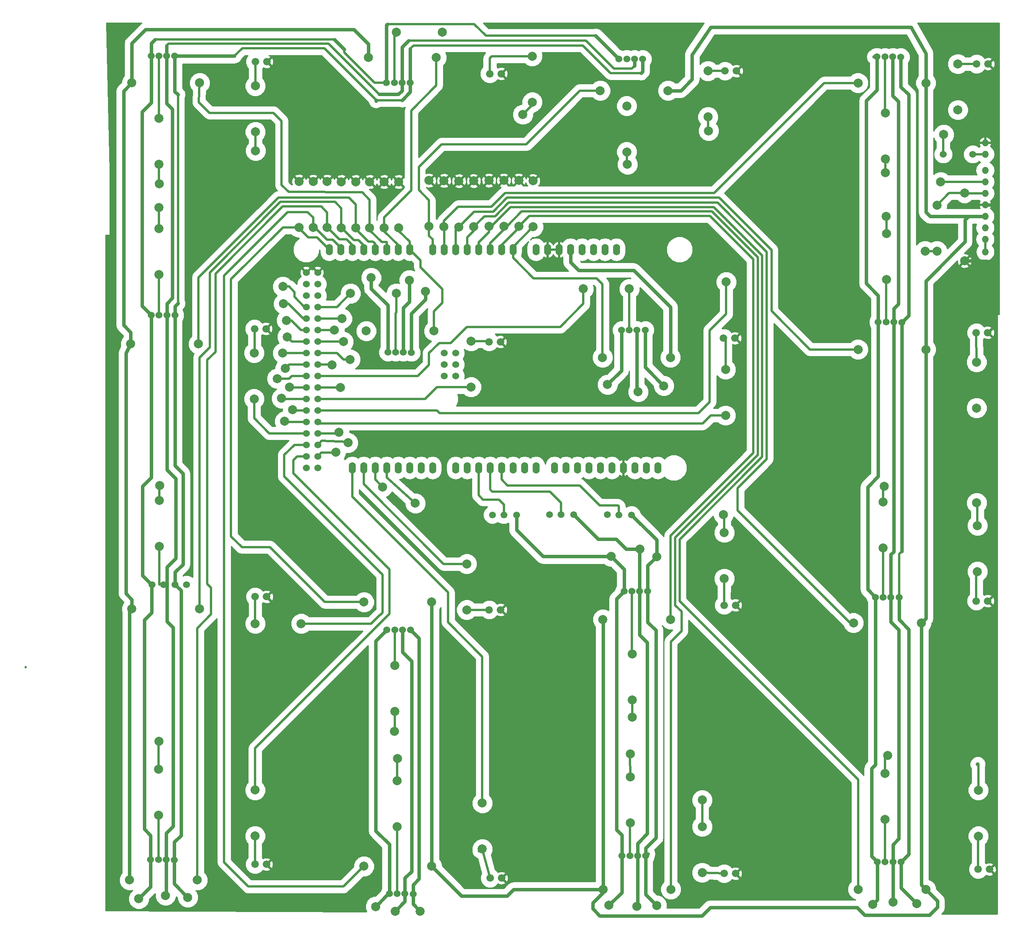
<source format=gbr>
G04 #@! TF.FileFunction,Copper,L2,Bot,Signal*
%FSLAX46Y46*%
G04 Gerber Fmt 4.6, Leading zero omitted, Abs format (unit mm)*
G04 Created by KiCad (PCBNEW 0.201501251816+5388~20~ubuntu14.04.1-product) date Sat 14 Feb 2015 18:26:02 AEDT*
%MOMM*%
G01*
G04 APERTURE LIST*
%ADD10C,0.100000*%
%ADD11C,1.524000*%
%ADD12C,1.520000*%
%ADD13O,1.524000X1.524000*%
%ADD14C,1.998980*%
%ADD15O,1.524000X2.540000*%
%ADD16C,1.676400*%
%ADD17C,2.000000*%
%ADD18C,0.889000*%
%ADD19C,0.500000*%
%ADD20C,0.800000*%
%ADD21C,0.254000*%
G04 APERTURE END LIST*
D10*
D11*
X108940600Y-40284400D03*
D12*
X111480600Y-40284400D03*
D11*
X114020600Y-40284400D03*
X116560600Y-40284400D03*
D13*
X293116000Y54864000D03*
X293116000Y57404000D03*
X293141400Y33299400D03*
X293116000Y36068000D03*
X293116000Y38608000D03*
X293116000Y41148000D03*
X293116000Y43688000D03*
X293116000Y46228000D03*
X293116000Y48768000D03*
X293116000Y51308000D03*
D14*
X288569400Y46285800D03*
X288569400Y31285800D03*
D15*
X170942000Y-14478000D03*
X168402000Y-14478000D03*
X165862000Y-14478000D03*
X163322000Y-14478000D03*
X160782000Y-14478000D03*
X158242000Y-14478000D03*
X155702000Y-14478000D03*
X153162000Y-14478000D03*
X148082000Y33782000D03*
X150622000Y33782000D03*
X153162000Y33782000D03*
X155702000Y33782000D03*
X165862000Y33782000D03*
X170942000Y33782000D03*
X173482000Y33782000D03*
X163322000Y33782000D03*
X160782000Y33782000D03*
X158242000Y33782000D03*
X176022000Y33782000D03*
X178562000Y33782000D03*
X181102000Y33782000D03*
X188722000Y33782000D03*
X186182000Y33782000D03*
X183642000Y33782000D03*
X193802000Y33782000D03*
X196342000Y33782000D03*
X198882000Y33782000D03*
X203962000Y33782000D03*
X206502000Y33782000D03*
X176022000Y-14478000D03*
X178562000Y-14478000D03*
X181102000Y-14478000D03*
X183642000Y-14478000D03*
X186182000Y-14478000D03*
X188722000Y-14478000D03*
X191262000Y-14478000D03*
X193802000Y-14478000D03*
X197866000Y-14478000D03*
X200406000Y-14478000D03*
X202946000Y-14478000D03*
X205486000Y-14478000D03*
X208026000Y-14478000D03*
X210566000Y-14478000D03*
X213106000Y-14478000D03*
X215646000Y-14478000D03*
X201422000Y33782000D03*
D11*
X145542000Y-11938000D03*
X143002000Y-11938000D03*
X145542000Y-9398000D03*
X143002000Y-9398000D03*
X145542000Y-6858000D03*
X143002000Y-6858000D03*
X145542000Y-4318000D03*
X143002000Y-4318000D03*
X145542000Y-14478000D03*
X143002000Y-14478000D03*
X143002000Y-1778000D03*
X145542000Y-1778000D03*
X145542000Y762000D03*
X143002000Y762000D03*
X145542000Y3302000D03*
X143002000Y3302000D03*
X145542000Y5842000D03*
X143002000Y5842000D03*
X145542000Y8382000D03*
X143002000Y8382000D03*
X145542000Y10922000D03*
X143002000Y10922000D03*
X145542000Y13462000D03*
X143002000Y13462000D03*
X145542000Y16002000D03*
X143002000Y16002000D03*
X145542000Y18542000D03*
X143002000Y18542000D03*
X145542000Y21082000D03*
X143002000Y21082000D03*
X145542000Y23622000D03*
X143002000Y23622000D03*
X145542000Y26162000D03*
X143002000Y26162000D03*
X145542000Y28702000D03*
X143002000Y28702000D03*
X176022000Y5842000D03*
X173482000Y5842000D03*
X176022000Y8382000D03*
X173482000Y8382000D03*
X176022000Y10922000D03*
X173482000Y10922000D03*
D15*
X209042000Y33782000D03*
X211582000Y33782000D03*
X218186000Y-14478000D03*
X220726000Y-14478000D03*
D14*
X208577800Y-48006000D03*
X223577800Y-48006000D03*
X280016600Y-107696000D03*
X265016600Y-107696000D03*
X280016600Y11684000D03*
X265016600Y11684000D03*
X222993600Y68935600D03*
X207993600Y68935600D03*
X156761800Y76250800D03*
X171761800Y76250800D03*
X104183800Y12903200D03*
X119183800Y12903200D03*
X103929800Y-105613200D03*
X118929800Y-105613200D03*
X170745800Y-44145200D03*
X155745800Y-44145200D03*
X208628600Y-107696000D03*
X223628600Y-107696000D03*
X223527000Y9931400D03*
X208527000Y9931400D03*
X279000600Y-48768000D03*
X264000600Y-48768000D03*
X280016600Y70612000D03*
X265016600Y70612000D03*
X156253800Y15798800D03*
X171253800Y15798800D03*
X104437800Y70662800D03*
X119437800Y70662800D03*
X104437800Y-45669200D03*
X119437800Y-45669200D03*
X170745800Y-102565200D03*
X155745800Y-102565200D03*
D11*
X283845000Y54864000D03*
X290347400Y54864000D03*
X160766760Y70693280D03*
X162499040Y70693280D03*
X164203380Y70693280D03*
X165991540Y70665340D03*
X161046160Y11054080D03*
X162778440Y11054080D03*
X164482780Y11054080D03*
X166270940Y11026140D03*
X108722160Y76611480D03*
X110454440Y76611480D03*
X112158780Y76611480D03*
X113946940Y76583540D03*
X269478760Y17734280D03*
X271211040Y17734280D03*
X272915380Y17734280D03*
X274703540Y17706340D03*
X212150960Y75951080D03*
X213883240Y75951080D03*
X215587580Y75951080D03*
X217375740Y75923140D03*
X269224760Y76408280D03*
X270957040Y76408280D03*
X272661380Y76408280D03*
X274449540Y76380340D03*
X108747560Y19283680D03*
X110479840Y19283680D03*
X112184180Y19283680D03*
X113972340Y19255740D03*
X268843760Y-43073320D03*
X270576040Y-43073320D03*
X272280380Y-43073320D03*
X274068540Y-43101260D03*
X269275560Y-101594920D03*
X271007840Y-101594920D03*
X272712180Y-101594920D03*
X274500340Y-101622860D03*
X108595160Y-101137720D03*
X110327440Y-101137720D03*
X112031780Y-101137720D03*
X113819940Y-101165660D03*
X212811360Y-100274120D03*
X214543640Y-100274120D03*
X216247980Y-100274120D03*
X218036140Y-100302060D03*
X161401760Y-108681520D03*
X163134040Y-108681520D03*
X164838380Y-108681520D03*
X166626540Y-108709460D03*
X212709760Y16007080D03*
X214442040Y16007080D03*
X216146380Y16007080D03*
X217934540Y15979140D03*
X160842960Y-50286920D03*
X162575240Y-50286920D03*
X164279580Y-50286920D03*
X166067740Y-50314860D03*
X213293960Y-41752520D03*
X215026240Y-41752520D03*
X216730580Y-41752520D03*
X218518740Y-41780460D03*
D14*
X173101000Y81838800D03*
X162941000Y81838800D03*
X152781000Y24079200D03*
X162941000Y24079200D03*
X110464600Y52679600D03*
X110464600Y62839600D03*
X271272000Y37338000D03*
X271272000Y27178000D03*
X213893400Y55372000D03*
X213893400Y65532000D03*
X271018000Y53848000D03*
X271018000Y64008000D03*
X110413800Y38455600D03*
X110413800Y28295600D03*
X270586200Y-22047200D03*
X270586200Y-32207200D03*
X110515400Y-21691600D03*
X110515400Y-31851600D03*
X270967200Y-82042000D03*
X270967200Y-92202000D03*
X110363000Y-81153000D03*
X110363000Y-91313000D03*
X214630000Y-82829400D03*
X214630000Y-92989400D03*
X163144200Y-83642200D03*
X163144200Y-93802200D03*
X204292200Y25120600D03*
X214452200Y25120600D03*
X162560000Y-68326000D03*
X162560000Y-58166000D03*
X215061800Y-65811400D03*
X215061800Y-55651400D03*
X189992000Y49072800D03*
X189992000Y38912800D03*
X183413400Y49072800D03*
X183413400Y38912800D03*
X176758600Y48945800D03*
X176758600Y38785800D03*
X170154600Y49072800D03*
X170154600Y38912800D03*
X160223200Y48768000D03*
X160223200Y38608000D03*
X153924000Y48768000D03*
X153924000Y38608000D03*
X147650200Y48818800D03*
X147650200Y38658800D03*
X141401800Y48844200D03*
X141401800Y38684200D03*
X186690000Y49072800D03*
X186690000Y38912800D03*
X193167000Y48971200D03*
X193167000Y38811200D03*
X180035200Y48971200D03*
X180035200Y38811200D03*
X173456600Y49022000D03*
X173456600Y38862000D03*
X163423600Y48768000D03*
X163423600Y38608000D03*
X157048200Y48768000D03*
X157048200Y38608000D03*
X150774400Y48768000D03*
X150774400Y38608000D03*
X144551400Y48818800D03*
X144551400Y38658800D03*
X282448000Y43611800D03*
X282448000Y33451800D03*
D12*
X184150000Y-24866600D03*
X186690000Y-24892000D03*
X189484000Y-24892000D03*
X196799200Y-24790400D03*
X199339200Y-24815800D03*
X202133200Y-24815800D03*
X209600800Y-24841200D03*
X212140800Y-24866600D03*
X214934800Y-24866600D03*
D16*
X235381800Y-44856400D03*
X237921800Y-44856400D03*
X235381800Y-104190800D03*
X237921800Y-104190800D03*
X183464200Y-45872400D03*
X186004200Y-45872400D03*
X183642000Y-105181400D03*
X186182000Y-105181400D03*
X291566600Y-103251000D03*
X294106600Y-103251000D03*
X131673600Y-102158800D03*
X134213600Y-102158800D03*
X291160200Y-43916600D03*
X293700200Y-43916600D03*
X131724400Y-42976800D03*
X134264400Y-42976800D03*
X291160200Y15417800D03*
X293700200Y15417800D03*
X131572000Y16281400D03*
X134112000Y16281400D03*
X235280200Y14198600D03*
X237820200Y14198600D03*
X131775200Y75311000D03*
X134315200Y75311000D03*
X291236400Y74828400D03*
X293776400Y74828400D03*
X183591200Y72669400D03*
X186131200Y72669400D03*
X183413400Y13385800D03*
X185953400Y13385800D03*
X235610400Y73279000D03*
X238150400Y73279000D03*
D14*
X235432600Y-28803600D03*
X235432600Y-38963600D03*
X230555800Y-93827600D03*
X230555800Y-103987600D03*
X178511200Y-35737800D03*
X178511200Y-45897800D03*
X181940200Y-88595200D03*
X181940200Y-98755200D03*
X291617400Y-85775800D03*
X291617400Y-95935800D03*
X131699000Y-85725000D03*
X131699000Y-95885000D03*
X291414200Y-27254200D03*
X291414200Y-37414200D03*
X141884400Y-48945800D03*
X131724400Y-48945800D03*
X291211000Y-1244600D03*
X291211000Y8915400D03*
X131495800Y762000D03*
X131495800Y10922000D03*
X235712000Y-2895600D03*
X235712000Y7264400D03*
X131775200Y59817000D03*
X131775200Y69977000D03*
X287070800Y64668400D03*
X287070800Y74828400D03*
X192989200Y66370200D03*
X192989200Y76530200D03*
X179451000Y3378200D03*
X179451000Y13538200D03*
X231851200Y63119000D03*
X231851200Y73279000D03*
D17*
X283286200Y48717200D03*
X137845800Y25603200D03*
X110540800Y48361600D03*
X137972800Y21793200D03*
X271195800Y41097200D03*
X150926800Y18516600D03*
X214020400Y52628800D03*
X138658600Y18135600D03*
X271018000Y50800000D03*
X149250400Y16002000D03*
X110464600Y43053000D03*
X138836400Y14478000D03*
X270789400Y-18592800D03*
X151231600Y13411200D03*
X110617000Y-18415000D03*
X137795000Y10896600D03*
X271602200Y-78054200D03*
X152730200Y9474200D03*
X110413800Y-74930000D03*
X138379200Y7493000D03*
X214630000Y-77774800D03*
X148742400Y8280400D03*
X215087200Y-69621400D03*
X162509200Y-72745600D03*
X163169600Y-78740000D03*
X235254800Y-24790400D03*
X167106600Y-22301200D03*
X230555800Y-87934800D03*
X159893000Y-18719800D03*
X149555200Y-10998200D03*
D18*
X291490400Y-80010000D03*
D17*
X291236400Y-22225000D03*
X152247600Y-8940800D03*
X150241000Y-6578600D03*
X131800600Y55651400D03*
X138252200Y-4191000D03*
X235864400Y26644600D03*
X190906400Y63652400D03*
X140030200Y-1625600D03*
X231978200Y60020200D03*
X137566400Y889000D03*
X279831800Y33451800D03*
X283946600Y59232800D03*
X210439000Y-34086800D03*
X209626200Y3937000D03*
X158369000Y-111480600D03*
X209931000Y-111150400D03*
X105994200Y-109753400D03*
X268274800Y-110998000D03*
X157353000Y27559000D03*
X216763600Y-32461200D03*
X216382600Y2336800D03*
X162661600Y-112496600D03*
X216128600Y-111404400D03*
X111912400Y-109042200D03*
X272719800Y-110464600D03*
X165811200Y27025600D03*
X220497400Y-34137600D03*
X222072200Y3657600D03*
X168198800Y-112496600D03*
X220472000Y-111226600D03*
X116814600Y-109474000D03*
X278003000Y-110871000D03*
X169367200Y24536400D03*
X150545800Y3302000D03*
X139319000Y3352800D03*
X136575800Y5257800D03*
D19*
X81000600Y-58572400D02*
X80949800Y-58521600D01*
X293116000Y54864000D02*
X290347400Y54864000D01*
D20*
X293116000Y43688000D02*
X292862000Y43688000D01*
X295402000Y30988000D02*
X295402000Y20574000D01*
X295402000Y44196000D02*
X295402000Y30988000D01*
X294894000Y43688000D02*
X295402000Y44196000D01*
X293116000Y43688000D02*
X294894000Y43688000D01*
X295402000Y31108000D02*
X295402000Y30988000D01*
X288569400Y31285800D02*
X295402000Y31108000D01*
D19*
X293116000Y36068000D02*
X293116000Y33324800D01*
X293116000Y33324800D02*
X293141400Y33299400D01*
D20*
X266522200Y-113411000D02*
X280771600Y-113411000D01*
X264820400Y-111709200D02*
X266522200Y-113411000D01*
X232333800Y-111709200D02*
X264820400Y-111709200D01*
X230505000Y-113538000D02*
X232333800Y-111709200D01*
X207924400Y-113538000D02*
X230505000Y-113538000D01*
X280771600Y-113411000D02*
X282549600Y-111633000D01*
X282549600Y-111633000D02*
X282549600Y-110229000D01*
X208628600Y-107696000D02*
X208628600Y-108414200D01*
X208628600Y-108414200D02*
X206349600Y-110693200D01*
X282549600Y-110229000D02*
X280016600Y-107696000D01*
X206349600Y-111963200D02*
X207924400Y-113538000D01*
X206349600Y-110693200D02*
X206349600Y-111963200D01*
X280016600Y70612000D02*
X280016600Y42055400D01*
X280924000Y41148000D02*
X289433000Y41148000D01*
X280016600Y42055400D02*
X280924000Y41148000D01*
X222993600Y68935600D02*
X225831400Y68935600D01*
X225831400Y68935600D02*
X228320600Y71424800D01*
X228320600Y71424800D02*
X228320600Y76885800D01*
X228320600Y76885800D02*
X232410000Y82956400D01*
X232410000Y82956400D02*
X232613200Y82956400D01*
X280016600Y77132800D02*
X280016600Y70612000D01*
X232613200Y82956400D02*
X276733000Y82956400D01*
X276733000Y82956400D02*
X280016600Y77132800D01*
X223527000Y9931400D02*
X223527000Y21075000D01*
X201422000Y30988000D02*
X201422000Y33782000D01*
X203200000Y29210000D02*
X201422000Y30988000D01*
X215392000Y29210000D02*
X203200000Y29210000D01*
X223527000Y21075000D02*
X215392000Y29210000D01*
X280016600Y11684000D02*
X280016600Y26854800D01*
X280016600Y26854800D02*
X288671000Y35509200D01*
X288671000Y35509200D02*
X288671000Y40386000D01*
X288671000Y40386000D02*
X289433000Y41148000D01*
X289433000Y41148000D02*
X293116000Y41148000D01*
X279000600Y-48768000D02*
X279000600Y-106680000D01*
X279000600Y-106680000D02*
X280016600Y-107696000D01*
X280016600Y11684000D02*
X280016600Y-47752000D01*
X280016600Y-47752000D02*
X279000600Y-48768000D01*
X104666400Y70891400D02*
X104437800Y70662800D01*
X103929800Y-46177200D02*
X104437800Y-45669200D01*
X103929800Y-105613200D02*
X103929800Y-46177200D01*
X104437800Y-43579400D02*
X103124000Y-42265600D01*
X103124000Y-42265600D02*
X103124000Y10929000D01*
X103124000Y10929000D02*
X104183800Y12903200D01*
X104437800Y-45669200D02*
X104437800Y-43579400D01*
X104183800Y15501000D02*
X102616000Y17068800D01*
X102616000Y17068800D02*
X102616000Y68841000D01*
X102616000Y68841000D02*
X104437800Y70662800D01*
X104183800Y12903200D02*
X104183800Y15501000D01*
X104437800Y79393400D02*
X107492800Y82448400D01*
X104437800Y70662800D02*
X104437800Y79393400D01*
X156761800Y79229600D02*
X156761800Y76250800D01*
X153543000Y82448400D02*
X153695400Y82296000D01*
X153695400Y82296000D02*
X156761800Y79229600D01*
X107492800Y82448400D02*
X153543000Y82448400D01*
X188823600Y-107696000D02*
X187375800Y-109143800D01*
X187375800Y-109143800D02*
X177324400Y-109143800D01*
X177324400Y-109143800D02*
X170745800Y-102565200D01*
X208628600Y-107696000D02*
X188823600Y-107696000D01*
X208628600Y-48056800D02*
X208577800Y-48006000D01*
X208628600Y-107696000D02*
X208628600Y-48056800D01*
X170745800Y-102565200D02*
X170745800Y-44145200D01*
D19*
X288569400Y46285800D02*
X285122000Y46285800D01*
X285122000Y46285800D02*
X282448000Y43611800D01*
X293116000Y46228000D02*
X288627200Y46228000D01*
X288627200Y46228000D02*
X288569400Y46285800D01*
X288689400Y46405800D02*
X288569400Y46285800D01*
X283337000Y48768000D02*
X283286200Y48717200D01*
X293116000Y48768000D02*
X283337000Y48768000D01*
X173101000Y81838800D02*
X173177200Y81838800D01*
X139192000Y25603200D02*
X137845800Y25603200D01*
X140411200Y24384000D02*
X139192000Y25603200D01*
X140411200Y23317200D02*
X140411200Y24384000D01*
X142646400Y21082000D02*
X140411200Y23317200D01*
X143002000Y21082000D02*
X142646400Y21082000D01*
X162941000Y19888200D02*
X162941000Y24079200D01*
X162499040Y70693280D02*
X162499040Y81396840D01*
X162778440Y19725640D02*
X162941000Y19888200D01*
X149783800Y21082000D02*
X152781000Y24079200D01*
X145542000Y21082000D02*
X149783800Y21082000D01*
X110454440Y62849760D02*
X110464600Y62839600D01*
X110423960Y62880240D02*
X110464600Y62839600D01*
X162778440Y11054080D02*
X162778440Y19725640D01*
X110464600Y48437800D02*
X110540800Y48361600D01*
X110464600Y52679600D02*
X110464600Y48437800D01*
X139090400Y21793200D02*
X137972800Y21793200D01*
X142341600Y18542000D02*
X139090400Y21793200D01*
X143002000Y18542000D02*
X142341600Y18542000D01*
X271211040Y27117040D02*
X271272000Y27178000D01*
X110454440Y76611480D02*
X110454440Y62849760D01*
X271272000Y41021000D02*
X271195800Y41097200D01*
X271272000Y37338000D02*
X271272000Y41021000D01*
X145542000Y18542000D02*
X150901400Y18542000D01*
X150901400Y18542000D02*
X150926800Y18516600D01*
X213883240Y65542160D02*
X213893400Y65532000D01*
X271211040Y17734280D02*
X271211040Y27117040D01*
X271145000Y17668240D02*
X271211040Y17734280D01*
X213893400Y52755800D02*
X214020400Y52628800D01*
X213893400Y55372000D02*
X213893400Y52755800D01*
X141859000Y16002000D02*
X139725400Y18135600D01*
X139725400Y18135600D02*
X138658600Y18135600D01*
X143002000Y16002000D02*
X141859000Y16002000D01*
X270957040Y64068960D02*
X271018000Y64008000D01*
X271541240Y53063760D02*
X270967200Y53637800D01*
X271018000Y53848000D02*
X271018000Y50800000D01*
X145542000Y16002000D02*
X149250400Y16002000D01*
X110413800Y28295600D02*
X110413800Y19349720D01*
X110454440Y27968560D02*
X110388400Y28034600D01*
X270957040Y76408280D02*
X270957040Y64068960D01*
X110413800Y43002200D02*
X110464600Y43053000D01*
X110413800Y38455600D02*
X110413800Y43002200D01*
X139852400Y13462000D02*
X138836400Y14478000D01*
X143002000Y13462000D02*
X139852400Y13462000D01*
X270576040Y-32217360D02*
X270586200Y-32207200D01*
X270626840Y-32737440D02*
X270560800Y-32671400D01*
X110413800Y19349720D02*
X110479840Y19283680D01*
X270586200Y-18796000D02*
X270789400Y-18592800D01*
X270586200Y-22047200D02*
X270586200Y-18796000D01*
X145542000Y13462000D02*
X151180800Y13462000D01*
X151180800Y13462000D02*
X151231600Y13411200D01*
X110530640Y-40279320D02*
X110530640Y-31866840D01*
X110530640Y-31866840D02*
X110515400Y-31851600D01*
X270576040Y-43073320D02*
X270576040Y-32217360D01*
X110515400Y-18516600D02*
X110617000Y-18415000D01*
X110515400Y-21691600D02*
X110515400Y-18516600D01*
X137820400Y10922000D02*
X137795000Y10896600D01*
X143002000Y10922000D02*
X137820400Y10922000D01*
X270967200Y-92202000D02*
X270967200Y-101554280D01*
D20*
X112234980Y-48480980D02*
X112234980Y-40279320D01*
X112234980Y-36405820D02*
X112234980Y-40279320D01*
X113538000Y-49784000D02*
X112234980Y-48480980D01*
X114147600Y-34493200D02*
X112234980Y-36405820D01*
X113538000Y-93726000D02*
X113538000Y-49784000D01*
X114147600Y-16891000D02*
X114147600Y-34493200D01*
X112031780Y-95232220D02*
X113538000Y-93726000D01*
X112184180Y-14927580D02*
X114147600Y-16891000D01*
D19*
X270967200Y-78689200D02*
X271602200Y-78054200D01*
X270967200Y-82042000D02*
X270967200Y-78689200D01*
X145542000Y10922000D02*
X149783800Y10922000D01*
X151231600Y9474200D02*
X152730200Y9474200D01*
X149783800Y10922000D02*
X151231600Y9474200D01*
X110327440Y-91348560D02*
X110363000Y-91313000D01*
X110448400Y-91398400D02*
X110363000Y-91313000D01*
X270967200Y-101554280D02*
X271007840Y-101594920D01*
X110363000Y-74980800D02*
X110413800Y-74930000D01*
X110363000Y-81153000D02*
X110363000Y-74980800D01*
X139268200Y8382000D02*
X138379200Y7493000D01*
X143002000Y8382000D02*
X139268200Y8382000D01*
X214594440Y-93024960D02*
X214630000Y-92989400D01*
X215026240Y-93385640D02*
X214630000Y-92989400D01*
X110327440Y-101137720D02*
X110327440Y-91348560D01*
X214579200Y-77825600D02*
X214630000Y-77774800D01*
X214630000Y-82829400D02*
X214579200Y-77825600D01*
X145542000Y8382000D02*
X148640800Y8382000D01*
X148640800Y8382000D02*
X148742400Y8280400D01*
X214543640Y-100274120D02*
X214594440Y-93024960D01*
X215061800Y-69596000D02*
X215087200Y-69621400D01*
X215061800Y-65811400D02*
X215061800Y-69596000D01*
X162600640Y-68526040D02*
X162534600Y-68460000D01*
X162560000Y-72694800D02*
X162509200Y-72745600D01*
X162560000Y-68326000D02*
X162560000Y-72694800D01*
X163144200Y-93802200D02*
X163144200Y-108671360D01*
X163144200Y-108671360D02*
X163134040Y-108681520D01*
X204292200Y25120600D02*
X204292200Y21793200D01*
X214442040Y16007080D02*
X214442040Y25110440D01*
X204292200Y21793200D02*
X199186800Y16687800D01*
X199186800Y16687800D02*
X178485800Y16687800D01*
X178485800Y16687800D02*
X174929800Y13131800D01*
X174929800Y13131800D02*
X172415200Y13131800D01*
X172415200Y13131800D02*
X170154600Y10871200D01*
X170154600Y8305800D02*
X167690800Y5842000D01*
X170154600Y10871200D02*
X170154600Y8305800D01*
X163144200Y-78765400D02*
X163169600Y-78740000D01*
X163144200Y-83642200D02*
X163144200Y-78765400D01*
X162499040Y81396840D02*
X162941000Y81838800D01*
X215026240Y-41752520D02*
X215026240Y-55615840D01*
X235835500Y-28400700D02*
X235432600Y-28803600D01*
X235432600Y-24968200D02*
X235254800Y-24790400D01*
X167106600Y-22301200D02*
X160782000Y-16611600D01*
X160782000Y-16611600D02*
X160782000Y-14478000D01*
X235432600Y-28803600D02*
X235432600Y-24968200D01*
X159893000Y-18719800D02*
X158242000Y-17068800D01*
X158242000Y-17068800D02*
X158242000Y-14478000D01*
X230555800Y-93827600D02*
X230555800Y-87934800D01*
X173355000Y-35737800D02*
X155702000Y-18084800D01*
X155702000Y-18084800D02*
X155702000Y-14478000D01*
X178511200Y-35737800D02*
X173355000Y-35737800D01*
X181940200Y-56210200D02*
X174371000Y-48641000D01*
X174371000Y-48641000D02*
X174371000Y-42037000D01*
X174371000Y-42037000D02*
X153162000Y-20828000D01*
X153162000Y-20828000D02*
X153162000Y-14478000D01*
X181940200Y-88595200D02*
X181940200Y-56210200D01*
X146354800Y-11125200D02*
X145542000Y-11938000D01*
X149555200Y-10998200D02*
X149428200Y-11125200D01*
X149428200Y-11125200D02*
X146354800Y-11125200D01*
X291617400Y-85775800D02*
X291617400Y-80137000D01*
X291617400Y-80137000D02*
X291490400Y-80010000D01*
X131699000Y-85725000D02*
X131699000Y-76504800D01*
X141020800Y-11938000D02*
X143002000Y-11938000D01*
X140131800Y-12827000D02*
X141020800Y-11938000D01*
X140131800Y-15646400D02*
X140131800Y-12827000D01*
X161442400Y-36957000D02*
X140131800Y-15646400D01*
X161442400Y-46761400D02*
X161442400Y-36957000D01*
X131699000Y-76504800D02*
X161442400Y-46761400D01*
X291414200Y-22402800D02*
X291236400Y-22225000D01*
X152247600Y-8940800D02*
X152069800Y-8763000D01*
X152069800Y-8763000D02*
X146456400Y-8483600D01*
X146456400Y-8483600D02*
X145542000Y-9398000D01*
X291414200Y-27254200D02*
X291414200Y-22402800D01*
X159342384Y-47040800D02*
X159918400Y-46464784D01*
X159918400Y-46464784D02*
X159918400Y-38100000D01*
X159918400Y-38100000D02*
X138150600Y-16332200D01*
X138150600Y-16332200D02*
X138150600Y-11633200D01*
X138150600Y-11633200D02*
X140385800Y-9398000D01*
X140385800Y-9398000D02*
X143002000Y-9398000D01*
X141884400Y-48945800D02*
X157353000Y-48945800D01*
X157353000Y-48945800D02*
X159258000Y-47040800D01*
X159258000Y-47040800D02*
X159342384Y-47040800D01*
X145542000Y-6858000D02*
X149961600Y-6858000D01*
X149961600Y-6858000D02*
X150241000Y-6578600D01*
X134848600Y-6858000D02*
X131495800Y-3505200D01*
X131495800Y-3505200D02*
X131495800Y762000D01*
X143002000Y-6858000D02*
X134848600Y-6858000D01*
X145897600Y-4673600D02*
X145542000Y-4318000D01*
X232460800Y-2895600D02*
X230682800Y-4673600D01*
X230682800Y-4673600D02*
X145897600Y-4673600D01*
X235712000Y-2895600D02*
X232460800Y-2895600D01*
X131775200Y55676800D02*
X131800600Y55651400D01*
X131775200Y59817000D02*
X131775200Y55676800D01*
X138379200Y-4318000D02*
X138252200Y-4191000D01*
X143002000Y-4318000D02*
X138379200Y-4318000D01*
X145542000Y-1778000D02*
X171881800Y-1778000D01*
X235864400Y19532600D02*
X235864400Y26644600D01*
X232206800Y15875000D02*
X235864400Y19532600D01*
X232206800Y101600D02*
X232206800Y15875000D01*
X229717600Y-2387600D02*
X232206800Y101600D01*
X172491400Y-2387600D02*
X229717600Y-2387600D01*
X171881800Y-1778000D02*
X172491400Y-2387600D01*
X192989200Y65735200D02*
X190906400Y63652400D01*
X192989200Y66370200D02*
X192989200Y65735200D01*
X140182600Y-1778000D02*
X140030200Y-1625600D01*
X143002000Y-1778000D02*
X140182600Y-1778000D01*
X169291000Y762000D02*
X171907200Y3378200D01*
X171907200Y3378200D02*
X179451000Y3378200D01*
X145542000Y762000D02*
X169291000Y762000D01*
X232359200Y62611000D02*
X231851200Y63119000D01*
X231851200Y60147200D02*
X231978200Y60020200D01*
X231851200Y63119000D02*
X231851200Y60147200D01*
X137693400Y762000D02*
X137566400Y889000D01*
X143002000Y762000D02*
X137693400Y762000D01*
X223577800Y-48006000D02*
X223577800Y-29457000D01*
X192278000Y41198800D02*
X189992000Y38912800D01*
X232283000Y41198800D02*
X192278000Y41198800D01*
X241833400Y31648400D02*
X232283000Y41198800D01*
X241833400Y-11201400D02*
X241833400Y31648400D01*
X223577800Y-29457000D02*
X241833400Y-11201400D01*
X186182000Y33782000D02*
X186182000Y34772600D01*
X186182000Y34772600D02*
X189992000Y38582600D01*
X189992000Y38582600D02*
X189992000Y38912800D01*
X186182000Y33782000D02*
X186182000Y33147000D01*
X183413400Y38912800D02*
X183896000Y38912800D01*
X183896000Y38912800D02*
X188182004Y43198804D01*
X265016600Y-83406600D02*
X265016600Y-107696000D01*
X225577804Y-43967804D02*
X265016600Y-83406600D01*
X225577804Y-30285428D02*
X225577804Y-43967804D01*
X243833404Y-12029828D02*
X225577804Y-30285428D01*
X243833404Y32485012D02*
X243833404Y-12029828D01*
X233119612Y43198804D02*
X243833404Y32485012D01*
X188182004Y43198804D02*
X233119612Y43198804D01*
X181102000Y33782000D02*
X181102000Y35382200D01*
X183413400Y37693600D02*
X183413400Y38912800D01*
X181102000Y35382200D02*
X183413400Y37693600D01*
X181102000Y33782000D02*
X181102000Y33113416D01*
X265016600Y11684000D02*
X254418608Y11684000D01*
X180162200Y42189400D02*
X176758600Y38785800D01*
X184327800Y42189400D02*
X180162200Y42189400D01*
X187401200Y45262800D02*
X184327800Y42189400D01*
X234289600Y45262800D02*
X187401200Y45262800D01*
X245897400Y33655000D02*
X234289600Y45262800D01*
X245897400Y20205208D02*
X245897400Y33655000D01*
X254418608Y11684000D02*
X245897400Y20205208D01*
X176022000Y33782000D02*
X176022000Y38049200D01*
X176022000Y38049200D02*
X176758600Y38785800D01*
X176022000Y33782000D02*
X176022000Y33045400D01*
X170942000Y33782000D02*
X170942000Y36068000D01*
X170154600Y36855400D02*
X170154600Y38912800D01*
X170942000Y36068000D02*
X170154600Y36855400D01*
X170154600Y44704000D02*
X167919400Y46939200D01*
X167919400Y46939200D02*
X167919400Y52044600D01*
X167919400Y52044600D02*
X172948600Y57073800D01*
X172948600Y57073800D02*
X191668400Y57073800D01*
X191668400Y57073800D02*
X203530200Y68935600D01*
X203530200Y68935600D02*
X207993600Y68935600D01*
X170154600Y38912800D02*
X170154600Y44704000D01*
X163322000Y34747200D02*
X163322000Y33782000D01*
X160223200Y37846000D02*
X163322000Y34747200D01*
X160223200Y38608000D02*
X160223200Y37846000D01*
X160223200Y40843200D02*
X166243000Y46863000D01*
X166243000Y46863000D02*
X166243000Y64541400D01*
X166243000Y64541400D02*
X171761800Y70060200D01*
X171761800Y70060200D02*
X171761800Y76250800D01*
X160223200Y38608000D02*
X160223200Y40843200D01*
X158242000Y32842200D02*
X158242000Y33782000D01*
X153924000Y38608000D02*
X153924000Y38557200D01*
X158242000Y35052000D02*
X158242000Y33782000D01*
X156794200Y35509200D02*
X157784800Y35509200D01*
X157784800Y35509200D02*
X158242000Y35052000D01*
X153924000Y38379400D02*
X156794200Y35509200D01*
X153924000Y38608000D02*
X153924000Y38379400D01*
X119183800Y27616800D02*
X136880600Y45313600D01*
X136880600Y45313600D02*
X152400000Y45313600D01*
X152400000Y45313600D02*
X153924000Y43789600D01*
X153924000Y43789600D02*
X153924000Y38608000D01*
X119183800Y12903200D02*
X119183800Y27616800D01*
X147650200Y37998400D02*
X147650200Y38658800D01*
X153162000Y33782000D02*
X153162000Y34645600D01*
X153162000Y34798000D02*
X153162000Y33782000D01*
X150291800Y36068000D02*
X151892000Y36068000D01*
X151892000Y36068000D02*
X153162000Y34798000D01*
X147701000Y38658800D02*
X150291800Y36068000D01*
X147650200Y38658800D02*
X147701000Y38658800D01*
X147650200Y42011600D02*
X147650200Y38658800D01*
X146348204Y43313596D02*
X147650200Y42011600D01*
X137820400Y43313596D02*
X146348204Y43313596D01*
X122936000Y28429196D02*
X137820400Y43313596D01*
X122936000Y11201400D02*
X122936000Y28429196D01*
X121081800Y9347200D02*
X122936000Y11201400D01*
X121081800Y-40106600D02*
X121081800Y9347200D01*
X121996200Y-41021000D02*
X121081800Y-40106600D01*
X121996200Y-46863000D02*
X121996200Y-41021000D01*
X118929800Y-49929400D02*
X121996200Y-46863000D01*
X118929800Y-105613200D02*
X118929800Y-49929400D01*
X148082000Y33782000D02*
X148082000Y34442400D01*
X141521800Y38564200D02*
X141401800Y38684200D01*
X155745800Y-44145200D02*
X155727400Y-44145200D01*
X141401800Y38684200D02*
X141401800Y38658800D01*
X141401800Y37896800D02*
X141401800Y38684200D01*
X148082000Y33782000D02*
X147802600Y33782000D01*
X143484600Y36449000D02*
X145415000Y36449000D01*
X145415000Y36449000D02*
X148082000Y33782000D01*
X141401800Y38531800D02*
X143484600Y36449000D01*
X141401800Y38684200D02*
X141401800Y38531800D01*
X147142200Y-44145200D02*
X135001000Y-32004000D01*
X135001000Y-32004000D02*
X128778000Y-32004000D01*
X128778000Y-32004000D02*
X126390400Y-29616400D01*
X126390400Y-29616400D02*
X126390400Y27228800D01*
X126390400Y27228800D02*
X137845800Y38684200D01*
X137845800Y38684200D02*
X141401800Y38684200D01*
X155745800Y-44145200D02*
X147142200Y-44145200D01*
X186690000Y38912800D02*
X187375800Y38912800D01*
X187375800Y38912800D02*
X190661802Y42198802D01*
X223628600Y-52901200D02*
X223628600Y-107696000D01*
X225983800Y-50546000D02*
X223628600Y-52901200D01*
X225983800Y-46278800D02*
X225983800Y-50546000D01*
X224577802Y-44872802D02*
X225983800Y-46278800D01*
X224577802Y-29871214D02*
X224577802Y-44872802D01*
X242833402Y-11615614D02*
X224577802Y-29871214D01*
X242833402Y32070798D02*
X242833402Y-11615614D01*
X232705398Y42198802D02*
X242833402Y32070798D01*
X190661802Y42198802D02*
X232705398Y42198802D01*
X183642000Y33782000D02*
X183642000Y35204400D01*
X183642000Y35204400D02*
X186690000Y38252400D01*
X186690000Y38252400D02*
X186690000Y38912800D01*
X188722000Y33782000D02*
X188722000Y32004000D01*
X208527000Y26118200D02*
X208527000Y9931400D01*
X207187800Y27457400D02*
X208527000Y26118200D01*
X193268600Y27457400D02*
X207187800Y27457400D01*
X188722000Y32004000D02*
X193268600Y27457400D01*
X188722000Y33782000D02*
X188722000Y34366200D01*
X188722000Y34366200D02*
X193167000Y38811200D01*
X188722000Y33782000D02*
X188722000Y33426400D01*
X264000600Y-48768000D02*
X263271000Y-48768000D01*
X263271000Y-48768000D02*
X238379424Y-23876424D01*
X238379424Y-23876424D02*
X238379424Y-19024176D01*
X238379424Y-19024176D02*
X244833406Y-12570194D01*
X244833406Y-12570194D02*
X244833406Y33296594D01*
X244833406Y33296594D02*
X233931194Y44198806D01*
X233931194Y44198806D02*
X187767790Y44198806D01*
X187767790Y44198806D02*
X184742384Y41173400D01*
X184742384Y41173400D02*
X182397400Y41173400D01*
X182397400Y41173400D02*
X180035200Y38811200D01*
X178562000Y33782000D02*
X178562000Y36449000D01*
X178562000Y36449000D02*
X180035200Y37922200D01*
X180035200Y37922200D02*
X180035200Y38811200D01*
X178562000Y33782000D02*
X178562000Y33197800D01*
X265016600Y70612000D02*
X257530600Y70612000D01*
X173456600Y40157400D02*
X173456600Y38862000D01*
X176555400Y43256200D02*
X173456600Y40157400D01*
X183946800Y43256200D02*
X176555400Y43256200D01*
X186994800Y46304200D02*
X183946800Y43256200D01*
X233222800Y46304200D02*
X186994800Y46304200D01*
X257530600Y70612000D02*
X233222800Y46304200D01*
X173482000Y33782000D02*
X173482000Y38836600D01*
X173482000Y38836600D02*
X173456600Y38862000D01*
X173482000Y33782000D02*
X173482000Y33248600D01*
X171253800Y15798800D02*
X171253800Y20149200D01*
X168275000Y31369000D02*
X165862000Y33782000D01*
X168275000Y29870400D02*
X168275000Y31369000D01*
X173101000Y25044400D02*
X168275000Y29870400D01*
X173101000Y21996400D02*
X173101000Y25044400D01*
X171253800Y20149200D02*
X173101000Y21996400D01*
X171253800Y15798800D02*
X171253800Y16440800D01*
X163499800Y38531800D02*
X163423600Y38608000D01*
X165862000Y35509200D02*
X165862000Y33782000D01*
X163423600Y37947600D02*
X165862000Y35509200D01*
X163423600Y38608000D02*
X163423600Y37947600D01*
X156972000Y38531800D02*
X157048200Y38608000D01*
X159689800Y35433000D02*
X160807400Y35433000D01*
X160807400Y35433000D02*
X160782000Y35407600D01*
X160782000Y35407600D02*
X160782000Y33782000D01*
X157048200Y38074600D02*
X159689800Y35433000D01*
X157048200Y38608000D02*
X157048200Y38074600D01*
X121640600Y64033400D02*
X119285400Y66388600D01*
X119285400Y66388600D02*
X119437800Y70662800D01*
X139115800Y46558200D02*
X137566400Y48107600D01*
X155371800Y46482000D02*
X139115800Y46558200D01*
X157048200Y44805600D02*
X155371800Y46482000D01*
X157048200Y38608000D02*
X157048200Y44805600D01*
X137566400Y48234600D02*
X137566400Y48107600D01*
X137566400Y48107600D02*
X137566400Y48234600D01*
X135737600Y64033400D02*
X137566400Y62204600D01*
X137566400Y62204600D02*
X137566400Y48107600D01*
X121640600Y64033400D02*
X135737600Y64033400D01*
X150774400Y38608000D02*
X151180800Y38608000D01*
X155702000Y34696400D02*
X155702000Y33782000D01*
X153568400Y35864800D02*
X154533600Y35864800D01*
X154533600Y35864800D02*
X155702000Y34696400D01*
X150825200Y38608000D02*
X153568400Y35864800D01*
X150774400Y38608000D02*
X150825200Y38608000D01*
X119437800Y9887600D02*
X121691400Y12141200D01*
X121691400Y12141200D02*
X121691400Y28710184D01*
X121691400Y28710184D02*
X137294814Y44313598D01*
X137294814Y44313598D02*
X149361402Y44313598D01*
X149361402Y44313598D02*
X150774400Y42900600D01*
X150774400Y42900600D02*
X150774400Y38608000D01*
X119437800Y-45669200D02*
X119437800Y9887600D01*
X150622000Y33782000D02*
X150622000Y34823400D01*
X150622000Y32766000D02*
X150622000Y33782000D01*
X144551400Y38658800D02*
X144653000Y38658800D01*
X150622000Y33782000D02*
X150622000Y34696400D01*
X150622000Y34213800D02*
X150622000Y33782000D01*
X147574000Y35991800D02*
X148844000Y35991800D01*
X148844000Y35991800D02*
X150622000Y34213800D01*
X144907000Y38658800D02*
X147574000Y35991800D01*
X144551400Y38658800D02*
X144907000Y38658800D01*
X143332200Y42062400D02*
X138912600Y42062400D01*
X138912600Y42062400D02*
X124841000Y27990800D01*
X124841000Y27990800D02*
X124841000Y-101727000D01*
X124841000Y-101727000D02*
X130175000Y-107061000D01*
X130175000Y-107061000D02*
X151250000Y-107061000D01*
X151250000Y-107061000D02*
X155745800Y-102565200D01*
X144551400Y38658800D02*
X144551400Y40843200D01*
X144551400Y40843200D02*
X143332200Y42062400D01*
X282448000Y33451800D02*
X279831800Y33451800D01*
X283845000Y59131200D02*
X283946600Y59232800D01*
X283845000Y54864000D02*
X283845000Y59131200D01*
D20*
X210439000Y-34086800D02*
X195351400Y-34086800D01*
X213293960Y-36941760D02*
X210439000Y-34086800D01*
X213293960Y-41752520D02*
X213293960Y-36941760D01*
X189484000Y-28219400D02*
X189484000Y-24892000D01*
X195351400Y-34086800D02*
X189484000Y-28219400D01*
X211582000Y-43464480D02*
X213293960Y-41752520D01*
X158369000Y-52760880D02*
X160842960Y-50286920D01*
X212709760Y16007080D02*
X212709760Y7020560D01*
X212709760Y7020560D02*
X209626200Y3937000D01*
X161401760Y-108681520D02*
X161168080Y-108681520D01*
X161168080Y-108681520D02*
X158369000Y-111480600D01*
X158369000Y-94716600D02*
X158369000Y-52760880D01*
X161401760Y-108681520D02*
X161401760Y-97749360D01*
X161401760Y-97749360D02*
X158369000Y-94716600D01*
X211582000Y-94462600D02*
X211582000Y-43464480D01*
X212811360Y-95691960D02*
X211582000Y-94462600D01*
X212811360Y-100274120D02*
X212811360Y-108397040D01*
X212811360Y-108397040D02*
X209931000Y-111150400D01*
X212811360Y-100274120D02*
X212811360Y-95691960D01*
X108595160Y-101137720D02*
X108595160Y-107152440D01*
X108595160Y-107152440D02*
X105994200Y-109753400D01*
X108595160Y-101137720D02*
X108595160Y-95768160D01*
X269275560Y-101594920D02*
X269275560Y-109997240D01*
X269275560Y-109997240D02*
X268274800Y-110998000D01*
X267995400Y-100314760D02*
X269275560Y-101594920D01*
X108595160Y-95768160D02*
X107188000Y-94361000D01*
X107188000Y-94361000D02*
X107188000Y-48133000D01*
X107188000Y-48133000D02*
X108798360Y-46522640D01*
X108798360Y-46522640D02*
X108798360Y-40279320D01*
X106781600Y-38262560D02*
X108798360Y-40279320D01*
X267131800Y-41361360D02*
X268843760Y-43073320D01*
X268843760Y-43073320D02*
X268843760Y-80101440D01*
X267995400Y-80949800D02*
X267995400Y-100314760D01*
X268843760Y-80101440D02*
X267995400Y-80949800D01*
X108747560Y19283680D02*
X108747560Y-16626840D01*
X106781600Y-18592800D02*
X106781600Y-38262560D01*
X108747560Y-16626840D02*
X106781600Y-18592800D01*
X106705400Y21325840D02*
X108747560Y19283680D01*
X269224760Y76408280D02*
X268508480Y76408280D01*
X269224760Y69072760D02*
X269224760Y76408280D01*
X206999840Y81102200D02*
X212150960Y75951080D01*
X269478760Y17734280D02*
X269478760Y23637240D01*
X266827000Y66675000D02*
X269224760Y69072760D01*
X266827000Y26289000D02*
X266827000Y66675000D01*
X269478760Y23637240D02*
X266827000Y26289000D01*
X269478760Y17734280D02*
X269478760Y-16372840D01*
X267131800Y-18719800D02*
X267131800Y-41361360D01*
X269478760Y-16372840D02*
X267131800Y-18719800D01*
X106705400Y64287400D02*
X106705400Y21325840D01*
X108722160Y66304160D02*
X106705400Y64287400D01*
X108722160Y79385160D02*
X108722160Y76611480D01*
X108722160Y76611480D02*
X108722160Y66304160D01*
X161046160Y11054080D02*
X161046160Y21452840D01*
X157353000Y25146000D02*
X157353000Y27559000D01*
X161046160Y21452840D02*
X157353000Y25146000D01*
D19*
X160766760Y70693280D02*
X158084520Y70693280D01*
D20*
X109626400Y80289400D02*
X108722160Y79385160D01*
D19*
X149199600Y80289400D02*
X109626400Y80289400D01*
D20*
X151409400Y78079600D02*
X149199600Y80289400D01*
D19*
X151409400Y77368400D02*
X151409400Y78079600D01*
X158084520Y70693280D02*
X151409400Y77368400D01*
D20*
X160649920Y70693280D02*
X160390840Y70434200D01*
X160766760Y70693280D02*
X160649920Y70693280D01*
D19*
X182727600Y81102200D02*
X206999840Y81102200D01*
D20*
X160766760Y70693280D02*
X160766760Y79425800D01*
X160766760Y83428840D02*
X161005520Y83667600D01*
D19*
X161005520Y83667600D02*
X180162200Y83667600D01*
X180162200Y83667600D02*
X182727600Y81102200D01*
D20*
X160766760Y79425800D02*
X160766760Y83428840D01*
X216763600Y-32461200D02*
X213741000Y-32461200D01*
X216730580Y-32494220D02*
X216763600Y-32461200D01*
X216730580Y-41752520D02*
X216730580Y-32494220D01*
X207543400Y-30226000D02*
X202133200Y-24815800D01*
X211505800Y-30226000D02*
X207543400Y-30226000D01*
X213741000Y-32461200D02*
X211505800Y-30226000D01*
X216730580Y-41752520D02*
X216730580Y-51401980D01*
X164279580Y-50286920D02*
X164279580Y-55211980D01*
X216146380Y16007080D02*
X216146380Y2573020D01*
X216146380Y2573020D02*
X216382600Y2336800D01*
X164279580Y-55211980D02*
X166344600Y-57277000D01*
X166344600Y-57277000D02*
X166344600Y-103708200D01*
X166344600Y-103708200D02*
X164838380Y-105214420D01*
X164838380Y-108681520D02*
X164838380Y-110319820D01*
X164838380Y-110319820D02*
X162661600Y-112496600D01*
X164838380Y-105214420D02*
X164838380Y-108681520D01*
X216247980Y-100274120D02*
X216247980Y-111361220D01*
X216247980Y-111361220D02*
X216128600Y-111404400D01*
X216730580Y-51401980D02*
X218414600Y-53086000D01*
X218414600Y-53086000D02*
X218414600Y-95377000D01*
X218414600Y-95377000D02*
X216247980Y-97543620D01*
X216247980Y-97543620D02*
X216247980Y-100274120D01*
X112031780Y-101137720D02*
X112031780Y-108922820D01*
X112031780Y-108922820D02*
X111912400Y-109042200D01*
X112031780Y-101137720D02*
X112031780Y-95232220D01*
X272712180Y-101594920D02*
X272712180Y-110456980D01*
X272712180Y-110456980D02*
X272719800Y-110464600D01*
X272712180Y-101594920D02*
X272712180Y-97797620D01*
X115316000Y-41600120D02*
X114023140Y-40307260D01*
X114023140Y-40307260D02*
X114023140Y-37564060D01*
X272712180Y-97797620D02*
X274040600Y-96469200D01*
X274040600Y-96469200D02*
X274040600Y-50317400D01*
X274040600Y-50317400D02*
X272280380Y-48557180D01*
X272280380Y-43073320D02*
X272280380Y-33662620D01*
X272280380Y-48557180D02*
X272280380Y-43073320D01*
X112184180Y19283680D02*
X112184180Y-14927580D01*
X112184180Y21861780D02*
X112184180Y19283680D01*
X272661380Y76408280D02*
X272661380Y67825620D01*
X215587580Y74388980D02*
X215587580Y75951080D01*
X272661380Y67825620D02*
X273939000Y66548000D01*
X273939000Y66548000D02*
X273939000Y21717000D01*
X272280380Y-33662620D02*
X272915380Y-33027620D01*
X273939000Y21717000D02*
X272915380Y20693380D01*
X272915380Y20693380D02*
X272915380Y17734280D01*
X272915380Y-33027620D02*
X272915380Y17734280D01*
X112158780Y76611480D02*
X112158780Y78900778D01*
X112158780Y76611480D02*
X112158780Y66149220D01*
X113436400Y23114000D02*
X112184180Y21861780D01*
X113436400Y64871600D02*
X113436400Y23114000D01*
X112158780Y66149220D02*
X113436400Y64871600D01*
X164482780Y11054080D02*
X164482780Y20896580D01*
X165811200Y22225000D02*
X165811200Y27025600D01*
X164482780Y20896580D02*
X165811200Y22225000D01*
D19*
X112158780Y78900778D02*
X112547400Y79289398D01*
X112547400Y79289398D02*
X147989802Y79289398D01*
X147989802Y79289398D02*
X159156400Y68122800D01*
X215036400Y73837800D02*
X215587580Y74388980D01*
D20*
X159156400Y68122800D02*
X163398200Y68122800D01*
D19*
X211048600Y73837800D02*
X215036400Y73837800D01*
X204876400Y80010000D02*
X211048600Y73837800D01*
D20*
X163398200Y68122800D02*
X164203380Y68927980D01*
X164203380Y68927980D02*
X164203380Y70693280D01*
X164203380Y78554580D02*
X165658800Y80010000D01*
D19*
X165658800Y80010000D02*
X204876400Y80010000D01*
D20*
X164203380Y70693280D02*
X164203380Y78554580D01*
X114023140Y-37564060D02*
X115747800Y-35839400D01*
X115316000Y-95758000D02*
X115316000Y-41600120D01*
X115747800Y-15748000D02*
X113972340Y-13972540D01*
X115747800Y-35839400D02*
X115747800Y-15748000D01*
X113819940Y-97254060D02*
X115316000Y-95758000D01*
X220497400Y-34137600D02*
X220497400Y-30429200D01*
X218518740Y-36116260D02*
X220497400Y-34137600D01*
X218518740Y-41780460D02*
X218518740Y-36116260D01*
X220497400Y-30429200D02*
X214934800Y-24866600D01*
X218518740Y-48618140D02*
X218518740Y-41780460D01*
X167919400Y-52166520D02*
X166067740Y-50314860D01*
X217934540Y15979140D02*
X217934540Y7795260D01*
X217934540Y7795260D02*
X222072200Y3657600D01*
X166626540Y-108709460D02*
X166626540Y-110924340D01*
X166626540Y-110924340D02*
X168198800Y-112496600D01*
X166626540Y-108709460D02*
X166626540Y-106657140D01*
X167919400Y-105364280D02*
X167919400Y-52166520D01*
X166626540Y-106657140D02*
X167919400Y-105364280D01*
X218036140Y-100302060D02*
X218036140Y-108790740D01*
X218036140Y-108790740D02*
X220472000Y-111226600D01*
X218036140Y-100302060D02*
X218036140Y-98549460D01*
X220319600Y-50419000D02*
X218518740Y-48618140D01*
X220319600Y-96266000D02*
X220319600Y-50419000D01*
X218036140Y-98549460D02*
X220319600Y-96266000D01*
X218541600Y-99796600D02*
X218036140Y-100302060D01*
X113819940Y-101165660D02*
X113819940Y-106479340D01*
X113819940Y-106479340D02*
X116814600Y-109474000D01*
X113819940Y-101165660D02*
X113819940Y-97254060D01*
X274500340Y-101622860D02*
X274500340Y-107368340D01*
X274500340Y-107368340D02*
X278003000Y-110871000D01*
X276225000Y-99898200D02*
X274500340Y-101622860D01*
D19*
X274068540Y-43101260D02*
X274068540Y-33550860D01*
D20*
X274068540Y-43101260D02*
X274068540Y-48033940D01*
X276225000Y-50190400D02*
X276225000Y-99898200D01*
X274068540Y-48033940D02*
X276225000Y-50190400D01*
X113972340Y-13972540D02*
X113972340Y19255740D01*
X113972340Y19255740D02*
X113972340Y21211540D01*
X274449540Y76380340D02*
X274449540Y69771260D01*
X217375740Y75923140D02*
X217375740Y75435460D01*
X217375740Y73129140D02*
X217375740Y75923140D01*
X274449540Y69771260D02*
X276199600Y68021200D01*
D19*
X274068540Y-33550860D02*
X274703540Y-32915860D01*
D20*
X276199600Y68021200D02*
X276199600Y19202400D01*
X276199600Y19202400D02*
X274703540Y17706340D01*
X274703540Y-32915860D02*
X274703540Y17706340D01*
X113972340Y21211540D02*
X114655600Y21894800D01*
D19*
X114655600Y21894800D02*
X114655600Y68046600D01*
D20*
X114655600Y68046600D02*
X113946940Y68755260D01*
X113946940Y76583540D02*
X127154940Y76583540D01*
X113946940Y68755260D02*
X113946940Y76583540D01*
X166270940Y11026140D02*
X166270940Y19662140D01*
X169367200Y22758400D02*
X169367200Y24536400D01*
X166270940Y19662140D02*
X169367200Y22758400D01*
D19*
X127154940Y76583540D02*
X128860796Y78289396D01*
D20*
X217043000Y72796400D02*
X217375740Y73129140D01*
D19*
X128860796Y78289396D02*
X147008604Y78289396D01*
X210261200Y72796400D02*
X217043000Y72796400D01*
D20*
X158419800Y66878200D02*
X158419800Y66827400D01*
X158419800Y66827400D02*
X158419800Y66649600D01*
D19*
X147008604Y78289396D02*
X158419800Y66878200D01*
X204148408Y78909192D02*
X210261200Y72796400D01*
X158419800Y66827400D02*
X164185600Y66827400D01*
X166716992Y78909192D02*
X204148408Y78909192D01*
D20*
X164185600Y66827400D02*
X165991540Y68633340D01*
X165991540Y68633340D02*
X165991540Y70665340D01*
D19*
X165991540Y78183740D02*
X166716992Y78909192D01*
D20*
X165991540Y70665340D02*
X165991540Y78183740D01*
D19*
X181102000Y-14478000D02*
X181102000Y-20497800D01*
X186690000Y-22580600D02*
X186690000Y-24892000D01*
X185597800Y-21488400D02*
X186690000Y-22580600D01*
X182092600Y-21488400D02*
X185597800Y-21488400D01*
X181102000Y-20497800D02*
X182092600Y-21488400D01*
X183642000Y-14478000D02*
X183642000Y-19253200D01*
X199339200Y-22225000D02*
X199339200Y-24815800D01*
X196850000Y-19735800D02*
X199339200Y-22225000D01*
X184124600Y-19735800D02*
X196850000Y-19735800D01*
X183642000Y-19253200D02*
X184124600Y-19735800D01*
X186182000Y-14478000D02*
X186182000Y-17018000D01*
X212140800Y-22987000D02*
X212140800Y-24866600D01*
X211937600Y-22783800D02*
X212140800Y-22987000D01*
X207873600Y-22783800D02*
X211937600Y-22783800D01*
X203454000Y-18364200D02*
X207873600Y-22783800D01*
X187528200Y-18364200D02*
X203454000Y-18364200D01*
X186182000Y-17018000D02*
X187528200Y-18364200D01*
X235432600Y-38963600D02*
X235381800Y-44856400D01*
X230555800Y-103987600D02*
X235381800Y-104190800D01*
X178536600Y-45872400D02*
X178511200Y-45897800D01*
X183464200Y-45872400D02*
X178536600Y-45872400D01*
X181178200Y-99263200D02*
X181432200Y-99009200D01*
X183642000Y-105181400D02*
X181940200Y-98755200D01*
X291566600Y-103251000D02*
X291566600Y-95986600D01*
X291566600Y-95986600D02*
X291617400Y-95935800D01*
X131673600Y-95910400D02*
X131699000Y-95885000D01*
X131699000Y-102184200D02*
X131673600Y-102158800D01*
X131699000Y-95885000D02*
X131699000Y-102184200D01*
X291160200Y-37668200D02*
X291414200Y-37414200D01*
X291160200Y-43916600D02*
X291160200Y-37668200D01*
X131724400Y-42976800D02*
X131724400Y-48945800D01*
X291211000Y8915400D02*
X291160200Y15417800D01*
X131572000Y10998200D02*
X131495800Y10922000D01*
X131572000Y16281400D02*
X131572000Y10998200D01*
X235712000Y13766800D02*
X235280200Y14198600D01*
X235712000Y7264400D02*
X235712000Y13766800D01*
X131775200Y75311000D02*
X131775200Y69977000D01*
X291236400Y74828400D02*
X287070800Y74828400D01*
X183413400Y72491600D02*
X183591200Y72669400D01*
X183591200Y76073000D02*
X184048400Y76530200D01*
X184048400Y76530200D02*
X192989200Y76530200D01*
X183591200Y72669400D02*
X183591200Y76073000D01*
X183261000Y13538200D02*
X183413400Y13385800D01*
X179451000Y13538200D02*
X183261000Y13538200D01*
X235610400Y73279000D02*
X231851200Y73279000D01*
X163083240Y-94129240D02*
X163017200Y-94063200D01*
X145542000Y3302000D02*
X150545800Y3302000D01*
X214442040Y25110440D02*
X214452200Y25120600D01*
X139369800Y3302000D02*
X139319000Y3352800D01*
X143002000Y3302000D02*
X139369800Y3302000D01*
X162575240Y-50286920D02*
X162575240Y-58150760D01*
X162575240Y-58150760D02*
X162560000Y-58166000D01*
X167690800Y5842000D02*
X145542000Y5842000D01*
X215026240Y-55615840D02*
X215061800Y-55651400D01*
X139801600Y5842000D02*
X139217400Y5257800D01*
X139217400Y5257800D02*
X136575800Y5257800D01*
X143002000Y5842000D02*
X139801600Y5842000D01*
D21*
G36*
X164843793Y65231323D02*
X164786042Y65144892D01*
X164666000Y64541400D01*
X164666000Y49707209D01*
X164575763Y49740557D01*
X164396157Y49560951D01*
X164396157Y49920163D01*
X164297558Y50186965D01*
X163688018Y50413401D01*
X163038223Y50389341D01*
X162549642Y50186965D01*
X162451043Y49920163D01*
X163423600Y48947605D01*
X164396157Y49920163D01*
X164396157Y49560951D01*
X163603205Y48768000D01*
X164575763Y47795443D01*
X164666000Y47828791D01*
X164666000Y47516215D01*
X164396157Y47246371D01*
X164396157Y47615837D01*
X163423600Y48588395D01*
X163243995Y48408789D01*
X163243995Y48768000D01*
X162271437Y49740557D01*
X162004635Y49641958D01*
X161833255Y49180624D01*
X161642165Y49641958D01*
X161375363Y49740557D01*
X161195757Y49560951D01*
X161195757Y49920163D01*
X161097158Y50186965D01*
X160487618Y50413401D01*
X159837823Y50389341D01*
X159349242Y50186965D01*
X159250643Y49920163D01*
X160223200Y48947605D01*
X161195757Y49920163D01*
X161195757Y49560951D01*
X160402805Y48768000D01*
X161375363Y47795443D01*
X161642165Y47894042D01*
X161813544Y48355377D01*
X162004635Y47894042D01*
X162271437Y47795443D01*
X163243995Y48768000D01*
X163243995Y48408789D01*
X162451043Y47615837D01*
X162549642Y47349035D01*
X163159182Y47122599D01*
X163808977Y47146659D01*
X164297558Y47349035D01*
X164396157Y47615837D01*
X164396157Y47246371D01*
X161195757Y44045971D01*
X161195757Y47615837D01*
X160223200Y48588395D01*
X160043595Y48408789D01*
X160043595Y48768000D01*
X159071037Y49740557D01*
X158804235Y49641958D01*
X158644864Y49212952D01*
X158467165Y49641958D01*
X158200363Y49740557D01*
X158020757Y49560951D01*
X158020757Y49920163D01*
X157922158Y50186965D01*
X157312618Y50413401D01*
X156662823Y50389341D01*
X156174242Y50186965D01*
X156075643Y49920163D01*
X157048200Y48947605D01*
X158020757Y49920163D01*
X158020757Y49560951D01*
X157227805Y48768000D01*
X158200363Y47795443D01*
X158467165Y47894042D01*
X158626535Y48323049D01*
X158804235Y47894042D01*
X159071037Y47795443D01*
X160043595Y48768000D01*
X160043595Y48408789D01*
X159250643Y47615837D01*
X159349242Y47349035D01*
X159958782Y47122599D01*
X160608577Y47146659D01*
X161097158Y47349035D01*
X161195757Y47615837D01*
X161195757Y44045971D01*
X159108093Y41958307D01*
X158766242Y41446692D01*
X158646200Y40843200D01*
X158646200Y40321037D01*
X158635800Y40310656D01*
X158625200Y40321274D01*
X158625200Y44805600D01*
X158505158Y45409091D01*
X158505158Y45409092D01*
X158368231Y45614016D01*
X158163308Y45920707D01*
X156955072Y47128942D01*
X157433577Y47146659D01*
X157922158Y47349035D01*
X158020757Y47615837D01*
X157048200Y48588395D01*
X157034057Y48574253D01*
X156854452Y48753858D01*
X156868595Y48768000D01*
X155896037Y49740557D01*
X155629235Y49641958D01*
X155493883Y49277608D01*
X155342965Y49641958D01*
X155076163Y49740557D01*
X154896557Y49560951D01*
X154896557Y49920163D01*
X154797958Y50186965D01*
X154188418Y50413401D01*
X153538623Y50389341D01*
X153050042Y50186965D01*
X152951443Y49920163D01*
X153924000Y48947605D01*
X154896557Y49920163D01*
X154896557Y49560951D01*
X154103605Y48768000D01*
X154117747Y48753858D01*
X153938142Y48574253D01*
X153924000Y48588395D01*
X153909857Y48574253D01*
X153730252Y48753858D01*
X153744395Y48768000D01*
X152771837Y49740557D01*
X152505035Y49641958D01*
X152357674Y49245280D01*
X152193365Y49641958D01*
X151926563Y49740557D01*
X151746957Y49560951D01*
X151746957Y49920163D01*
X151648358Y50186965D01*
X151038818Y50413401D01*
X150389023Y50389341D01*
X149900442Y50186965D01*
X149801843Y49920163D01*
X150774400Y48947605D01*
X151746957Y49920163D01*
X151746957Y49560951D01*
X150954005Y48768000D01*
X150968147Y48753858D01*
X150788542Y48574253D01*
X150774400Y48588395D01*
X150760257Y48574253D01*
X150580652Y48753858D01*
X150594795Y48768000D01*
X149622237Y49740557D01*
X149355435Y49641958D01*
X149230032Y49304389D01*
X149069165Y49692758D01*
X148802363Y49791357D01*
X148622757Y49611751D01*
X148622757Y49970963D01*
X148524158Y50237765D01*
X147914618Y50464201D01*
X147264823Y50440141D01*
X146776242Y50237765D01*
X146677643Y49970963D01*
X147650200Y48998405D01*
X148622757Y49970963D01*
X148622757Y49611751D01*
X147829805Y48818800D01*
X147843947Y48804658D01*
X147664342Y48625053D01*
X147650200Y48639195D01*
X147636057Y48625053D01*
X147456452Y48804658D01*
X147470595Y48818800D01*
X146498037Y49791357D01*
X146231235Y49692758D01*
X146107892Y49360735D01*
X145970365Y49692758D01*
X145703563Y49791357D01*
X145523957Y49611751D01*
X145523957Y49970963D01*
X145425358Y50237765D01*
X144815818Y50464201D01*
X144166023Y50440141D01*
X143677442Y50237765D01*
X143578843Y49970963D01*
X144551400Y48998405D01*
X145523957Y49970963D01*
X145523957Y49611751D01*
X144731005Y48818800D01*
X144745147Y48804658D01*
X144565542Y48625053D01*
X144551400Y48639195D01*
X144537257Y48625053D01*
X144357652Y48804658D01*
X144371795Y48818800D01*
X143399237Y49791357D01*
X143132435Y49692758D01*
X142990048Y49309470D01*
X142820765Y49718158D01*
X142553963Y49816757D01*
X142374357Y49637151D01*
X142374357Y49996363D01*
X142275758Y50263165D01*
X141666218Y50489601D01*
X141016423Y50465541D01*
X140527842Y50263165D01*
X140429243Y49996363D01*
X141401800Y49023805D01*
X142374357Y49996363D01*
X142374357Y49637151D01*
X141581405Y48844200D01*
X141595547Y48830058D01*
X141415942Y48650453D01*
X141401800Y48664595D01*
X141387657Y48650453D01*
X141208052Y48830058D01*
X141222195Y48844200D01*
X140249637Y49816757D01*
X139982835Y49718158D01*
X139756399Y49108618D01*
X139780459Y48458823D01*
X139916053Y48131467D01*
X139772073Y48132142D01*
X139143400Y48760814D01*
X139143400Y62204600D01*
X139023358Y62808091D01*
X139023358Y62808092D01*
X138886431Y63013016D01*
X138681508Y63319707D01*
X136852707Y65148507D01*
X136341092Y65490358D01*
X135800177Y65597952D01*
X135800177Y75085097D01*
X135773589Y75670569D01*
X135600690Y76087983D01*
X135350613Y76166808D01*
X134494805Y75311000D01*
X135350613Y74455192D01*
X135600690Y74534017D01*
X135800177Y75085097D01*
X135800177Y65597952D01*
X135737600Y65610400D01*
X122293814Y65610400D01*
X120885857Y67018358D01*
X120952505Y68887578D01*
X121408952Y69343228D01*
X121763886Y70198002D01*
X121764693Y71123537D01*
X121411253Y71978929D01*
X120757372Y72633952D01*
X119902598Y72988886D01*
X118977063Y72989693D01*
X118121671Y72636253D01*
X117466648Y71982372D01*
X117111714Y71127598D01*
X117110907Y70202063D01*
X117464347Y69346671D01*
X117800850Y69009580D01*
X117709401Y66444793D01*
X117713970Y66416603D01*
X117708401Y66388600D01*
X117763039Y66113912D01*
X117807863Y65837407D01*
X117822871Y65813115D01*
X117828442Y65785108D01*
X117984050Y65552224D01*
X118131266Y65313936D01*
X118154428Y65297236D01*
X118170293Y65273493D01*
X120525493Y62918292D01*
X120832184Y62713369D01*
X121037108Y62576442D01*
X121037109Y62576442D01*
X121640600Y62456400D01*
X135084385Y62456400D01*
X135989400Y61551385D01*
X135989400Y48234600D01*
X135989400Y48107600D01*
X136109442Y47504108D01*
X136451293Y46992493D01*
X136607507Y46836279D01*
X136277108Y46770558D01*
X136072184Y46633632D01*
X135765493Y46428708D01*
X134128003Y44791217D01*
X134128003Y56112238D01*
X133774485Y56967818D01*
X133352200Y57390841D01*
X133352200Y58103964D01*
X133746352Y58497428D01*
X134101286Y59352202D01*
X134102093Y60277737D01*
X133748653Y61133129D01*
X133094772Y61788152D01*
X132239998Y62143086D01*
X131314463Y62143893D01*
X130459071Y61790453D01*
X129804048Y61136572D01*
X129449114Y60281798D01*
X129448307Y59356263D01*
X129801747Y58500871D01*
X130198200Y58103725D01*
X130198200Y57339802D01*
X129829015Y56971261D01*
X129474004Y56116300D01*
X129473197Y55190562D01*
X129826715Y54334982D01*
X130480739Y53679815D01*
X131335700Y53324804D01*
X132261438Y53323997D01*
X133117018Y53677515D01*
X133772185Y54331539D01*
X134127196Y55186500D01*
X134128003Y56112238D01*
X134128003Y44791217D01*
X118068693Y28731907D01*
X117726842Y28220292D01*
X117606800Y27616800D01*
X117606800Y14616237D01*
X117212648Y14222772D01*
X116857714Y13367998D01*
X116856907Y12442463D01*
X117210347Y11587071D01*
X117864228Y10932048D01*
X118186159Y10798371D01*
X117980842Y10491092D01*
X117860800Y9887600D01*
X117860800Y-38629998D01*
X117745468Y-38514465D01*
X116977951Y-38195763D01*
X116146895Y-38195038D01*
X115750140Y-38358973D01*
X115750140Y-38279406D01*
X116968973Y-37060573D01*
X116968974Y-37060573D01*
X117343340Y-36500294D01*
X117474800Y-35839400D01*
X117474800Y-15748000D01*
X117343340Y-15087106D01*
X116968974Y-14526827D01*
X115699340Y-13257193D01*
X115699340Y18028012D01*
X115742275Y18070872D01*
X116060977Y18838389D01*
X116061702Y19669445D01*
X115744341Y20437518D01*
X115699340Y20482597D01*
X115699340Y20496194D01*
X115876774Y20673627D01*
X116251140Y21233906D01*
X116382600Y21894800D01*
X116251140Y22555695D01*
X116232600Y22583442D01*
X116232600Y67357958D01*
X116251140Y67385705D01*
X116382600Y68046600D01*
X116251140Y68707494D01*
X115876774Y69267773D01*
X115673940Y69470606D01*
X115673940Y74856540D01*
X127154940Y74856540D01*
X127815834Y74988000D01*
X128376113Y75362367D01*
X128750480Y75922646D01*
X128756990Y75955377D01*
X129514010Y76712396D01*
X130114312Y76712396D01*
X129940703Y76539089D01*
X129610376Y75743574D01*
X129609625Y74882205D01*
X129938562Y74086115D01*
X130198200Y73826023D01*
X130198200Y71690037D01*
X129804048Y71296572D01*
X129449114Y70441798D01*
X129448307Y69516263D01*
X129801747Y68660871D01*
X130455628Y68005848D01*
X131310402Y67650914D01*
X132235937Y67650107D01*
X133091329Y68003547D01*
X133746352Y68657428D01*
X134101286Y69512202D01*
X134102093Y70437737D01*
X133748653Y71293129D01*
X133352200Y71690274D01*
X133352200Y73825864D01*
X133548475Y74021797D01*
X134089297Y73826023D01*
X134674769Y73852611D01*
X135092183Y74025510D01*
X135171008Y74275587D01*
X134315200Y75131395D01*
X134301057Y75117253D01*
X134121452Y75296858D01*
X134135595Y75311000D01*
X134121452Y75325143D01*
X134301057Y75504748D01*
X134315200Y75490605D01*
X135171008Y76346413D01*
X135092183Y76596490D01*
X134771994Y76712396D01*
X146355390Y76712396D01*
X156760987Y66306799D01*
X156824260Y65988706D01*
X157198627Y65428427D01*
X157758906Y65054060D01*
X158419800Y64922600D01*
X159080694Y65054060D01*
X159374537Y65250400D01*
X163496958Y65250400D01*
X163524705Y65231860D01*
X164185600Y65100401D01*
X164843793Y65231323D01*
X164843793Y65231323D01*
G37*
X164843793Y65231323D02*
X164786042Y65144892D01*
X164666000Y64541400D01*
X164666000Y49707209D01*
X164575763Y49740557D01*
X164396157Y49560951D01*
X164396157Y49920163D01*
X164297558Y50186965D01*
X163688018Y50413401D01*
X163038223Y50389341D01*
X162549642Y50186965D01*
X162451043Y49920163D01*
X163423600Y48947605D01*
X164396157Y49920163D01*
X164396157Y49560951D01*
X163603205Y48768000D01*
X164575763Y47795443D01*
X164666000Y47828791D01*
X164666000Y47516215D01*
X164396157Y47246371D01*
X164396157Y47615837D01*
X163423600Y48588395D01*
X163243995Y48408789D01*
X163243995Y48768000D01*
X162271437Y49740557D01*
X162004635Y49641958D01*
X161833255Y49180624D01*
X161642165Y49641958D01*
X161375363Y49740557D01*
X161195757Y49560951D01*
X161195757Y49920163D01*
X161097158Y50186965D01*
X160487618Y50413401D01*
X159837823Y50389341D01*
X159349242Y50186965D01*
X159250643Y49920163D01*
X160223200Y48947605D01*
X161195757Y49920163D01*
X161195757Y49560951D01*
X160402805Y48768000D01*
X161375363Y47795443D01*
X161642165Y47894042D01*
X161813544Y48355377D01*
X162004635Y47894042D01*
X162271437Y47795443D01*
X163243995Y48768000D01*
X163243995Y48408789D01*
X162451043Y47615837D01*
X162549642Y47349035D01*
X163159182Y47122599D01*
X163808977Y47146659D01*
X164297558Y47349035D01*
X164396157Y47615837D01*
X164396157Y47246371D01*
X161195757Y44045971D01*
X161195757Y47615837D01*
X160223200Y48588395D01*
X160043595Y48408789D01*
X160043595Y48768000D01*
X159071037Y49740557D01*
X158804235Y49641958D01*
X158644864Y49212952D01*
X158467165Y49641958D01*
X158200363Y49740557D01*
X158020757Y49560951D01*
X158020757Y49920163D01*
X157922158Y50186965D01*
X157312618Y50413401D01*
X156662823Y50389341D01*
X156174242Y50186965D01*
X156075643Y49920163D01*
X157048200Y48947605D01*
X158020757Y49920163D01*
X158020757Y49560951D01*
X157227805Y48768000D01*
X158200363Y47795443D01*
X158467165Y47894042D01*
X158626535Y48323049D01*
X158804235Y47894042D01*
X159071037Y47795443D01*
X160043595Y48768000D01*
X160043595Y48408789D01*
X159250643Y47615837D01*
X159349242Y47349035D01*
X159958782Y47122599D01*
X160608577Y47146659D01*
X161097158Y47349035D01*
X161195757Y47615837D01*
X161195757Y44045971D01*
X159108093Y41958307D01*
X158766242Y41446692D01*
X158646200Y40843200D01*
X158646200Y40321037D01*
X158635800Y40310656D01*
X158625200Y40321274D01*
X158625200Y44805600D01*
X158505158Y45409091D01*
X158505158Y45409092D01*
X158368231Y45614016D01*
X158163308Y45920707D01*
X156955072Y47128942D01*
X157433577Y47146659D01*
X157922158Y47349035D01*
X158020757Y47615837D01*
X157048200Y48588395D01*
X157034057Y48574253D01*
X156854452Y48753858D01*
X156868595Y48768000D01*
X155896037Y49740557D01*
X155629235Y49641958D01*
X155493883Y49277608D01*
X155342965Y49641958D01*
X155076163Y49740557D01*
X154896557Y49560951D01*
X154896557Y49920163D01*
X154797958Y50186965D01*
X154188418Y50413401D01*
X153538623Y50389341D01*
X153050042Y50186965D01*
X152951443Y49920163D01*
X153924000Y48947605D01*
X154896557Y49920163D01*
X154896557Y49560951D01*
X154103605Y48768000D01*
X154117747Y48753858D01*
X153938142Y48574253D01*
X153924000Y48588395D01*
X153909857Y48574253D01*
X153730252Y48753858D01*
X153744395Y48768000D01*
X152771837Y49740557D01*
X152505035Y49641958D01*
X152357674Y49245280D01*
X152193365Y49641958D01*
X151926563Y49740557D01*
X151746957Y49560951D01*
X151746957Y49920163D01*
X151648358Y50186965D01*
X151038818Y50413401D01*
X150389023Y50389341D01*
X149900442Y50186965D01*
X149801843Y49920163D01*
X150774400Y48947605D01*
X151746957Y49920163D01*
X151746957Y49560951D01*
X150954005Y48768000D01*
X150968147Y48753858D01*
X150788542Y48574253D01*
X150774400Y48588395D01*
X150760257Y48574253D01*
X150580652Y48753858D01*
X150594795Y48768000D01*
X149622237Y49740557D01*
X149355435Y49641958D01*
X149230032Y49304389D01*
X149069165Y49692758D01*
X148802363Y49791357D01*
X148622757Y49611751D01*
X148622757Y49970963D01*
X148524158Y50237765D01*
X147914618Y50464201D01*
X147264823Y50440141D01*
X146776242Y50237765D01*
X146677643Y49970963D01*
X147650200Y48998405D01*
X148622757Y49970963D01*
X148622757Y49611751D01*
X147829805Y48818800D01*
X147843947Y48804658D01*
X147664342Y48625053D01*
X147650200Y48639195D01*
X147636057Y48625053D01*
X147456452Y48804658D01*
X147470595Y48818800D01*
X146498037Y49791357D01*
X146231235Y49692758D01*
X146107892Y49360735D01*
X145970365Y49692758D01*
X145703563Y49791357D01*
X145523957Y49611751D01*
X145523957Y49970963D01*
X145425358Y50237765D01*
X144815818Y50464201D01*
X144166023Y50440141D01*
X143677442Y50237765D01*
X143578843Y49970963D01*
X144551400Y48998405D01*
X145523957Y49970963D01*
X145523957Y49611751D01*
X144731005Y48818800D01*
X144745147Y48804658D01*
X144565542Y48625053D01*
X144551400Y48639195D01*
X144537257Y48625053D01*
X144357652Y48804658D01*
X144371795Y48818800D01*
X143399237Y49791357D01*
X143132435Y49692758D01*
X142990048Y49309470D01*
X142820765Y49718158D01*
X142553963Y49816757D01*
X142374357Y49637151D01*
X142374357Y49996363D01*
X142275758Y50263165D01*
X141666218Y50489601D01*
X141016423Y50465541D01*
X140527842Y50263165D01*
X140429243Y49996363D01*
X141401800Y49023805D01*
X142374357Y49996363D01*
X142374357Y49637151D01*
X141581405Y48844200D01*
X141595547Y48830058D01*
X141415942Y48650453D01*
X141401800Y48664595D01*
X141387657Y48650453D01*
X141208052Y48830058D01*
X141222195Y48844200D01*
X140249637Y49816757D01*
X139982835Y49718158D01*
X139756399Y49108618D01*
X139780459Y48458823D01*
X139916053Y48131467D01*
X139772073Y48132142D01*
X139143400Y48760814D01*
X139143400Y62204600D01*
X139023358Y62808091D01*
X139023358Y62808092D01*
X138886431Y63013016D01*
X138681508Y63319707D01*
X136852707Y65148507D01*
X136341092Y65490358D01*
X135800177Y65597952D01*
X135800177Y75085097D01*
X135773589Y75670569D01*
X135600690Y76087983D01*
X135350613Y76166808D01*
X134494805Y75311000D01*
X135350613Y74455192D01*
X135600690Y74534017D01*
X135800177Y75085097D01*
X135800177Y65597952D01*
X135737600Y65610400D01*
X122293814Y65610400D01*
X120885857Y67018358D01*
X120952505Y68887578D01*
X121408952Y69343228D01*
X121763886Y70198002D01*
X121764693Y71123537D01*
X121411253Y71978929D01*
X120757372Y72633952D01*
X119902598Y72988886D01*
X118977063Y72989693D01*
X118121671Y72636253D01*
X117466648Y71982372D01*
X117111714Y71127598D01*
X117110907Y70202063D01*
X117464347Y69346671D01*
X117800850Y69009580D01*
X117709401Y66444793D01*
X117713970Y66416603D01*
X117708401Y66388600D01*
X117763039Y66113912D01*
X117807863Y65837407D01*
X117822871Y65813115D01*
X117828442Y65785108D01*
X117984050Y65552224D01*
X118131266Y65313936D01*
X118154428Y65297236D01*
X118170293Y65273493D01*
X120525493Y62918292D01*
X120832184Y62713369D01*
X121037108Y62576442D01*
X121037109Y62576442D01*
X121640600Y62456400D01*
X135084385Y62456400D01*
X135989400Y61551385D01*
X135989400Y48234600D01*
X135989400Y48107600D01*
X136109442Y47504108D01*
X136451293Y46992493D01*
X136607507Y46836279D01*
X136277108Y46770558D01*
X136072184Y46633632D01*
X135765493Y46428708D01*
X134128003Y44791217D01*
X134128003Y56112238D01*
X133774485Y56967818D01*
X133352200Y57390841D01*
X133352200Y58103964D01*
X133746352Y58497428D01*
X134101286Y59352202D01*
X134102093Y60277737D01*
X133748653Y61133129D01*
X133094772Y61788152D01*
X132239998Y62143086D01*
X131314463Y62143893D01*
X130459071Y61790453D01*
X129804048Y61136572D01*
X129449114Y60281798D01*
X129448307Y59356263D01*
X129801747Y58500871D01*
X130198200Y58103725D01*
X130198200Y57339802D01*
X129829015Y56971261D01*
X129474004Y56116300D01*
X129473197Y55190562D01*
X129826715Y54334982D01*
X130480739Y53679815D01*
X131335700Y53324804D01*
X132261438Y53323997D01*
X133117018Y53677515D01*
X133772185Y54331539D01*
X134127196Y55186500D01*
X134128003Y56112238D01*
X134128003Y44791217D01*
X118068693Y28731907D01*
X117726842Y28220292D01*
X117606800Y27616800D01*
X117606800Y14616237D01*
X117212648Y14222772D01*
X116857714Y13367998D01*
X116856907Y12442463D01*
X117210347Y11587071D01*
X117864228Y10932048D01*
X118186159Y10798371D01*
X117980842Y10491092D01*
X117860800Y9887600D01*
X117860800Y-38629998D01*
X117745468Y-38514465D01*
X116977951Y-38195763D01*
X116146895Y-38195038D01*
X115750140Y-38358973D01*
X115750140Y-38279406D01*
X116968973Y-37060573D01*
X116968974Y-37060573D01*
X117343340Y-36500294D01*
X117474800Y-35839400D01*
X117474800Y-15748000D01*
X117343340Y-15087106D01*
X116968974Y-14526827D01*
X115699340Y-13257193D01*
X115699340Y18028012D01*
X115742275Y18070872D01*
X116060977Y18838389D01*
X116061702Y19669445D01*
X115744341Y20437518D01*
X115699340Y20482597D01*
X115699340Y20496194D01*
X115876774Y20673627D01*
X116251140Y21233906D01*
X116382600Y21894800D01*
X116251140Y22555695D01*
X116232600Y22583442D01*
X116232600Y67357958D01*
X116251140Y67385705D01*
X116382600Y68046600D01*
X116251140Y68707494D01*
X115876774Y69267773D01*
X115673940Y69470606D01*
X115673940Y74856540D01*
X127154940Y74856540D01*
X127815834Y74988000D01*
X128376113Y75362367D01*
X128750480Y75922646D01*
X128756990Y75955377D01*
X129514010Y76712396D01*
X130114312Y76712396D01*
X129940703Y76539089D01*
X129610376Y75743574D01*
X129609625Y74882205D01*
X129938562Y74086115D01*
X130198200Y73826023D01*
X130198200Y71690037D01*
X129804048Y71296572D01*
X129449114Y70441798D01*
X129448307Y69516263D01*
X129801747Y68660871D01*
X130455628Y68005848D01*
X131310402Y67650914D01*
X132235937Y67650107D01*
X133091329Y68003547D01*
X133746352Y68657428D01*
X134101286Y69512202D01*
X134102093Y70437737D01*
X133748653Y71293129D01*
X133352200Y71690274D01*
X133352200Y73825864D01*
X133548475Y74021797D01*
X134089297Y73826023D01*
X134674769Y73852611D01*
X135092183Y74025510D01*
X135171008Y74275587D01*
X134315200Y75131395D01*
X134301057Y75117253D01*
X134121452Y75296858D01*
X134135595Y75311000D01*
X134121452Y75325143D01*
X134301057Y75504748D01*
X134315200Y75490605D01*
X135171008Y76346413D01*
X135092183Y76596490D01*
X134771994Y76712396D01*
X146355390Y76712396D01*
X156760987Y66306799D01*
X156824260Y65988706D01*
X157198627Y65428427D01*
X157758906Y65054060D01*
X158419800Y64922600D01*
X159080694Y65054060D01*
X159374537Y65250400D01*
X163496958Y65250400D01*
X163524705Y65231860D01*
X164185600Y65100401D01*
X164843793Y65231323D01*
G36*
X170603094Y13549910D02*
X169039493Y11986307D01*
X168697642Y11474692D01*
X168577600Y10871200D01*
X168577600Y8959015D01*
X167037585Y7419000D01*
X158580693Y7419000D01*
X158580693Y16259537D01*
X158227253Y17114929D01*
X157573372Y17769952D01*
X156718598Y18124886D01*
X155793063Y18125693D01*
X154937671Y17772253D01*
X154282648Y17118372D01*
X153927714Y16263598D01*
X153926907Y15338063D01*
X154280347Y14482671D01*
X154934228Y13827648D01*
X155789002Y13472714D01*
X156714537Y13471907D01*
X157569929Y13825347D01*
X158224952Y14479228D01*
X158579886Y15334002D01*
X158580693Y16259537D01*
X158580693Y7419000D01*
X153849820Y7419000D01*
X154046618Y7500315D01*
X154701785Y8154339D01*
X155056796Y9009300D01*
X155057603Y9935038D01*
X154704085Y10790618D01*
X154050061Y11445785D01*
X153195100Y11800796D01*
X152912381Y11801043D01*
X153203185Y12091339D01*
X153558196Y12946300D01*
X153559003Y13872038D01*
X153205485Y14727618D01*
X152551461Y15382785D01*
X151696500Y15737796D01*
X151577171Y15737901D01*
X151577632Y16267702D01*
X152243218Y16542715D01*
X152898385Y17196739D01*
X153253396Y18051700D01*
X153254203Y18977438D01*
X152900685Y19833018D01*
X152246661Y20488185D01*
X151662686Y20730673D01*
X152684806Y21752793D01*
X153241737Y21752307D01*
X154097129Y22105747D01*
X154752152Y22759628D01*
X155107086Y23614402D01*
X155107893Y24539937D01*
X154754453Y25395329D01*
X154100572Y26050352D01*
X153245798Y26405286D01*
X152320263Y26406093D01*
X151464871Y26052653D01*
X150809848Y25398772D01*
X150454914Y24543998D01*
X150454424Y23982839D01*
X149130586Y22659000D01*
X147404062Y22659000D01*
X147630637Y23204649D01*
X147631362Y24035705D01*
X147314001Y24803778D01*
X147226292Y24891640D01*
X147311935Y24977132D01*
X147630637Y25744649D01*
X147631362Y26575705D01*
X147314001Y27343778D01*
X146726868Y27931935D01*
X146686761Y27948589D01*
X146764397Y27970857D01*
X146951144Y28494302D01*
X146923362Y29049368D01*
X146764397Y29433143D01*
X146522213Y29502608D01*
X146342608Y29323003D01*
X146342608Y29682213D01*
X146273143Y29924397D01*
X145749698Y30111144D01*
X145194632Y30083362D01*
X144810857Y29924397D01*
X144741392Y29682213D01*
X145542000Y28881605D01*
X146342608Y29682213D01*
X146342608Y29323003D01*
X145721605Y28702000D01*
X145735747Y28687858D01*
X145556142Y28508253D01*
X145542000Y28522395D01*
X145527857Y28508253D01*
X145348252Y28687858D01*
X145362395Y28702000D01*
X144561787Y29502608D01*
X144319603Y29433143D01*
X144275547Y29309656D01*
X144224397Y29433143D01*
X143982213Y29502608D01*
X143802608Y29323003D01*
X143802608Y29682213D01*
X143733143Y29924397D01*
X143209698Y30111144D01*
X142654632Y30083362D01*
X142270857Y29924397D01*
X142201392Y29682213D01*
X143002000Y28881605D01*
X143802608Y29682213D01*
X143802608Y29323003D01*
X143181605Y28702000D01*
X143195747Y28687858D01*
X143016142Y28508253D01*
X143002000Y28522395D01*
X142987857Y28508253D01*
X142808252Y28687858D01*
X142822395Y28702000D01*
X142021787Y29502608D01*
X141779603Y29433143D01*
X141592856Y28909698D01*
X141620638Y28354632D01*
X141779603Y27970857D01*
X141856228Y27948879D01*
X141820222Y27934001D01*
X141232065Y27346868D01*
X140913363Y26579351D01*
X140912955Y26112459D01*
X140307107Y26718307D01*
X139795492Y27060158D01*
X139650624Y27088974D01*
X139165661Y27574785D01*
X138310700Y27929796D01*
X137384962Y27930603D01*
X136529382Y27577085D01*
X135874215Y26923061D01*
X135519204Y26068100D01*
X135518397Y25142362D01*
X135871915Y24286782D01*
X136523311Y23634247D01*
X136001215Y23113061D01*
X135646204Y22258100D01*
X135645397Y21332362D01*
X135998915Y20476782D01*
X136652939Y19821615D01*
X136936046Y19704059D01*
X136687015Y19455461D01*
X136332004Y18600500D01*
X136331197Y17674762D01*
X136684715Y16819182D01*
X137285267Y16217580D01*
X136864815Y15797861D01*
X136509804Y14942900D01*
X136508997Y14017162D01*
X136862515Y13161582D01*
X136956129Y13067804D01*
X136478582Y12870485D01*
X135823415Y12216461D01*
X135596977Y11671138D01*
X135596977Y16055497D01*
X135570389Y16640969D01*
X135397490Y17058383D01*
X135147413Y17137208D01*
X134291605Y16281400D01*
X135147413Y15425592D01*
X135397490Y15504417D01*
X135596977Y16055497D01*
X135596977Y11671138D01*
X135468404Y11361500D01*
X135467597Y10435762D01*
X135821115Y9580182D01*
X136475139Y8925015D01*
X136506796Y8911870D01*
X136407615Y8812861D01*
X136052604Y7957900D01*
X136052256Y7559294D01*
X135259382Y7231685D01*
X134967808Y6940619D01*
X134967808Y15245987D01*
X134112000Y16101795D01*
X134097857Y16087653D01*
X133918252Y16267258D01*
X133932395Y16281400D01*
X133918252Y16295543D01*
X134097857Y16475148D01*
X134112000Y16461005D01*
X134967808Y17316813D01*
X134888983Y17566890D01*
X134337903Y17766377D01*
X133752431Y17739789D01*
X133344300Y17570736D01*
X132800089Y18115897D01*
X132004574Y18446224D01*
X131143205Y18446975D01*
X130347115Y18118038D01*
X129737503Y17509489D01*
X129407176Y16713974D01*
X129406425Y15852605D01*
X129735362Y15056515D01*
X129995000Y14796423D01*
X129995000Y12711104D01*
X129524648Y12241572D01*
X129169714Y11386798D01*
X129168907Y10461263D01*
X129522347Y9605871D01*
X130176228Y8950848D01*
X131031002Y8595914D01*
X131956537Y8595107D01*
X132811929Y8948547D01*
X133466952Y9602428D01*
X133821886Y10457202D01*
X133822693Y11382737D01*
X133469253Y12238129D01*
X133149000Y12558941D01*
X133149000Y14796264D01*
X133345275Y14992197D01*
X133886097Y14796423D01*
X134471569Y14823011D01*
X134888983Y14995910D01*
X134967808Y15245987D01*
X134967808Y6940619D01*
X134604215Y6577661D01*
X134249204Y5722700D01*
X134248397Y4796962D01*
X134601915Y3941382D01*
X135255939Y3286215D01*
X136110900Y2931204D01*
X136414685Y2930940D01*
X136249982Y2862885D01*
X135594815Y2208861D01*
X135239804Y1353900D01*
X135238997Y428162D01*
X135592515Y-427418D01*
X136246539Y-1082585D01*
X137101500Y-1437596D01*
X137703362Y-1438120D01*
X137702959Y-1900124D01*
X136935782Y-2217115D01*
X136280615Y-2871139D01*
X135925604Y-3726100D01*
X135924797Y-4651838D01*
X136184761Y-5281000D01*
X135501814Y-5281000D01*
X133072800Y-2851985D01*
X133072800Y-951036D01*
X133466952Y-557572D01*
X133821886Y297202D01*
X133822693Y1222737D01*
X133469253Y2078129D01*
X132815372Y2733152D01*
X131960598Y3088086D01*
X131035063Y3088893D01*
X130179671Y2735453D01*
X129524648Y2081572D01*
X129169714Y1226798D01*
X129168907Y301263D01*
X129522347Y-554129D01*
X129918800Y-951274D01*
X129918800Y-3505200D01*
X130038842Y-4108692D01*
X130380693Y-4620307D01*
X133733492Y-7973107D01*
X133733493Y-7973107D01*
X134245108Y-8314958D01*
X134848600Y-8435000D01*
X139118585Y-8435000D01*
X137035493Y-10518093D01*
X136693642Y-11029708D01*
X136573600Y-11633200D01*
X136573600Y-16332200D01*
X136693642Y-16935692D01*
X137035493Y-17447307D01*
X158341400Y-38753214D01*
X158341400Y-45793054D01*
X158142893Y-45925692D01*
X156699785Y-47368800D01*
X143597436Y-47368800D01*
X143203972Y-46974648D01*
X142349198Y-46619714D01*
X141423663Y-46618907D01*
X140568271Y-46972347D01*
X139913248Y-47626228D01*
X139558314Y-48481002D01*
X139557507Y-49406537D01*
X139910947Y-50261929D01*
X140564828Y-50916952D01*
X141419602Y-51271886D01*
X142345137Y-51272693D01*
X143200529Y-50919253D01*
X143597674Y-50522800D01*
X155450785Y-50522800D01*
X135749377Y-70224208D01*
X135749377Y-43202703D01*
X135722789Y-42617231D01*
X135549890Y-42199817D01*
X135299813Y-42120992D01*
X134444005Y-42976800D01*
X135299813Y-43832608D01*
X135549890Y-43753783D01*
X135749377Y-43202703D01*
X135749377Y-70224208D01*
X135120208Y-70853377D01*
X135120208Y-44012213D01*
X134264400Y-43156405D01*
X134250257Y-43170547D01*
X134070652Y-42990942D01*
X134084795Y-42976800D01*
X134070652Y-42962657D01*
X134250257Y-42783052D01*
X134264400Y-42797195D01*
X135120208Y-41941387D01*
X135041383Y-41691310D01*
X134490303Y-41491823D01*
X133904831Y-41518411D01*
X133496700Y-41687464D01*
X132952489Y-41142303D01*
X132156974Y-40811976D01*
X131295605Y-40811225D01*
X130499515Y-41140162D01*
X129889903Y-41748711D01*
X129559576Y-42544226D01*
X129558825Y-43405595D01*
X129887762Y-44201685D01*
X130147400Y-44461776D01*
X130147400Y-47232763D01*
X129753248Y-47626228D01*
X129398314Y-48481002D01*
X129397507Y-49406537D01*
X129750947Y-50261929D01*
X130404828Y-50916952D01*
X131259602Y-51271886D01*
X132185137Y-51272693D01*
X133040529Y-50919253D01*
X133695552Y-50265372D01*
X134050486Y-49410598D01*
X134051293Y-48485063D01*
X133697853Y-47629671D01*
X133301400Y-47232525D01*
X133301400Y-44461936D01*
X133497675Y-44266003D01*
X134038497Y-44461777D01*
X134623969Y-44435189D01*
X135041383Y-44262290D01*
X135120208Y-44012213D01*
X135120208Y-70853377D01*
X130583893Y-75389693D01*
X130242042Y-75901308D01*
X130122000Y-76504800D01*
X130122000Y-84011963D01*
X129727848Y-84405428D01*
X129372914Y-85260202D01*
X129372107Y-86185737D01*
X129725547Y-87041129D01*
X130379428Y-87696152D01*
X131234202Y-88051086D01*
X132159737Y-88051893D01*
X133015129Y-87698453D01*
X133670152Y-87044572D01*
X134025086Y-86189798D01*
X134025893Y-85264263D01*
X133672453Y-84408871D01*
X133276000Y-84011725D01*
X133276000Y-77158014D01*
X156642000Y-53792014D01*
X156642000Y-94716600D01*
X156751649Y-95267845D01*
X156773460Y-95377495D01*
X157147827Y-95937773D01*
X159674760Y-98464706D01*
X159674760Y-107453791D01*
X159631825Y-107496652D01*
X159433866Y-107973387D01*
X158253755Y-109153498D01*
X157908162Y-109153197D01*
X157052582Y-109506715D01*
X156397415Y-110160739D01*
X156042404Y-111015700D01*
X156041597Y-111941438D01*
X156321165Y-112618045D01*
X98679000Y-112395489D01*
X98679000Y36957229D01*
X99618800Y36958926D01*
X99618800Y51309587D01*
X98804114Y83897000D01*
X106611994Y83897000D01*
X106271626Y83669573D01*
X103216627Y80614573D01*
X102842260Y80054295D01*
X102820449Y79944646D01*
X102710800Y79393400D01*
X102710800Y72226099D01*
X102466648Y71982372D01*
X102111714Y71127598D01*
X102111409Y70778757D01*
X101394827Y70062173D01*
X101020460Y69501895D01*
X100998649Y69392246D01*
X100889000Y68841000D01*
X100889000Y17068800D01*
X100998649Y16517555D01*
X101020460Y16407905D01*
X101394827Y15847627D01*
X102456800Y14785654D01*
X102456800Y14466499D01*
X102212648Y14222772D01*
X101857714Y13367998D01*
X101856907Y12442463D01*
X101908857Y12316733D01*
X101602388Y11745839D01*
X101576918Y11662417D01*
X101528460Y11589894D01*
X101479262Y11342560D01*
X101405623Y11101366D01*
X101414016Y11014548D01*
X101397000Y10929000D01*
X101397000Y-42265600D01*
X101506649Y-42816845D01*
X101528460Y-42926495D01*
X101902827Y-43486773D01*
X102616295Y-44200241D01*
X102466648Y-44349628D01*
X102111714Y-45204402D01*
X102110907Y-46129937D01*
X102202800Y-46352335D01*
X102202800Y-104049901D01*
X101958648Y-104293628D01*
X101603714Y-105148402D01*
X101602907Y-106073937D01*
X101956347Y-106929329D01*
X102610228Y-107584352D01*
X103465002Y-107939286D01*
X104390537Y-107940093D01*
X104606181Y-107850990D01*
X104022615Y-108433539D01*
X103667604Y-109288500D01*
X103666797Y-110214238D01*
X104020315Y-111069818D01*
X104674339Y-111724985D01*
X105529300Y-112079996D01*
X106455038Y-112080803D01*
X107310618Y-111727285D01*
X107965785Y-111073261D01*
X108320796Y-110218300D01*
X108321100Y-109868845D01*
X109585780Y-108604165D01*
X109584997Y-109503038D01*
X109938515Y-110358618D01*
X110592539Y-111013785D01*
X111447500Y-111368796D01*
X112373238Y-111369603D01*
X113228818Y-111016085D01*
X113883985Y-110362061D01*
X114238996Y-109507100D01*
X114239140Y-109340887D01*
X114487498Y-109589244D01*
X114487197Y-109934838D01*
X114840715Y-110790418D01*
X115494739Y-111445585D01*
X116349700Y-111800596D01*
X117275438Y-111801403D01*
X118131018Y-111447885D01*
X118786185Y-110793861D01*
X119141196Y-109938900D01*
X119142003Y-109013162D01*
X118788485Y-108157582D01*
X118570661Y-107939378D01*
X119390537Y-107940093D01*
X120245929Y-107586653D01*
X120900952Y-106932772D01*
X121255886Y-106077998D01*
X121256693Y-105152463D01*
X120903253Y-104297071D01*
X120506800Y-103899925D01*
X120506800Y-50582614D01*
X123111307Y-47978108D01*
X123111307Y-47978107D01*
X123264000Y-47749586D01*
X123264000Y-101727000D01*
X123384042Y-102330492D01*
X123725893Y-102842107D01*
X129059893Y-108176107D01*
X129571508Y-108517958D01*
X130175000Y-108638000D01*
X151250000Y-108638000D01*
X151250000Y-108637999D01*
X151853492Y-108517958D01*
X152365107Y-108176107D01*
X155649607Y-104891607D01*
X156206537Y-104892093D01*
X157061929Y-104538653D01*
X157716952Y-103884772D01*
X158071886Y-103029998D01*
X158072693Y-102104463D01*
X157719253Y-101249071D01*
X157065372Y-100594048D01*
X156210598Y-100239114D01*
X155285063Y-100238307D01*
X154429671Y-100591747D01*
X153774648Y-101245628D01*
X153419714Y-102100402D01*
X153419224Y-102661560D01*
X150596785Y-105484000D01*
X135698577Y-105484000D01*
X135698577Y-102384703D01*
X135671989Y-101799231D01*
X135499090Y-101381817D01*
X135249013Y-101302992D01*
X134393205Y-102158800D01*
X135249013Y-103014608D01*
X135499090Y-102935783D01*
X135698577Y-102384703D01*
X135698577Y-105484000D01*
X135069408Y-105484000D01*
X135069408Y-103194213D01*
X134213600Y-102338405D01*
X134199457Y-102352547D01*
X134019852Y-102172942D01*
X134033995Y-102158800D01*
X134019852Y-102144657D01*
X134199457Y-101965052D01*
X134213600Y-101979195D01*
X135069408Y-101123387D01*
X134990583Y-100873310D01*
X134439503Y-100673823D01*
X133854031Y-100700411D01*
X133445900Y-100869464D01*
X133276000Y-100699267D01*
X133276000Y-97598036D01*
X133670152Y-97204572D01*
X134025086Y-96349798D01*
X134025893Y-95424263D01*
X133672453Y-94568871D01*
X133018572Y-93913848D01*
X132163798Y-93558914D01*
X131238263Y-93558107D01*
X130382871Y-93911547D01*
X129727848Y-94565428D01*
X129372914Y-95420202D01*
X129372107Y-96345737D01*
X129725547Y-97201129D01*
X130122000Y-97598274D01*
X130122000Y-100648307D01*
X129839103Y-100930711D01*
X129508776Y-101726226D01*
X129508025Y-102587595D01*
X129836962Y-103383685D01*
X130445511Y-103993297D01*
X131241026Y-104323624D01*
X132102395Y-104324375D01*
X132898485Y-103995438D01*
X133446875Y-103448003D01*
X133987697Y-103643777D01*
X134573169Y-103617189D01*
X134990583Y-103444290D01*
X135069408Y-103194213D01*
X135069408Y-105484000D01*
X130828213Y-105484000D01*
X126418000Y-101073786D01*
X126418000Y-31874214D01*
X127662892Y-33119107D01*
X127662893Y-33119107D01*
X128174508Y-33460958D01*
X128778000Y-33581000D01*
X134347785Y-33581000D01*
X146027093Y-45260308D01*
X146333784Y-45465231D01*
X146538708Y-45602158D01*
X146538709Y-45602158D01*
X147142200Y-45722200D01*
X154032763Y-45722200D01*
X154426228Y-46116352D01*
X155281002Y-46471286D01*
X156206537Y-46472093D01*
X157061929Y-46118653D01*
X157716952Y-45464772D01*
X158071886Y-44609998D01*
X158072693Y-43684463D01*
X157719253Y-42829071D01*
X157065372Y-42174048D01*
X156210598Y-41819114D01*
X155285063Y-41818307D01*
X154429671Y-42171747D01*
X154032525Y-42568200D01*
X147795414Y-42568200D01*
X136116107Y-30888893D01*
X135604492Y-30547042D01*
X135001000Y-30427000D01*
X129431214Y-30427000D01*
X127967400Y-28963185D01*
X127967400Y26575586D01*
X138499014Y37107200D01*
X139688763Y37107200D01*
X140082228Y36713048D01*
X140937002Y36358114D01*
X141210380Y36357876D01*
X141379063Y36324323D01*
X141421105Y36282281D01*
X141353225Y36254233D01*
X140532648Y35435087D01*
X140088007Y34364273D01*
X140086996Y33204814D01*
X140529767Y32133225D01*
X141348913Y31312648D01*
X142419727Y30868007D01*
X143579186Y30866996D01*
X144650775Y31309767D01*
X145471352Y32128913D01*
X145915993Y33199727D01*
X145916444Y33717342D01*
X145993000Y33640785D01*
X145993000Y33223122D01*
X146152016Y32423696D01*
X146604854Y31745976D01*
X147282574Y31293138D01*
X148082000Y31134122D01*
X148881426Y31293138D01*
X149352000Y31607566D01*
X149822574Y31293138D01*
X150622000Y31134122D01*
X151421426Y31293138D01*
X151892000Y31607566D01*
X152362574Y31293138D01*
X153162000Y31134122D01*
X153961426Y31293138D01*
X154432000Y31607566D01*
X154902574Y31293138D01*
X155702000Y31134122D01*
X156501426Y31293138D01*
X156972000Y31607566D01*
X157442574Y31293138D01*
X158242000Y31134122D01*
X159041426Y31293138D01*
X159512000Y31607566D01*
X159982574Y31293138D01*
X160782000Y31134122D01*
X161581426Y31293138D01*
X162052000Y31607566D01*
X162522574Y31293138D01*
X163322000Y31134122D01*
X164121426Y31293138D01*
X164592000Y31607566D01*
X165062574Y31293138D01*
X165862000Y31134122D01*
X166210368Y31203417D01*
X166698000Y30715785D01*
X166698000Y29870400D01*
X166818042Y29266908D01*
X166947273Y29073501D01*
X166276100Y29352196D01*
X165350362Y29353003D01*
X164494782Y28999485D01*
X163839615Y28345461D01*
X163484604Y27490500D01*
X163483797Y26564762D01*
X163579492Y26333162D01*
X163405798Y26405286D01*
X162480263Y26406093D01*
X161624871Y26052653D01*
X160969848Y25398772D01*
X160614914Y24543998D01*
X160614724Y24326622D01*
X159080000Y25861346D01*
X159080000Y25994981D01*
X159324585Y26239139D01*
X159679596Y27094100D01*
X159680403Y28019838D01*
X159326885Y28875418D01*
X158672861Y29530585D01*
X157817900Y29885596D01*
X156892162Y29886403D01*
X156036582Y29532885D01*
X155381415Y28878861D01*
X155026404Y28023900D01*
X155025597Y27098162D01*
X155379115Y26242582D01*
X155626000Y25995265D01*
X155626000Y25146000D01*
X155735649Y24594755D01*
X155757460Y24485105D01*
X156131827Y23924827D01*
X159319160Y20737494D01*
X159319160Y12281809D01*
X159276225Y12238948D01*
X158957523Y11471431D01*
X158956798Y10640375D01*
X159274159Y9872302D01*
X159861292Y9284145D01*
X160628809Y8965443D01*
X161459865Y8964718D01*
X161912465Y9151729D01*
X162361089Y8965443D01*
X163192145Y8964718D01*
X163630740Y9145942D01*
X164065429Y8965443D01*
X164896485Y8964718D01*
X165343367Y9149367D01*
X165853589Y8937503D01*
X166684645Y8936778D01*
X167452718Y9254139D01*
X168040875Y9841272D01*
X168359577Y10608789D01*
X168360302Y11439845D01*
X168042941Y12207918D01*
X167997940Y12252997D01*
X167997940Y18946794D01*
X169795104Y20743959D01*
X169676800Y20149200D01*
X169676800Y17511837D01*
X169282648Y17118372D01*
X168927714Y16263598D01*
X168926907Y15338063D01*
X169280347Y14482671D01*
X169934228Y13827648D01*
X170603094Y13549910D01*
X170603094Y13549910D01*
G37*
X170603094Y13549910D02*
X169039493Y11986307D01*
X168697642Y11474692D01*
X168577600Y10871200D01*
X168577600Y8959015D01*
X167037585Y7419000D01*
X158580693Y7419000D01*
X158580693Y16259537D01*
X158227253Y17114929D01*
X157573372Y17769952D01*
X156718598Y18124886D01*
X155793063Y18125693D01*
X154937671Y17772253D01*
X154282648Y17118372D01*
X153927714Y16263598D01*
X153926907Y15338063D01*
X154280347Y14482671D01*
X154934228Y13827648D01*
X155789002Y13472714D01*
X156714537Y13471907D01*
X157569929Y13825347D01*
X158224952Y14479228D01*
X158579886Y15334002D01*
X158580693Y16259537D01*
X158580693Y7419000D01*
X153849820Y7419000D01*
X154046618Y7500315D01*
X154701785Y8154339D01*
X155056796Y9009300D01*
X155057603Y9935038D01*
X154704085Y10790618D01*
X154050061Y11445785D01*
X153195100Y11800796D01*
X152912381Y11801043D01*
X153203185Y12091339D01*
X153558196Y12946300D01*
X153559003Y13872038D01*
X153205485Y14727618D01*
X152551461Y15382785D01*
X151696500Y15737796D01*
X151577171Y15737901D01*
X151577632Y16267702D01*
X152243218Y16542715D01*
X152898385Y17196739D01*
X153253396Y18051700D01*
X153254203Y18977438D01*
X152900685Y19833018D01*
X152246661Y20488185D01*
X151662686Y20730673D01*
X152684806Y21752793D01*
X153241737Y21752307D01*
X154097129Y22105747D01*
X154752152Y22759628D01*
X155107086Y23614402D01*
X155107893Y24539937D01*
X154754453Y25395329D01*
X154100572Y26050352D01*
X153245798Y26405286D01*
X152320263Y26406093D01*
X151464871Y26052653D01*
X150809848Y25398772D01*
X150454914Y24543998D01*
X150454424Y23982839D01*
X149130586Y22659000D01*
X147404062Y22659000D01*
X147630637Y23204649D01*
X147631362Y24035705D01*
X147314001Y24803778D01*
X147226292Y24891640D01*
X147311935Y24977132D01*
X147630637Y25744649D01*
X147631362Y26575705D01*
X147314001Y27343778D01*
X146726868Y27931935D01*
X146686761Y27948589D01*
X146764397Y27970857D01*
X146951144Y28494302D01*
X146923362Y29049368D01*
X146764397Y29433143D01*
X146522213Y29502608D01*
X146342608Y29323003D01*
X146342608Y29682213D01*
X146273143Y29924397D01*
X145749698Y30111144D01*
X145194632Y30083362D01*
X144810857Y29924397D01*
X144741392Y29682213D01*
X145542000Y28881605D01*
X146342608Y29682213D01*
X146342608Y29323003D01*
X145721605Y28702000D01*
X145735747Y28687858D01*
X145556142Y28508253D01*
X145542000Y28522395D01*
X145527857Y28508253D01*
X145348252Y28687858D01*
X145362395Y28702000D01*
X144561787Y29502608D01*
X144319603Y29433143D01*
X144275547Y29309656D01*
X144224397Y29433143D01*
X143982213Y29502608D01*
X143802608Y29323003D01*
X143802608Y29682213D01*
X143733143Y29924397D01*
X143209698Y30111144D01*
X142654632Y30083362D01*
X142270857Y29924397D01*
X142201392Y29682213D01*
X143002000Y28881605D01*
X143802608Y29682213D01*
X143802608Y29323003D01*
X143181605Y28702000D01*
X143195747Y28687858D01*
X143016142Y28508253D01*
X143002000Y28522395D01*
X142987857Y28508253D01*
X142808252Y28687858D01*
X142822395Y28702000D01*
X142021787Y29502608D01*
X141779603Y29433143D01*
X141592856Y28909698D01*
X141620638Y28354632D01*
X141779603Y27970857D01*
X141856228Y27948879D01*
X141820222Y27934001D01*
X141232065Y27346868D01*
X140913363Y26579351D01*
X140912955Y26112459D01*
X140307107Y26718307D01*
X139795492Y27060158D01*
X139650624Y27088974D01*
X139165661Y27574785D01*
X138310700Y27929796D01*
X137384962Y27930603D01*
X136529382Y27577085D01*
X135874215Y26923061D01*
X135519204Y26068100D01*
X135518397Y25142362D01*
X135871915Y24286782D01*
X136523311Y23634247D01*
X136001215Y23113061D01*
X135646204Y22258100D01*
X135645397Y21332362D01*
X135998915Y20476782D01*
X136652939Y19821615D01*
X136936046Y19704059D01*
X136687015Y19455461D01*
X136332004Y18600500D01*
X136331197Y17674762D01*
X136684715Y16819182D01*
X137285267Y16217580D01*
X136864815Y15797861D01*
X136509804Y14942900D01*
X136508997Y14017162D01*
X136862515Y13161582D01*
X136956129Y13067804D01*
X136478582Y12870485D01*
X135823415Y12216461D01*
X135596977Y11671138D01*
X135596977Y16055497D01*
X135570389Y16640969D01*
X135397490Y17058383D01*
X135147413Y17137208D01*
X134291605Y16281400D01*
X135147413Y15425592D01*
X135397490Y15504417D01*
X135596977Y16055497D01*
X135596977Y11671138D01*
X135468404Y11361500D01*
X135467597Y10435762D01*
X135821115Y9580182D01*
X136475139Y8925015D01*
X136506796Y8911870D01*
X136407615Y8812861D01*
X136052604Y7957900D01*
X136052256Y7559294D01*
X135259382Y7231685D01*
X134967808Y6940619D01*
X134967808Y15245987D01*
X134112000Y16101795D01*
X134097857Y16087653D01*
X133918252Y16267258D01*
X133932395Y16281400D01*
X133918252Y16295543D01*
X134097857Y16475148D01*
X134112000Y16461005D01*
X134967808Y17316813D01*
X134888983Y17566890D01*
X134337903Y17766377D01*
X133752431Y17739789D01*
X133344300Y17570736D01*
X132800089Y18115897D01*
X132004574Y18446224D01*
X131143205Y18446975D01*
X130347115Y18118038D01*
X129737503Y17509489D01*
X129407176Y16713974D01*
X129406425Y15852605D01*
X129735362Y15056515D01*
X129995000Y14796423D01*
X129995000Y12711104D01*
X129524648Y12241572D01*
X129169714Y11386798D01*
X129168907Y10461263D01*
X129522347Y9605871D01*
X130176228Y8950848D01*
X131031002Y8595914D01*
X131956537Y8595107D01*
X132811929Y8948547D01*
X133466952Y9602428D01*
X133821886Y10457202D01*
X133822693Y11382737D01*
X133469253Y12238129D01*
X133149000Y12558941D01*
X133149000Y14796264D01*
X133345275Y14992197D01*
X133886097Y14796423D01*
X134471569Y14823011D01*
X134888983Y14995910D01*
X134967808Y15245987D01*
X134967808Y6940619D01*
X134604215Y6577661D01*
X134249204Y5722700D01*
X134248397Y4796962D01*
X134601915Y3941382D01*
X135255939Y3286215D01*
X136110900Y2931204D01*
X136414685Y2930940D01*
X136249982Y2862885D01*
X135594815Y2208861D01*
X135239804Y1353900D01*
X135238997Y428162D01*
X135592515Y-427418D01*
X136246539Y-1082585D01*
X137101500Y-1437596D01*
X137703362Y-1438120D01*
X137702959Y-1900124D01*
X136935782Y-2217115D01*
X136280615Y-2871139D01*
X135925604Y-3726100D01*
X135924797Y-4651838D01*
X136184761Y-5281000D01*
X135501814Y-5281000D01*
X133072800Y-2851985D01*
X133072800Y-951036D01*
X133466952Y-557572D01*
X133821886Y297202D01*
X133822693Y1222737D01*
X133469253Y2078129D01*
X132815372Y2733152D01*
X131960598Y3088086D01*
X131035063Y3088893D01*
X130179671Y2735453D01*
X129524648Y2081572D01*
X129169714Y1226798D01*
X129168907Y301263D01*
X129522347Y-554129D01*
X129918800Y-951274D01*
X129918800Y-3505200D01*
X130038842Y-4108692D01*
X130380693Y-4620307D01*
X133733492Y-7973107D01*
X133733493Y-7973107D01*
X134245108Y-8314958D01*
X134848600Y-8435000D01*
X139118585Y-8435000D01*
X137035493Y-10518093D01*
X136693642Y-11029708D01*
X136573600Y-11633200D01*
X136573600Y-16332200D01*
X136693642Y-16935692D01*
X137035493Y-17447307D01*
X158341400Y-38753214D01*
X158341400Y-45793054D01*
X158142893Y-45925692D01*
X156699785Y-47368800D01*
X143597436Y-47368800D01*
X143203972Y-46974648D01*
X142349198Y-46619714D01*
X141423663Y-46618907D01*
X140568271Y-46972347D01*
X139913248Y-47626228D01*
X139558314Y-48481002D01*
X139557507Y-49406537D01*
X139910947Y-50261929D01*
X140564828Y-50916952D01*
X141419602Y-51271886D01*
X142345137Y-51272693D01*
X143200529Y-50919253D01*
X143597674Y-50522800D01*
X155450785Y-50522800D01*
X135749377Y-70224208D01*
X135749377Y-43202703D01*
X135722789Y-42617231D01*
X135549890Y-42199817D01*
X135299813Y-42120992D01*
X134444005Y-42976800D01*
X135299813Y-43832608D01*
X135549890Y-43753783D01*
X135749377Y-43202703D01*
X135749377Y-70224208D01*
X135120208Y-70853377D01*
X135120208Y-44012213D01*
X134264400Y-43156405D01*
X134250257Y-43170547D01*
X134070652Y-42990942D01*
X134084795Y-42976800D01*
X134070652Y-42962657D01*
X134250257Y-42783052D01*
X134264400Y-42797195D01*
X135120208Y-41941387D01*
X135041383Y-41691310D01*
X134490303Y-41491823D01*
X133904831Y-41518411D01*
X133496700Y-41687464D01*
X132952489Y-41142303D01*
X132156974Y-40811976D01*
X131295605Y-40811225D01*
X130499515Y-41140162D01*
X129889903Y-41748711D01*
X129559576Y-42544226D01*
X129558825Y-43405595D01*
X129887762Y-44201685D01*
X130147400Y-44461776D01*
X130147400Y-47232763D01*
X129753248Y-47626228D01*
X129398314Y-48481002D01*
X129397507Y-49406537D01*
X129750947Y-50261929D01*
X130404828Y-50916952D01*
X131259602Y-51271886D01*
X132185137Y-51272693D01*
X133040529Y-50919253D01*
X133695552Y-50265372D01*
X134050486Y-49410598D01*
X134051293Y-48485063D01*
X133697853Y-47629671D01*
X133301400Y-47232525D01*
X133301400Y-44461936D01*
X133497675Y-44266003D01*
X134038497Y-44461777D01*
X134623969Y-44435189D01*
X135041383Y-44262290D01*
X135120208Y-44012213D01*
X135120208Y-70853377D01*
X130583893Y-75389693D01*
X130242042Y-75901308D01*
X130122000Y-76504800D01*
X130122000Y-84011963D01*
X129727848Y-84405428D01*
X129372914Y-85260202D01*
X129372107Y-86185737D01*
X129725547Y-87041129D01*
X130379428Y-87696152D01*
X131234202Y-88051086D01*
X132159737Y-88051893D01*
X133015129Y-87698453D01*
X133670152Y-87044572D01*
X134025086Y-86189798D01*
X134025893Y-85264263D01*
X133672453Y-84408871D01*
X133276000Y-84011725D01*
X133276000Y-77158014D01*
X156642000Y-53792014D01*
X156642000Y-94716600D01*
X156751649Y-95267845D01*
X156773460Y-95377495D01*
X157147827Y-95937773D01*
X159674760Y-98464706D01*
X159674760Y-107453791D01*
X159631825Y-107496652D01*
X159433866Y-107973387D01*
X158253755Y-109153498D01*
X157908162Y-109153197D01*
X157052582Y-109506715D01*
X156397415Y-110160739D01*
X156042404Y-111015700D01*
X156041597Y-111941438D01*
X156321165Y-112618045D01*
X98679000Y-112395489D01*
X98679000Y36957229D01*
X99618800Y36958926D01*
X99618800Y51309587D01*
X98804114Y83897000D01*
X106611994Y83897000D01*
X106271626Y83669573D01*
X103216627Y80614573D01*
X102842260Y80054295D01*
X102820449Y79944646D01*
X102710800Y79393400D01*
X102710800Y72226099D01*
X102466648Y71982372D01*
X102111714Y71127598D01*
X102111409Y70778757D01*
X101394827Y70062173D01*
X101020460Y69501895D01*
X100998649Y69392246D01*
X100889000Y68841000D01*
X100889000Y17068800D01*
X100998649Y16517555D01*
X101020460Y16407905D01*
X101394827Y15847627D01*
X102456800Y14785654D01*
X102456800Y14466499D01*
X102212648Y14222772D01*
X101857714Y13367998D01*
X101856907Y12442463D01*
X101908857Y12316733D01*
X101602388Y11745839D01*
X101576918Y11662417D01*
X101528460Y11589894D01*
X101479262Y11342560D01*
X101405623Y11101366D01*
X101414016Y11014548D01*
X101397000Y10929000D01*
X101397000Y-42265600D01*
X101506649Y-42816845D01*
X101528460Y-42926495D01*
X101902827Y-43486773D01*
X102616295Y-44200241D01*
X102466648Y-44349628D01*
X102111714Y-45204402D01*
X102110907Y-46129937D01*
X102202800Y-46352335D01*
X102202800Y-104049901D01*
X101958648Y-104293628D01*
X101603714Y-105148402D01*
X101602907Y-106073937D01*
X101956347Y-106929329D01*
X102610228Y-107584352D01*
X103465002Y-107939286D01*
X104390537Y-107940093D01*
X104606181Y-107850990D01*
X104022615Y-108433539D01*
X103667604Y-109288500D01*
X103666797Y-110214238D01*
X104020315Y-111069818D01*
X104674339Y-111724985D01*
X105529300Y-112079996D01*
X106455038Y-112080803D01*
X107310618Y-111727285D01*
X107965785Y-111073261D01*
X108320796Y-110218300D01*
X108321100Y-109868845D01*
X109585780Y-108604165D01*
X109584997Y-109503038D01*
X109938515Y-110358618D01*
X110592539Y-111013785D01*
X111447500Y-111368796D01*
X112373238Y-111369603D01*
X113228818Y-111016085D01*
X113883985Y-110362061D01*
X114238996Y-109507100D01*
X114239140Y-109340887D01*
X114487498Y-109589244D01*
X114487197Y-109934838D01*
X114840715Y-110790418D01*
X115494739Y-111445585D01*
X116349700Y-111800596D01*
X117275438Y-111801403D01*
X118131018Y-111447885D01*
X118786185Y-110793861D01*
X119141196Y-109938900D01*
X119142003Y-109013162D01*
X118788485Y-108157582D01*
X118570661Y-107939378D01*
X119390537Y-107940093D01*
X120245929Y-107586653D01*
X120900952Y-106932772D01*
X121255886Y-106077998D01*
X121256693Y-105152463D01*
X120903253Y-104297071D01*
X120506800Y-103899925D01*
X120506800Y-50582614D01*
X123111307Y-47978108D01*
X123111307Y-47978107D01*
X123264000Y-47749586D01*
X123264000Y-101727000D01*
X123384042Y-102330492D01*
X123725893Y-102842107D01*
X129059893Y-108176107D01*
X129571508Y-108517958D01*
X130175000Y-108638000D01*
X151250000Y-108638000D01*
X151250000Y-108637999D01*
X151853492Y-108517958D01*
X152365107Y-108176107D01*
X155649607Y-104891607D01*
X156206537Y-104892093D01*
X157061929Y-104538653D01*
X157716952Y-103884772D01*
X158071886Y-103029998D01*
X158072693Y-102104463D01*
X157719253Y-101249071D01*
X157065372Y-100594048D01*
X156210598Y-100239114D01*
X155285063Y-100238307D01*
X154429671Y-100591747D01*
X153774648Y-101245628D01*
X153419714Y-102100402D01*
X153419224Y-102661560D01*
X150596785Y-105484000D01*
X135698577Y-105484000D01*
X135698577Y-102384703D01*
X135671989Y-101799231D01*
X135499090Y-101381817D01*
X135249013Y-101302992D01*
X134393205Y-102158800D01*
X135249013Y-103014608D01*
X135499090Y-102935783D01*
X135698577Y-102384703D01*
X135698577Y-105484000D01*
X135069408Y-105484000D01*
X135069408Y-103194213D01*
X134213600Y-102338405D01*
X134199457Y-102352547D01*
X134019852Y-102172942D01*
X134033995Y-102158800D01*
X134019852Y-102144657D01*
X134199457Y-101965052D01*
X134213600Y-101979195D01*
X135069408Y-101123387D01*
X134990583Y-100873310D01*
X134439503Y-100673823D01*
X133854031Y-100700411D01*
X133445900Y-100869464D01*
X133276000Y-100699267D01*
X133276000Y-97598036D01*
X133670152Y-97204572D01*
X134025086Y-96349798D01*
X134025893Y-95424263D01*
X133672453Y-94568871D01*
X133018572Y-93913848D01*
X132163798Y-93558914D01*
X131238263Y-93558107D01*
X130382871Y-93911547D01*
X129727848Y-94565428D01*
X129372914Y-95420202D01*
X129372107Y-96345737D01*
X129725547Y-97201129D01*
X130122000Y-97598274D01*
X130122000Y-100648307D01*
X129839103Y-100930711D01*
X129508776Y-101726226D01*
X129508025Y-102587595D01*
X129836962Y-103383685D01*
X130445511Y-103993297D01*
X131241026Y-104323624D01*
X132102395Y-104324375D01*
X132898485Y-103995438D01*
X133446875Y-103448003D01*
X133987697Y-103643777D01*
X134573169Y-103617189D01*
X134990583Y-103444290D01*
X135069408Y-103194213D01*
X135069408Y-105484000D01*
X130828213Y-105484000D01*
X126418000Y-101073786D01*
X126418000Y-31874214D01*
X127662892Y-33119107D01*
X127662893Y-33119107D01*
X128174508Y-33460958D01*
X128778000Y-33581000D01*
X134347785Y-33581000D01*
X146027093Y-45260308D01*
X146333784Y-45465231D01*
X146538708Y-45602158D01*
X146538709Y-45602158D01*
X147142200Y-45722200D01*
X154032763Y-45722200D01*
X154426228Y-46116352D01*
X155281002Y-46471286D01*
X156206537Y-46472093D01*
X157061929Y-46118653D01*
X157716952Y-45464772D01*
X158071886Y-44609998D01*
X158072693Y-43684463D01*
X157719253Y-42829071D01*
X157065372Y-42174048D01*
X156210598Y-41819114D01*
X155285063Y-41818307D01*
X154429671Y-42171747D01*
X154032525Y-42568200D01*
X147795414Y-42568200D01*
X136116107Y-30888893D01*
X135604492Y-30547042D01*
X135001000Y-30427000D01*
X129431214Y-30427000D01*
X127967400Y-28963185D01*
X127967400Y26575586D01*
X138499014Y37107200D01*
X139688763Y37107200D01*
X140082228Y36713048D01*
X140937002Y36358114D01*
X141210380Y36357876D01*
X141379063Y36324323D01*
X141421105Y36282281D01*
X141353225Y36254233D01*
X140532648Y35435087D01*
X140088007Y34364273D01*
X140086996Y33204814D01*
X140529767Y32133225D01*
X141348913Y31312648D01*
X142419727Y30868007D01*
X143579186Y30866996D01*
X144650775Y31309767D01*
X145471352Y32128913D01*
X145915993Y33199727D01*
X145916444Y33717342D01*
X145993000Y33640785D01*
X145993000Y33223122D01*
X146152016Y32423696D01*
X146604854Y31745976D01*
X147282574Y31293138D01*
X148082000Y31134122D01*
X148881426Y31293138D01*
X149352000Y31607566D01*
X149822574Y31293138D01*
X150622000Y31134122D01*
X151421426Y31293138D01*
X151892000Y31607566D01*
X152362574Y31293138D01*
X153162000Y31134122D01*
X153961426Y31293138D01*
X154432000Y31607566D01*
X154902574Y31293138D01*
X155702000Y31134122D01*
X156501426Y31293138D01*
X156972000Y31607566D01*
X157442574Y31293138D01*
X158242000Y31134122D01*
X159041426Y31293138D01*
X159512000Y31607566D01*
X159982574Y31293138D01*
X160782000Y31134122D01*
X161581426Y31293138D01*
X162052000Y31607566D01*
X162522574Y31293138D01*
X163322000Y31134122D01*
X164121426Y31293138D01*
X164592000Y31607566D01*
X165062574Y31293138D01*
X165862000Y31134122D01*
X166210368Y31203417D01*
X166698000Y30715785D01*
X166698000Y29870400D01*
X166818042Y29266908D01*
X166947273Y29073501D01*
X166276100Y29352196D01*
X165350362Y29353003D01*
X164494782Y28999485D01*
X163839615Y28345461D01*
X163484604Y27490500D01*
X163483797Y26564762D01*
X163579492Y26333162D01*
X163405798Y26405286D01*
X162480263Y26406093D01*
X161624871Y26052653D01*
X160969848Y25398772D01*
X160614914Y24543998D01*
X160614724Y24326622D01*
X159080000Y25861346D01*
X159080000Y25994981D01*
X159324585Y26239139D01*
X159679596Y27094100D01*
X159680403Y28019838D01*
X159326885Y28875418D01*
X158672861Y29530585D01*
X157817900Y29885596D01*
X156892162Y29886403D01*
X156036582Y29532885D01*
X155381415Y28878861D01*
X155026404Y28023900D01*
X155025597Y27098162D01*
X155379115Y26242582D01*
X155626000Y25995265D01*
X155626000Y25146000D01*
X155735649Y24594755D01*
X155757460Y24485105D01*
X156131827Y23924827D01*
X159319160Y20737494D01*
X159319160Y12281809D01*
X159276225Y12238948D01*
X158957523Y11471431D01*
X158956798Y10640375D01*
X159274159Y9872302D01*
X159861292Y9284145D01*
X160628809Y8965443D01*
X161459865Y8964718D01*
X161912465Y9151729D01*
X162361089Y8965443D01*
X163192145Y8964718D01*
X163630740Y9145942D01*
X164065429Y8965443D01*
X164896485Y8964718D01*
X165343367Y9149367D01*
X165853589Y8937503D01*
X166684645Y8936778D01*
X167452718Y9254139D01*
X168040875Y9841272D01*
X168359577Y10608789D01*
X168360302Y11439845D01*
X168042941Y12207918D01*
X167997940Y12252997D01*
X167997940Y18946794D01*
X169795104Y20743959D01*
X169676800Y20149200D01*
X169676800Y17511837D01*
X169282648Y17118372D01*
X168927714Y16263598D01*
X168926907Y15338063D01*
X169280347Y14482671D01*
X169934228Y13827648D01*
X170603094Y13549910D01*
G36*
X240256400Y-10548186D02*
X239305177Y-11499409D01*
X239305177Y13972697D01*
X239278589Y14558169D01*
X239105690Y14975583D01*
X238855613Y15054408D01*
X237999805Y14198600D01*
X238855613Y13342792D01*
X239105690Y13421617D01*
X239305177Y13972697D01*
X239305177Y-11499409D01*
X227197004Y-23607582D01*
X227197004Y-13900814D01*
X226754233Y-12829225D01*
X225935087Y-12008648D01*
X224864273Y-11564007D01*
X223704814Y-11562996D01*
X222633225Y-12005767D01*
X222199017Y-12439217D01*
X221525426Y-11989138D01*
X220726000Y-11830122D01*
X219926574Y-11989138D01*
X219456000Y-12303565D01*
X218985426Y-11989138D01*
X218186000Y-11830122D01*
X217386574Y-11989138D01*
X216916000Y-12303565D01*
X216445426Y-11989138D01*
X215646000Y-11830122D01*
X214846574Y-11989138D01*
X214168854Y-12441976D01*
X213904207Y-12838047D01*
X213523277Y-12630740D01*
X213449070Y-12615780D01*
X213233000Y-12738280D01*
X213233000Y-14351000D01*
X213253000Y-14351000D01*
X213253000Y-14605000D01*
X213233000Y-14605000D01*
X213233000Y-16217720D01*
X213449070Y-16340220D01*
X213523277Y-16325260D01*
X213904207Y-16117952D01*
X214168854Y-16514024D01*
X214846574Y-16966862D01*
X215646000Y-17125878D01*
X216445426Y-16966862D01*
X216916000Y-16652434D01*
X217386574Y-16966862D01*
X218186000Y-17125878D01*
X218985426Y-16966862D01*
X219456000Y-16652434D01*
X219926574Y-16966862D01*
X220726000Y-17125878D01*
X221525426Y-16966862D01*
X222199063Y-16516751D01*
X222628913Y-16947352D01*
X223699727Y-17391993D01*
X224859186Y-17393004D01*
X225930775Y-16950233D01*
X226751352Y-16131087D01*
X227195993Y-15060273D01*
X227197004Y-13900814D01*
X227197004Y-23607582D01*
X222462693Y-28341893D01*
X222120842Y-28853508D01*
X222000800Y-29457000D01*
X222000800Y-29630407D01*
X221718573Y-29208027D01*
X221718573Y-29208026D01*
X217022111Y-24511564D01*
X217022162Y-24453291D01*
X216705104Y-23685954D01*
X216118534Y-23098359D01*
X215351751Y-22779963D01*
X214521491Y-22779238D01*
X213754154Y-23096296D01*
X213717800Y-23132586D01*
X213717800Y-22987000D01*
X213597758Y-22383508D01*
X213255907Y-21871893D01*
X213255907Y-21871892D01*
X213052707Y-21668693D01*
X212541092Y-21326842D01*
X211937600Y-21206800D01*
X208526814Y-21206800D01*
X204569107Y-17249093D01*
X204057492Y-16907242D01*
X203885773Y-16873085D01*
X204216000Y-16652434D01*
X204686574Y-16966862D01*
X205486000Y-17125878D01*
X206285426Y-16966862D01*
X206756000Y-16652434D01*
X207226574Y-16966862D01*
X208026000Y-17125878D01*
X208825426Y-16966862D01*
X209296000Y-16652434D01*
X209766574Y-16966862D01*
X210566000Y-17125878D01*
X211365426Y-16966862D01*
X212043146Y-16514024D01*
X212307792Y-16117952D01*
X212688723Y-16325260D01*
X212762930Y-16340220D01*
X212979000Y-16217720D01*
X212979000Y-14605000D01*
X212959000Y-14605000D01*
X212959000Y-14351000D01*
X212979000Y-14351000D01*
X212979000Y-12738280D01*
X212762930Y-12615780D01*
X212688723Y-12630740D01*
X212307792Y-12838047D01*
X212043146Y-12441976D01*
X211365426Y-11989138D01*
X210566000Y-11830122D01*
X209766574Y-11989138D01*
X209296000Y-12303565D01*
X208825426Y-11989138D01*
X208026000Y-11830122D01*
X207226574Y-11989138D01*
X206756000Y-12303565D01*
X206285426Y-11989138D01*
X205486000Y-11830122D01*
X204686574Y-11989138D01*
X204216000Y-12303565D01*
X203745426Y-11989138D01*
X202946000Y-11830122D01*
X202146574Y-11989138D01*
X201676000Y-12303565D01*
X201205426Y-11989138D01*
X200406000Y-11830122D01*
X199606574Y-11989138D01*
X199136000Y-12303565D01*
X198665426Y-11989138D01*
X197866000Y-11830122D01*
X197066574Y-11989138D01*
X196388854Y-12441976D01*
X195936016Y-13119696D01*
X195834000Y-13632564D01*
X195731984Y-13119696D01*
X195279146Y-12441976D01*
X194601426Y-11989138D01*
X193802000Y-11830122D01*
X193002574Y-11989138D01*
X192532000Y-12303565D01*
X192061426Y-11989138D01*
X191262000Y-11830122D01*
X190462574Y-11989138D01*
X189992000Y-12303565D01*
X189521426Y-11989138D01*
X188722000Y-11830122D01*
X187922574Y-11989138D01*
X187452000Y-12303565D01*
X186981426Y-11989138D01*
X186182000Y-11830122D01*
X185382574Y-11989138D01*
X184912000Y-12303565D01*
X184441426Y-11989138D01*
X183642000Y-11830122D01*
X182842574Y-11989138D01*
X182372000Y-12303565D01*
X181901426Y-11989138D01*
X181102000Y-11830122D01*
X180302574Y-11989138D01*
X179832000Y-12303565D01*
X179361426Y-11989138D01*
X178562000Y-11830122D01*
X177762574Y-11989138D01*
X177292000Y-12303565D01*
X176821426Y-11989138D01*
X176022000Y-11830122D01*
X175222574Y-11989138D01*
X174544854Y-12441976D01*
X174092016Y-13119696D01*
X173933000Y-13919122D01*
X173933000Y-15036878D01*
X174092016Y-15836304D01*
X174544854Y-16514024D01*
X175222574Y-16966862D01*
X176022000Y-17125878D01*
X176821426Y-16966862D01*
X177292000Y-16652434D01*
X177762574Y-16966862D01*
X178562000Y-17125878D01*
X179361426Y-16966862D01*
X179525000Y-16857565D01*
X179525000Y-20497800D01*
X179645042Y-21101292D01*
X179986893Y-21612907D01*
X180977493Y-22603507D01*
X181489108Y-22945358D01*
X182092600Y-23065400D01*
X183044127Y-23065400D01*
X182969354Y-23096296D01*
X182381759Y-23682866D01*
X182063363Y-24449649D01*
X182062638Y-25279909D01*
X182379696Y-26047246D01*
X182966266Y-26634841D01*
X183733049Y-26953237D01*
X184563309Y-26953962D01*
X185330646Y-26636904D01*
X185406940Y-26560742D01*
X185506266Y-26660241D01*
X186273049Y-26978637D01*
X187103309Y-26979362D01*
X187757000Y-26709261D01*
X187757000Y-28219400D01*
X187866649Y-28770645D01*
X187888460Y-28880295D01*
X188262827Y-29440573D01*
X194130227Y-35307974D01*
X194690506Y-35682340D01*
X195351400Y-35813800D01*
X208874980Y-35813800D01*
X209119139Y-36058385D01*
X209974100Y-36413396D01*
X210323554Y-36413700D01*
X211566960Y-37657106D01*
X211566960Y-40524791D01*
X211524025Y-40567652D01*
X211205323Y-41335169D01*
X211205267Y-41398866D01*
X210360827Y-42243307D01*
X209986460Y-42803585D01*
X209964649Y-42913234D01*
X209855000Y-43464480D01*
X209855000Y-46017253D01*
X209042598Y-45679914D01*
X208117063Y-45679107D01*
X207261671Y-46032547D01*
X206606648Y-46686428D01*
X206251714Y-47541202D01*
X206250907Y-48466737D01*
X206604347Y-49322129D01*
X206901600Y-49619901D01*
X206901600Y-105969000D01*
X188823600Y-105969000D01*
X188272354Y-106078649D01*
X188162705Y-106100460D01*
X187666977Y-106431695D01*
X187666977Y-105407303D01*
X187640389Y-104821831D01*
X187489177Y-104456773D01*
X187489177Y-46098303D01*
X187462589Y-45512831D01*
X187289690Y-45095417D01*
X187039613Y-45016592D01*
X186183805Y-45872400D01*
X187039613Y-46728208D01*
X187289690Y-46649383D01*
X187489177Y-46098303D01*
X187489177Y-104456773D01*
X187467490Y-104404417D01*
X187217413Y-104325592D01*
X186361605Y-105181400D01*
X187217413Y-106037208D01*
X187467490Y-105958383D01*
X187666977Y-105407303D01*
X187666977Y-106431695D01*
X187602426Y-106474827D01*
X187037808Y-107039445D01*
X187037808Y-106216813D01*
X186182000Y-105361005D01*
X186167857Y-105375147D01*
X185988252Y-105195542D01*
X186002395Y-105181400D01*
X185988252Y-105167257D01*
X186167857Y-104987652D01*
X186182000Y-105001795D01*
X187037808Y-104145987D01*
X186958983Y-103895910D01*
X186860008Y-103860081D01*
X186860008Y-46907813D01*
X186004200Y-46052005D01*
X185990057Y-46066147D01*
X185810452Y-45886542D01*
X185824595Y-45872400D01*
X185810452Y-45858257D01*
X185990057Y-45678652D01*
X186004200Y-45692795D01*
X186860008Y-44836987D01*
X186781183Y-44586910D01*
X186230103Y-44387423D01*
X185644631Y-44414011D01*
X185236500Y-44583064D01*
X184692289Y-44037903D01*
X183896774Y-43707576D01*
X183035405Y-43706825D01*
X182239315Y-44035762D01*
X181979223Y-44295400D01*
X180198881Y-44295400D01*
X179830772Y-43926648D01*
X178975998Y-43571714D01*
X178050463Y-43570907D01*
X177195071Y-43924347D01*
X176540048Y-44578228D01*
X176185114Y-45433002D01*
X176184307Y-46358537D01*
X176537747Y-47213929D01*
X177191628Y-47868952D01*
X178046402Y-48223886D01*
X178971937Y-48224693D01*
X179827329Y-47871253D01*
X180249918Y-47449400D01*
X181979063Y-47449400D01*
X182236111Y-47706897D01*
X183031626Y-48037224D01*
X183892995Y-48037975D01*
X184689085Y-47709038D01*
X185237475Y-47161603D01*
X185778297Y-47357377D01*
X186363769Y-47330789D01*
X186781183Y-47157890D01*
X186860008Y-46907813D01*
X186860008Y-103860081D01*
X186407903Y-103696423D01*
X185822431Y-103723011D01*
X185414300Y-103892064D01*
X184870089Y-103346903D01*
X184777347Y-103308393D01*
X183917250Y-100060566D01*
X184266286Y-99219998D01*
X184267093Y-98294463D01*
X183913653Y-97439071D01*
X183259772Y-96784048D01*
X182404998Y-96429114D01*
X181479463Y-96428307D01*
X180624071Y-96781747D01*
X179969048Y-97435628D01*
X179614114Y-98290402D01*
X179613318Y-99202278D01*
X179601201Y-99263200D01*
X179721242Y-99866692D01*
X180063093Y-100378307D01*
X180574708Y-100720158D01*
X180634218Y-100731995D01*
X180856816Y-100824426D01*
X181732956Y-104132838D01*
X181477176Y-104748826D01*
X181476425Y-105610195D01*
X181805362Y-106406285D01*
X182413911Y-107015897D01*
X183209426Y-107346224D01*
X184070795Y-107346975D01*
X184866885Y-107018038D01*
X185415275Y-106470603D01*
X185956097Y-106666377D01*
X186541569Y-106639789D01*
X186958983Y-106466890D01*
X187037808Y-106216813D01*
X187037808Y-107039445D01*
X186660453Y-107416800D01*
X178039746Y-107416800D01*
X173072392Y-102449446D01*
X173072693Y-102104463D01*
X172719253Y-101249071D01*
X172472800Y-101002187D01*
X172472800Y-45708498D01*
X172716952Y-45464772D01*
X172794000Y-45279220D01*
X172794000Y-48641000D01*
X172914042Y-49244492D01*
X173255893Y-49756107D01*
X180363200Y-56863414D01*
X180363200Y-86882163D01*
X179969048Y-87275628D01*
X179614114Y-88130402D01*
X179613307Y-89055937D01*
X179966747Y-89911329D01*
X180620628Y-90566352D01*
X181475402Y-90921286D01*
X182400937Y-90922093D01*
X183256329Y-90568653D01*
X183911352Y-89914772D01*
X184266286Y-89059998D01*
X184267093Y-88134463D01*
X183913653Y-87279071D01*
X183517200Y-86881925D01*
X183517200Y-56210200D01*
X183397158Y-55606708D01*
X183055307Y-55095093D01*
X183055307Y-55095092D01*
X175948000Y-47987785D01*
X175948000Y-42037000D01*
X175827958Y-41433508D01*
X175486107Y-40921893D01*
X175486107Y-40921892D01*
X154739000Y-20174785D01*
X154739000Y-19352014D01*
X172239893Y-36852907D01*
X172751508Y-37194758D01*
X173355000Y-37314800D01*
X176798163Y-37314800D01*
X177191628Y-37708952D01*
X178046402Y-38063886D01*
X178971937Y-38064693D01*
X179827329Y-37711253D01*
X180482352Y-37057372D01*
X180837286Y-36202598D01*
X180838093Y-35277063D01*
X180484653Y-34421671D01*
X179830772Y-33766648D01*
X178975998Y-33411714D01*
X178050463Y-33410907D01*
X177195071Y-33764347D01*
X176797925Y-34160800D01*
X174008214Y-34160800D01*
X160736503Y-20889089D01*
X161209418Y-20693685D01*
X161864585Y-20039661D01*
X161965241Y-19797254D01*
X164779574Y-22329024D01*
X164779197Y-22762038D01*
X165132715Y-23617618D01*
X165786739Y-24272785D01*
X166641700Y-24627796D01*
X167567438Y-24628603D01*
X168423018Y-24275085D01*
X169078185Y-23621061D01*
X169433196Y-22766100D01*
X169434003Y-21840362D01*
X169080485Y-20984782D01*
X168426461Y-20329615D01*
X167571500Y-19974604D01*
X166877622Y-19973999D01*
X163641078Y-17062409D01*
X164121426Y-16966862D01*
X164592000Y-16652434D01*
X165062574Y-16966862D01*
X165862000Y-17125878D01*
X166661426Y-16966862D01*
X167132000Y-16652434D01*
X167602574Y-16966862D01*
X168402000Y-17125878D01*
X169201426Y-16966862D01*
X169672000Y-16652434D01*
X170142574Y-16966862D01*
X170942000Y-17125878D01*
X171741426Y-16966862D01*
X172419146Y-16514024D01*
X172871984Y-15836304D01*
X173031000Y-15036878D01*
X173031000Y-13919122D01*
X172871984Y-13119696D01*
X172419146Y-12441976D01*
X171741426Y-11989138D01*
X170942000Y-11830122D01*
X170142574Y-11989138D01*
X169672000Y-12303565D01*
X169201426Y-11989138D01*
X168402000Y-11830122D01*
X167602574Y-11989138D01*
X167132000Y-12303565D01*
X166661426Y-11989138D01*
X165862000Y-11830122D01*
X165062574Y-11989138D01*
X164592000Y-12303565D01*
X164121426Y-11989138D01*
X163322000Y-11830122D01*
X162522574Y-11989138D01*
X162052000Y-12303565D01*
X161581426Y-11989138D01*
X160782000Y-11830122D01*
X159982574Y-11989138D01*
X159512000Y-12303565D01*
X159041426Y-11989138D01*
X158242000Y-11830122D01*
X157442574Y-11989138D01*
X156972000Y-12303565D01*
X156501426Y-11989138D01*
X155702000Y-11830122D01*
X154902574Y-11989138D01*
X154432000Y-12303565D01*
X153961426Y-11989138D01*
X153162000Y-11830122D01*
X152362574Y-11989138D01*
X151684854Y-12441976D01*
X151585738Y-12590313D01*
X151420186Y-12424473D01*
X151526785Y-12318061D01*
X151881796Y-11463100D01*
X151881966Y-11267482D01*
X152708438Y-11268203D01*
X153564018Y-10914685D01*
X154219185Y-10260661D01*
X154574196Y-9405700D01*
X154575003Y-8479962D01*
X154221485Y-7624382D01*
X153567461Y-6969215D01*
X152712500Y-6614204D01*
X152567970Y-6614078D01*
X152568287Y-6250600D01*
X230682800Y-6250600D01*
X230682800Y-6250599D01*
X231286292Y-6130558D01*
X231797907Y-5788707D01*
X233114014Y-4472600D01*
X233998963Y-4472600D01*
X234392428Y-4866752D01*
X235247202Y-5221686D01*
X236172737Y-5222493D01*
X237028129Y-4869053D01*
X237683152Y-4215172D01*
X238038086Y-3360398D01*
X238038893Y-2434863D01*
X237685453Y-1579471D01*
X237031572Y-924448D01*
X236176798Y-569514D01*
X235251263Y-568707D01*
X234395871Y-922147D01*
X233998725Y-1318600D01*
X233016814Y-1318600D01*
X233321907Y-1013508D01*
X233321907Y-1013507D01*
X233663758Y-501892D01*
X233783799Y101600D01*
X233783800Y101600D01*
X233783800Y5902938D01*
X234392428Y5293248D01*
X235247202Y4938314D01*
X236172737Y4937507D01*
X237028129Y5290947D01*
X237683152Y5944828D01*
X238038086Y6799602D01*
X238038893Y7725137D01*
X237685453Y8580529D01*
X237289000Y8977674D01*
X237289000Y12824138D01*
X237594297Y12713623D01*
X238179769Y12740211D01*
X238597183Y12913110D01*
X238676008Y13163187D01*
X237820200Y14018995D01*
X237806057Y14004853D01*
X237626452Y14184458D01*
X237640595Y14198600D01*
X237626452Y14212743D01*
X237806057Y14392348D01*
X237820200Y14378205D01*
X238676008Y15234013D01*
X238597183Y15484090D01*
X238046103Y15683577D01*
X237460631Y15656989D01*
X237052500Y15487936D01*
X236508289Y16033097D01*
X235712774Y16363424D01*
X234926124Y16364110D01*
X236979507Y18417493D01*
X236979508Y18417493D01*
X237321358Y18929108D01*
X237321359Y18929109D01*
X237441400Y19532600D01*
X237441400Y24930843D01*
X237835985Y25324739D01*
X238190996Y26179700D01*
X238191803Y27105438D01*
X237838285Y27961018D01*
X237184261Y28616185D01*
X236329300Y28971196D01*
X235403562Y28972003D01*
X234547982Y28618485D01*
X233892815Y27964461D01*
X233537804Y27109500D01*
X233536997Y26183762D01*
X233890515Y25328182D01*
X234287400Y24930603D01*
X234287400Y20185815D01*
X231091693Y16990107D01*
X230749842Y16478492D01*
X230629800Y15875000D01*
X230629800Y754815D01*
X229064385Y-810600D01*
X228467004Y-810600D01*
X228467004Y34359186D01*
X228024233Y35430775D01*
X227205087Y36251352D01*
X226134273Y36695993D01*
X224974814Y36697004D01*
X223903225Y36254233D01*
X223082648Y35435087D01*
X222638007Y34364273D01*
X222636996Y33204814D01*
X223079767Y32133225D01*
X223898913Y31312648D01*
X224969727Y30868007D01*
X226129186Y30866996D01*
X227200775Y31309767D01*
X228021352Y32128913D01*
X228465993Y33199727D01*
X228467004Y34359186D01*
X228467004Y-810600D01*
X187438377Y-810600D01*
X187438377Y13159897D01*
X187411789Y13745369D01*
X187238890Y14162783D01*
X186988813Y14241608D01*
X186133005Y13385800D01*
X186988813Y12529992D01*
X187238890Y12608817D01*
X187438377Y13159897D01*
X187438377Y-810600D01*
X176238773Y-810600D01*
X176649993Y179727D01*
X176651004Y1339186D01*
X176460103Y1801200D01*
X177737963Y1801200D01*
X178131428Y1407048D01*
X178986202Y1052114D01*
X179911737Y1051307D01*
X180767129Y1404747D01*
X181422152Y2058628D01*
X181777086Y2913402D01*
X181777893Y3838937D01*
X181424453Y4694329D01*
X180770572Y5349352D01*
X179915798Y5704286D01*
X178990263Y5705093D01*
X178134871Y5351653D01*
X178041709Y5258655D01*
X178110637Y5424649D01*
X178111362Y6255705D01*
X177794001Y7023778D01*
X177706292Y7111640D01*
X177791935Y7197132D01*
X178110637Y7964649D01*
X178111362Y8795705D01*
X177794001Y9563778D01*
X177706292Y9651640D01*
X177791935Y9737132D01*
X178110637Y10504649D01*
X178111362Y11335705D01*
X177934094Y11764727D01*
X178131428Y11567048D01*
X178986202Y11212114D01*
X179911737Y11211307D01*
X180767129Y11564747D01*
X181164274Y11961200D01*
X181776128Y11961200D01*
X182185311Y11551303D01*
X182980826Y11220976D01*
X183842195Y11220225D01*
X184638285Y11549162D01*
X185186675Y12096597D01*
X185727497Y11900823D01*
X186312969Y11927411D01*
X186730383Y12100310D01*
X186809208Y12350387D01*
X185953400Y13206195D01*
X185939257Y13192053D01*
X185759652Y13371658D01*
X185773795Y13385800D01*
X185759652Y13399943D01*
X185939257Y13579548D01*
X185953400Y13565405D01*
X186809208Y14421213D01*
X186730383Y14671290D01*
X186179303Y14870777D01*
X185593831Y14844189D01*
X185185700Y14675136D01*
X184750795Y15110800D01*
X199186800Y15110800D01*
X199186800Y15110801D01*
X199790292Y15230842D01*
X200301907Y15572693D01*
X205407307Y20678093D01*
X205749158Y21189708D01*
X205869199Y21793200D01*
X205869200Y21793200D01*
X205869200Y23407564D01*
X206263352Y23801028D01*
X206618286Y24655802D01*
X206619093Y25581337D01*
X206495522Y25880400D01*
X206534585Y25880400D01*
X206950000Y25464985D01*
X206950000Y11644437D01*
X206555848Y11250972D01*
X206200914Y10396198D01*
X206200107Y9470663D01*
X206553547Y8615271D01*
X207207428Y7960248D01*
X208062202Y7605314D01*
X208987737Y7604507D01*
X209843129Y7957947D01*
X210498152Y8611828D01*
X210853086Y9466602D01*
X210853893Y10392137D01*
X210500453Y11247529D01*
X210104000Y11644674D01*
X210104000Y26118200D01*
X209983958Y26721691D01*
X209983958Y26721692D01*
X209847031Y26926616D01*
X209642108Y27233307D01*
X209392414Y27483000D01*
X214676653Y27483000D01*
X214712789Y27446865D01*
X213991463Y27447493D01*
X213136071Y27094053D01*
X212481048Y26440172D01*
X212126114Y25585398D01*
X212125307Y24659863D01*
X212478747Y23804471D01*
X212865040Y23417503D01*
X212865040Y18095946D01*
X212296055Y18096442D01*
X211527982Y17779081D01*
X210939825Y17191948D01*
X210621123Y16424431D01*
X210620398Y15593375D01*
X210937759Y14825302D01*
X210982760Y14780222D01*
X210982760Y7735907D01*
X209510955Y6264102D01*
X209165362Y6264403D01*
X208309782Y5910885D01*
X207654615Y5256861D01*
X207299604Y4401900D01*
X207298797Y3476162D01*
X207652315Y2620582D01*
X208306339Y1965415D01*
X209161300Y1610404D01*
X210087038Y1609597D01*
X210942618Y1963115D01*
X211597785Y2617139D01*
X211952796Y3472100D01*
X211953100Y3821555D01*
X213930933Y5799386D01*
X213930933Y5799387D01*
X214305300Y6359665D01*
X214305300Y6359666D01*
X214327110Y6469315D01*
X214419380Y6933185D01*
X214419380Y3665012D01*
X214411015Y3656661D01*
X214056004Y2801700D01*
X214055197Y1875962D01*
X214408715Y1020382D01*
X215062739Y365215D01*
X215917700Y10204D01*
X216843438Y9397D01*
X217699018Y362915D01*
X218354185Y1016939D01*
X218709196Y1871900D01*
X218710003Y2797638D01*
X218356485Y3653218D01*
X217873380Y4137167D01*
X217873380Y5414074D01*
X219745098Y3542356D01*
X219744797Y3196762D01*
X220098315Y2341182D01*
X220752339Y1686015D01*
X221607300Y1331004D01*
X222533038Y1330197D01*
X223388618Y1683715D01*
X224043785Y2337739D01*
X224398796Y3192700D01*
X224399603Y4118438D01*
X224046085Y4974018D01*
X223392061Y5629185D01*
X222537100Y5984196D01*
X222187645Y5984501D01*
X219661540Y8510606D01*
X219661540Y14751412D01*
X219704475Y14794272D01*
X220023177Y15561789D01*
X220023902Y16392845D01*
X219706541Y17160918D01*
X219119408Y17749075D01*
X218351891Y18067777D01*
X217520835Y18068502D01*
X217073952Y17883854D01*
X216563731Y18095717D01*
X216019040Y18096193D01*
X216019040Y23397421D01*
X216423352Y23801028D01*
X216778286Y24655802D01*
X216778918Y25380736D01*
X221800000Y20359653D01*
X221800000Y11494699D01*
X221555848Y11250972D01*
X221200914Y10396198D01*
X221200107Y9470663D01*
X221553547Y8615271D01*
X222207428Y7960248D01*
X223062202Y7605314D01*
X223987737Y7604507D01*
X224843129Y7957947D01*
X225498152Y8611828D01*
X225853086Y9466602D01*
X225853893Y10392137D01*
X225500453Y11247529D01*
X225254000Y11494412D01*
X225254000Y21075000D01*
X225144350Y21626246D01*
X225122540Y21735894D01*
X225122540Y21735895D01*
X224748173Y22296173D01*
X224748173Y22296174D01*
X216613173Y30431173D01*
X216052895Y30805540D01*
X215943245Y30827351D01*
X215392000Y30937000D01*
X203915346Y30937000D01*
X203657694Y31194653D01*
X203962000Y31134122D01*
X204761426Y31293138D01*
X205232000Y31607566D01*
X205702574Y31293138D01*
X206502000Y31134122D01*
X207301426Y31293138D01*
X207772000Y31607566D01*
X208242574Y31293138D01*
X209042000Y31134122D01*
X209841426Y31293138D01*
X210312000Y31607566D01*
X210782574Y31293138D01*
X211582000Y31134122D01*
X212381426Y31293138D01*
X213059146Y31745976D01*
X213511984Y32423696D01*
X213671000Y33223122D01*
X213671000Y34340878D01*
X213511984Y35140304D01*
X213059146Y35818024D01*
X212381426Y36270862D01*
X211582000Y36429878D01*
X210782574Y36270862D01*
X210312000Y35956435D01*
X209841426Y36270862D01*
X209042000Y36429878D01*
X208242574Y36270862D01*
X207772000Y35956435D01*
X207301426Y36270862D01*
X206502000Y36429878D01*
X205702574Y36270862D01*
X205232000Y35956435D01*
X204761426Y36270862D01*
X203962000Y36429878D01*
X203162574Y36270862D01*
X202692000Y35956435D01*
X202221426Y36270862D01*
X201422000Y36429878D01*
X200622574Y36270862D01*
X199944854Y35818024D01*
X199680207Y35421953D01*
X199299277Y35629260D01*
X199225070Y35644220D01*
X199009000Y35521720D01*
X199009000Y33909000D01*
X199029000Y33909000D01*
X199029000Y33655000D01*
X199009000Y33655000D01*
X199009000Y32042280D01*
X199225070Y31919780D01*
X199299277Y31934740D01*
X199680207Y32142048D01*
X199695000Y32119908D01*
X199695000Y30988000D01*
X199804649Y30436755D01*
X199826460Y30327105D01*
X200200827Y29766827D01*
X200933253Y29034400D01*
X198755000Y29034400D01*
X198755000Y32042280D01*
X198755000Y33655000D01*
X198755000Y33909000D01*
X198755000Y35521720D01*
X198538930Y35644220D01*
X198464723Y35629260D01*
X197983974Y35367630D01*
X197639941Y34941941D01*
X197612000Y34847277D01*
X197584059Y34941941D01*
X197240026Y35367630D01*
X196759277Y35629260D01*
X196685070Y35644220D01*
X196469000Y35521720D01*
X196469000Y33909000D01*
X197485000Y33909000D01*
X197739000Y33909000D01*
X198755000Y33909000D01*
X198755000Y33655000D01*
X197739000Y33655000D01*
X197485000Y33655000D01*
X196469000Y33655000D01*
X196469000Y32042280D01*
X196685070Y31919780D01*
X196759277Y31934740D01*
X197240026Y32196370D01*
X197584059Y32622059D01*
X197612000Y32716724D01*
X197639941Y32622059D01*
X197983974Y32196370D01*
X198464723Y31934740D01*
X198538930Y31919780D01*
X198755000Y32042280D01*
X198755000Y29034400D01*
X193921814Y29034400D01*
X190604132Y32352082D01*
X190651984Y32423696D01*
X190811000Y33223122D01*
X190811000Y34224986D01*
X192165402Y35579389D01*
X191872016Y35140304D01*
X191713000Y34340878D01*
X191713000Y33223122D01*
X191872016Y32423696D01*
X192324854Y31745976D01*
X193002574Y31293138D01*
X193802000Y31134122D01*
X194601426Y31293138D01*
X195279146Y31745976D01*
X195543792Y32142048D01*
X195924723Y31934740D01*
X195998930Y31919780D01*
X196215000Y32042280D01*
X196215000Y33655000D01*
X196195000Y33655000D01*
X196195000Y33909000D01*
X196215000Y33909000D01*
X196215000Y35521720D01*
X195998930Y35644220D01*
X195924723Y35629260D01*
X195543792Y35421953D01*
X195279146Y35818024D01*
X194601426Y36270862D01*
X193802000Y36429878D01*
X193002574Y36270862D01*
X192563490Y35977476D01*
X193070807Y36484793D01*
X193627737Y36484307D01*
X194483129Y36837747D01*
X195138152Y37491628D01*
X195493086Y38346402D01*
X195493893Y39271937D01*
X195349332Y39621800D01*
X231629785Y39621800D01*
X240256400Y30995185D01*
X240256400Y-10548186D01*
X240256400Y-10548186D01*
G37*
X240256400Y-10548186D02*
X239305177Y-11499409D01*
X239305177Y13972697D01*
X239278589Y14558169D01*
X239105690Y14975583D01*
X238855613Y15054408D01*
X237999805Y14198600D01*
X238855613Y13342792D01*
X239105690Y13421617D01*
X239305177Y13972697D01*
X239305177Y-11499409D01*
X227197004Y-23607582D01*
X227197004Y-13900814D01*
X226754233Y-12829225D01*
X225935087Y-12008648D01*
X224864273Y-11564007D01*
X223704814Y-11562996D01*
X222633225Y-12005767D01*
X222199017Y-12439217D01*
X221525426Y-11989138D01*
X220726000Y-11830122D01*
X219926574Y-11989138D01*
X219456000Y-12303565D01*
X218985426Y-11989138D01*
X218186000Y-11830122D01*
X217386574Y-11989138D01*
X216916000Y-12303565D01*
X216445426Y-11989138D01*
X215646000Y-11830122D01*
X214846574Y-11989138D01*
X214168854Y-12441976D01*
X213904207Y-12838047D01*
X213523277Y-12630740D01*
X213449070Y-12615780D01*
X213233000Y-12738280D01*
X213233000Y-14351000D01*
X213253000Y-14351000D01*
X213253000Y-14605000D01*
X213233000Y-14605000D01*
X213233000Y-16217720D01*
X213449070Y-16340220D01*
X213523277Y-16325260D01*
X213904207Y-16117952D01*
X214168854Y-16514024D01*
X214846574Y-16966862D01*
X215646000Y-17125878D01*
X216445426Y-16966862D01*
X216916000Y-16652434D01*
X217386574Y-16966862D01*
X218186000Y-17125878D01*
X218985426Y-16966862D01*
X219456000Y-16652434D01*
X219926574Y-16966862D01*
X220726000Y-17125878D01*
X221525426Y-16966862D01*
X222199063Y-16516751D01*
X222628913Y-16947352D01*
X223699727Y-17391993D01*
X224859186Y-17393004D01*
X225930775Y-16950233D01*
X226751352Y-16131087D01*
X227195993Y-15060273D01*
X227197004Y-13900814D01*
X227197004Y-23607582D01*
X222462693Y-28341893D01*
X222120842Y-28853508D01*
X222000800Y-29457000D01*
X222000800Y-29630407D01*
X221718573Y-29208027D01*
X221718573Y-29208026D01*
X217022111Y-24511564D01*
X217022162Y-24453291D01*
X216705104Y-23685954D01*
X216118534Y-23098359D01*
X215351751Y-22779963D01*
X214521491Y-22779238D01*
X213754154Y-23096296D01*
X213717800Y-23132586D01*
X213717800Y-22987000D01*
X213597758Y-22383508D01*
X213255907Y-21871893D01*
X213255907Y-21871892D01*
X213052707Y-21668693D01*
X212541092Y-21326842D01*
X211937600Y-21206800D01*
X208526814Y-21206800D01*
X204569107Y-17249093D01*
X204057492Y-16907242D01*
X203885773Y-16873085D01*
X204216000Y-16652434D01*
X204686574Y-16966862D01*
X205486000Y-17125878D01*
X206285426Y-16966862D01*
X206756000Y-16652434D01*
X207226574Y-16966862D01*
X208026000Y-17125878D01*
X208825426Y-16966862D01*
X209296000Y-16652434D01*
X209766574Y-16966862D01*
X210566000Y-17125878D01*
X211365426Y-16966862D01*
X212043146Y-16514024D01*
X212307792Y-16117952D01*
X212688723Y-16325260D01*
X212762930Y-16340220D01*
X212979000Y-16217720D01*
X212979000Y-14605000D01*
X212959000Y-14605000D01*
X212959000Y-14351000D01*
X212979000Y-14351000D01*
X212979000Y-12738280D01*
X212762930Y-12615780D01*
X212688723Y-12630740D01*
X212307792Y-12838047D01*
X212043146Y-12441976D01*
X211365426Y-11989138D01*
X210566000Y-11830122D01*
X209766574Y-11989138D01*
X209296000Y-12303565D01*
X208825426Y-11989138D01*
X208026000Y-11830122D01*
X207226574Y-11989138D01*
X206756000Y-12303565D01*
X206285426Y-11989138D01*
X205486000Y-11830122D01*
X204686574Y-11989138D01*
X204216000Y-12303565D01*
X203745426Y-11989138D01*
X202946000Y-11830122D01*
X202146574Y-11989138D01*
X201676000Y-12303565D01*
X201205426Y-11989138D01*
X200406000Y-11830122D01*
X199606574Y-11989138D01*
X199136000Y-12303565D01*
X198665426Y-11989138D01*
X197866000Y-11830122D01*
X197066574Y-11989138D01*
X196388854Y-12441976D01*
X195936016Y-13119696D01*
X195834000Y-13632564D01*
X195731984Y-13119696D01*
X195279146Y-12441976D01*
X194601426Y-11989138D01*
X193802000Y-11830122D01*
X193002574Y-11989138D01*
X192532000Y-12303565D01*
X192061426Y-11989138D01*
X191262000Y-11830122D01*
X190462574Y-11989138D01*
X189992000Y-12303565D01*
X189521426Y-11989138D01*
X188722000Y-11830122D01*
X187922574Y-11989138D01*
X187452000Y-12303565D01*
X186981426Y-11989138D01*
X186182000Y-11830122D01*
X185382574Y-11989138D01*
X184912000Y-12303565D01*
X184441426Y-11989138D01*
X183642000Y-11830122D01*
X182842574Y-11989138D01*
X182372000Y-12303565D01*
X181901426Y-11989138D01*
X181102000Y-11830122D01*
X180302574Y-11989138D01*
X179832000Y-12303565D01*
X179361426Y-11989138D01*
X178562000Y-11830122D01*
X177762574Y-11989138D01*
X177292000Y-12303565D01*
X176821426Y-11989138D01*
X176022000Y-11830122D01*
X175222574Y-11989138D01*
X174544854Y-12441976D01*
X174092016Y-13119696D01*
X173933000Y-13919122D01*
X173933000Y-15036878D01*
X174092016Y-15836304D01*
X174544854Y-16514024D01*
X175222574Y-16966862D01*
X176022000Y-17125878D01*
X176821426Y-16966862D01*
X177292000Y-16652434D01*
X177762574Y-16966862D01*
X178562000Y-17125878D01*
X179361426Y-16966862D01*
X179525000Y-16857565D01*
X179525000Y-20497800D01*
X179645042Y-21101292D01*
X179986893Y-21612907D01*
X180977493Y-22603507D01*
X181489108Y-22945358D01*
X182092600Y-23065400D01*
X183044127Y-23065400D01*
X182969354Y-23096296D01*
X182381759Y-23682866D01*
X182063363Y-24449649D01*
X182062638Y-25279909D01*
X182379696Y-26047246D01*
X182966266Y-26634841D01*
X183733049Y-26953237D01*
X184563309Y-26953962D01*
X185330646Y-26636904D01*
X185406940Y-26560742D01*
X185506266Y-26660241D01*
X186273049Y-26978637D01*
X187103309Y-26979362D01*
X187757000Y-26709261D01*
X187757000Y-28219400D01*
X187866649Y-28770645D01*
X187888460Y-28880295D01*
X188262827Y-29440573D01*
X194130227Y-35307974D01*
X194690506Y-35682340D01*
X195351400Y-35813800D01*
X208874980Y-35813800D01*
X209119139Y-36058385D01*
X209974100Y-36413396D01*
X210323554Y-36413700D01*
X211566960Y-37657106D01*
X211566960Y-40524791D01*
X211524025Y-40567652D01*
X211205323Y-41335169D01*
X211205267Y-41398866D01*
X210360827Y-42243307D01*
X209986460Y-42803585D01*
X209964649Y-42913234D01*
X209855000Y-43464480D01*
X209855000Y-46017253D01*
X209042598Y-45679914D01*
X208117063Y-45679107D01*
X207261671Y-46032547D01*
X206606648Y-46686428D01*
X206251714Y-47541202D01*
X206250907Y-48466737D01*
X206604347Y-49322129D01*
X206901600Y-49619901D01*
X206901600Y-105969000D01*
X188823600Y-105969000D01*
X188272354Y-106078649D01*
X188162705Y-106100460D01*
X187666977Y-106431695D01*
X187666977Y-105407303D01*
X187640389Y-104821831D01*
X187489177Y-104456773D01*
X187489177Y-46098303D01*
X187462589Y-45512831D01*
X187289690Y-45095417D01*
X187039613Y-45016592D01*
X186183805Y-45872400D01*
X187039613Y-46728208D01*
X187289690Y-46649383D01*
X187489177Y-46098303D01*
X187489177Y-104456773D01*
X187467490Y-104404417D01*
X187217413Y-104325592D01*
X186361605Y-105181400D01*
X187217413Y-106037208D01*
X187467490Y-105958383D01*
X187666977Y-105407303D01*
X187666977Y-106431695D01*
X187602426Y-106474827D01*
X187037808Y-107039445D01*
X187037808Y-106216813D01*
X186182000Y-105361005D01*
X186167857Y-105375147D01*
X185988252Y-105195542D01*
X186002395Y-105181400D01*
X185988252Y-105167257D01*
X186167857Y-104987652D01*
X186182000Y-105001795D01*
X187037808Y-104145987D01*
X186958983Y-103895910D01*
X186860008Y-103860081D01*
X186860008Y-46907813D01*
X186004200Y-46052005D01*
X185990057Y-46066147D01*
X185810452Y-45886542D01*
X185824595Y-45872400D01*
X185810452Y-45858257D01*
X185990057Y-45678652D01*
X186004200Y-45692795D01*
X186860008Y-44836987D01*
X186781183Y-44586910D01*
X186230103Y-44387423D01*
X185644631Y-44414011D01*
X185236500Y-44583064D01*
X184692289Y-44037903D01*
X183896774Y-43707576D01*
X183035405Y-43706825D01*
X182239315Y-44035762D01*
X181979223Y-44295400D01*
X180198881Y-44295400D01*
X179830772Y-43926648D01*
X178975998Y-43571714D01*
X178050463Y-43570907D01*
X177195071Y-43924347D01*
X176540048Y-44578228D01*
X176185114Y-45433002D01*
X176184307Y-46358537D01*
X176537747Y-47213929D01*
X177191628Y-47868952D01*
X178046402Y-48223886D01*
X178971937Y-48224693D01*
X179827329Y-47871253D01*
X180249918Y-47449400D01*
X181979063Y-47449400D01*
X182236111Y-47706897D01*
X183031626Y-48037224D01*
X183892995Y-48037975D01*
X184689085Y-47709038D01*
X185237475Y-47161603D01*
X185778297Y-47357377D01*
X186363769Y-47330789D01*
X186781183Y-47157890D01*
X186860008Y-46907813D01*
X186860008Y-103860081D01*
X186407903Y-103696423D01*
X185822431Y-103723011D01*
X185414300Y-103892064D01*
X184870089Y-103346903D01*
X184777347Y-103308393D01*
X183917250Y-100060566D01*
X184266286Y-99219998D01*
X184267093Y-98294463D01*
X183913653Y-97439071D01*
X183259772Y-96784048D01*
X182404998Y-96429114D01*
X181479463Y-96428307D01*
X180624071Y-96781747D01*
X179969048Y-97435628D01*
X179614114Y-98290402D01*
X179613318Y-99202278D01*
X179601201Y-99263200D01*
X179721242Y-99866692D01*
X180063093Y-100378307D01*
X180574708Y-100720158D01*
X180634218Y-100731995D01*
X180856816Y-100824426D01*
X181732956Y-104132838D01*
X181477176Y-104748826D01*
X181476425Y-105610195D01*
X181805362Y-106406285D01*
X182413911Y-107015897D01*
X183209426Y-107346224D01*
X184070795Y-107346975D01*
X184866885Y-107018038D01*
X185415275Y-106470603D01*
X185956097Y-106666377D01*
X186541569Y-106639789D01*
X186958983Y-106466890D01*
X187037808Y-106216813D01*
X187037808Y-107039445D01*
X186660453Y-107416800D01*
X178039746Y-107416800D01*
X173072392Y-102449446D01*
X173072693Y-102104463D01*
X172719253Y-101249071D01*
X172472800Y-101002187D01*
X172472800Y-45708498D01*
X172716952Y-45464772D01*
X172794000Y-45279220D01*
X172794000Y-48641000D01*
X172914042Y-49244492D01*
X173255893Y-49756107D01*
X180363200Y-56863414D01*
X180363200Y-86882163D01*
X179969048Y-87275628D01*
X179614114Y-88130402D01*
X179613307Y-89055937D01*
X179966747Y-89911329D01*
X180620628Y-90566352D01*
X181475402Y-90921286D01*
X182400937Y-90922093D01*
X183256329Y-90568653D01*
X183911352Y-89914772D01*
X184266286Y-89059998D01*
X184267093Y-88134463D01*
X183913653Y-87279071D01*
X183517200Y-86881925D01*
X183517200Y-56210200D01*
X183397158Y-55606708D01*
X183055307Y-55095093D01*
X183055307Y-55095092D01*
X175948000Y-47987785D01*
X175948000Y-42037000D01*
X175827958Y-41433508D01*
X175486107Y-40921893D01*
X175486107Y-40921892D01*
X154739000Y-20174785D01*
X154739000Y-19352014D01*
X172239893Y-36852907D01*
X172751508Y-37194758D01*
X173355000Y-37314800D01*
X176798163Y-37314800D01*
X177191628Y-37708952D01*
X178046402Y-38063886D01*
X178971937Y-38064693D01*
X179827329Y-37711253D01*
X180482352Y-37057372D01*
X180837286Y-36202598D01*
X180838093Y-35277063D01*
X180484653Y-34421671D01*
X179830772Y-33766648D01*
X178975998Y-33411714D01*
X178050463Y-33410907D01*
X177195071Y-33764347D01*
X176797925Y-34160800D01*
X174008214Y-34160800D01*
X160736503Y-20889089D01*
X161209418Y-20693685D01*
X161864585Y-20039661D01*
X161965241Y-19797254D01*
X164779574Y-22329024D01*
X164779197Y-22762038D01*
X165132715Y-23617618D01*
X165786739Y-24272785D01*
X166641700Y-24627796D01*
X167567438Y-24628603D01*
X168423018Y-24275085D01*
X169078185Y-23621061D01*
X169433196Y-22766100D01*
X169434003Y-21840362D01*
X169080485Y-20984782D01*
X168426461Y-20329615D01*
X167571500Y-19974604D01*
X166877622Y-19973999D01*
X163641078Y-17062409D01*
X164121426Y-16966862D01*
X164592000Y-16652434D01*
X165062574Y-16966862D01*
X165862000Y-17125878D01*
X166661426Y-16966862D01*
X167132000Y-16652434D01*
X167602574Y-16966862D01*
X168402000Y-17125878D01*
X169201426Y-16966862D01*
X169672000Y-16652434D01*
X170142574Y-16966862D01*
X170942000Y-17125878D01*
X171741426Y-16966862D01*
X172419146Y-16514024D01*
X172871984Y-15836304D01*
X173031000Y-15036878D01*
X173031000Y-13919122D01*
X172871984Y-13119696D01*
X172419146Y-12441976D01*
X171741426Y-11989138D01*
X170942000Y-11830122D01*
X170142574Y-11989138D01*
X169672000Y-12303565D01*
X169201426Y-11989138D01*
X168402000Y-11830122D01*
X167602574Y-11989138D01*
X167132000Y-12303565D01*
X166661426Y-11989138D01*
X165862000Y-11830122D01*
X165062574Y-11989138D01*
X164592000Y-12303565D01*
X164121426Y-11989138D01*
X163322000Y-11830122D01*
X162522574Y-11989138D01*
X162052000Y-12303565D01*
X161581426Y-11989138D01*
X160782000Y-11830122D01*
X159982574Y-11989138D01*
X159512000Y-12303565D01*
X159041426Y-11989138D01*
X158242000Y-11830122D01*
X157442574Y-11989138D01*
X156972000Y-12303565D01*
X156501426Y-11989138D01*
X155702000Y-11830122D01*
X154902574Y-11989138D01*
X154432000Y-12303565D01*
X153961426Y-11989138D01*
X153162000Y-11830122D01*
X152362574Y-11989138D01*
X151684854Y-12441976D01*
X151585738Y-12590313D01*
X151420186Y-12424473D01*
X151526785Y-12318061D01*
X151881796Y-11463100D01*
X151881966Y-11267482D01*
X152708438Y-11268203D01*
X153564018Y-10914685D01*
X154219185Y-10260661D01*
X154574196Y-9405700D01*
X154575003Y-8479962D01*
X154221485Y-7624382D01*
X153567461Y-6969215D01*
X152712500Y-6614204D01*
X152567970Y-6614078D01*
X152568287Y-6250600D01*
X230682800Y-6250600D01*
X230682800Y-6250599D01*
X231286292Y-6130558D01*
X231797907Y-5788707D01*
X233114014Y-4472600D01*
X233998963Y-4472600D01*
X234392428Y-4866752D01*
X235247202Y-5221686D01*
X236172737Y-5222493D01*
X237028129Y-4869053D01*
X237683152Y-4215172D01*
X238038086Y-3360398D01*
X238038893Y-2434863D01*
X237685453Y-1579471D01*
X237031572Y-924448D01*
X236176798Y-569514D01*
X235251263Y-568707D01*
X234395871Y-922147D01*
X233998725Y-1318600D01*
X233016814Y-1318600D01*
X233321907Y-1013508D01*
X233321907Y-1013507D01*
X233663758Y-501892D01*
X233783799Y101600D01*
X233783800Y101600D01*
X233783800Y5902938D01*
X234392428Y5293248D01*
X235247202Y4938314D01*
X236172737Y4937507D01*
X237028129Y5290947D01*
X237683152Y5944828D01*
X238038086Y6799602D01*
X238038893Y7725137D01*
X237685453Y8580529D01*
X237289000Y8977674D01*
X237289000Y12824138D01*
X237594297Y12713623D01*
X238179769Y12740211D01*
X238597183Y12913110D01*
X238676008Y13163187D01*
X237820200Y14018995D01*
X237806057Y14004853D01*
X237626452Y14184458D01*
X237640595Y14198600D01*
X237626452Y14212743D01*
X237806057Y14392348D01*
X237820200Y14378205D01*
X238676008Y15234013D01*
X238597183Y15484090D01*
X238046103Y15683577D01*
X237460631Y15656989D01*
X237052500Y15487936D01*
X236508289Y16033097D01*
X235712774Y16363424D01*
X234926124Y16364110D01*
X236979507Y18417493D01*
X236979508Y18417493D01*
X237321358Y18929108D01*
X237321359Y18929109D01*
X237441400Y19532600D01*
X237441400Y24930843D01*
X237835985Y25324739D01*
X238190996Y26179700D01*
X238191803Y27105438D01*
X237838285Y27961018D01*
X237184261Y28616185D01*
X236329300Y28971196D01*
X235403562Y28972003D01*
X234547982Y28618485D01*
X233892815Y27964461D01*
X233537804Y27109500D01*
X233536997Y26183762D01*
X233890515Y25328182D01*
X234287400Y24930603D01*
X234287400Y20185815D01*
X231091693Y16990107D01*
X230749842Y16478492D01*
X230629800Y15875000D01*
X230629800Y754815D01*
X229064385Y-810600D01*
X228467004Y-810600D01*
X228467004Y34359186D01*
X228024233Y35430775D01*
X227205087Y36251352D01*
X226134273Y36695993D01*
X224974814Y36697004D01*
X223903225Y36254233D01*
X223082648Y35435087D01*
X222638007Y34364273D01*
X222636996Y33204814D01*
X223079767Y32133225D01*
X223898913Y31312648D01*
X224969727Y30868007D01*
X226129186Y30866996D01*
X227200775Y31309767D01*
X228021352Y32128913D01*
X228465993Y33199727D01*
X228467004Y34359186D01*
X228467004Y-810600D01*
X187438377Y-810600D01*
X187438377Y13159897D01*
X187411789Y13745369D01*
X187238890Y14162783D01*
X186988813Y14241608D01*
X186133005Y13385800D01*
X186988813Y12529992D01*
X187238890Y12608817D01*
X187438377Y13159897D01*
X187438377Y-810600D01*
X176238773Y-810600D01*
X176649993Y179727D01*
X176651004Y1339186D01*
X176460103Y1801200D01*
X177737963Y1801200D01*
X178131428Y1407048D01*
X178986202Y1052114D01*
X179911737Y1051307D01*
X180767129Y1404747D01*
X181422152Y2058628D01*
X181777086Y2913402D01*
X181777893Y3838937D01*
X181424453Y4694329D01*
X180770572Y5349352D01*
X179915798Y5704286D01*
X178990263Y5705093D01*
X178134871Y5351653D01*
X178041709Y5258655D01*
X178110637Y5424649D01*
X178111362Y6255705D01*
X177794001Y7023778D01*
X177706292Y7111640D01*
X177791935Y7197132D01*
X178110637Y7964649D01*
X178111362Y8795705D01*
X177794001Y9563778D01*
X177706292Y9651640D01*
X177791935Y9737132D01*
X178110637Y10504649D01*
X178111362Y11335705D01*
X177934094Y11764727D01*
X178131428Y11567048D01*
X178986202Y11212114D01*
X179911737Y11211307D01*
X180767129Y11564747D01*
X181164274Y11961200D01*
X181776128Y11961200D01*
X182185311Y11551303D01*
X182980826Y11220976D01*
X183842195Y11220225D01*
X184638285Y11549162D01*
X185186675Y12096597D01*
X185727497Y11900823D01*
X186312969Y11927411D01*
X186730383Y12100310D01*
X186809208Y12350387D01*
X185953400Y13206195D01*
X185939257Y13192053D01*
X185759652Y13371658D01*
X185773795Y13385800D01*
X185759652Y13399943D01*
X185939257Y13579548D01*
X185953400Y13565405D01*
X186809208Y14421213D01*
X186730383Y14671290D01*
X186179303Y14870777D01*
X185593831Y14844189D01*
X185185700Y14675136D01*
X184750795Y15110800D01*
X199186800Y15110800D01*
X199186800Y15110801D01*
X199790292Y15230842D01*
X200301907Y15572693D01*
X205407307Y20678093D01*
X205749158Y21189708D01*
X205869199Y21793200D01*
X205869200Y21793200D01*
X205869200Y23407564D01*
X206263352Y23801028D01*
X206618286Y24655802D01*
X206619093Y25581337D01*
X206495522Y25880400D01*
X206534585Y25880400D01*
X206950000Y25464985D01*
X206950000Y11644437D01*
X206555848Y11250972D01*
X206200914Y10396198D01*
X206200107Y9470663D01*
X206553547Y8615271D01*
X207207428Y7960248D01*
X208062202Y7605314D01*
X208987737Y7604507D01*
X209843129Y7957947D01*
X210498152Y8611828D01*
X210853086Y9466602D01*
X210853893Y10392137D01*
X210500453Y11247529D01*
X210104000Y11644674D01*
X210104000Y26118200D01*
X209983958Y26721691D01*
X209983958Y26721692D01*
X209847031Y26926616D01*
X209642108Y27233307D01*
X209392414Y27483000D01*
X214676653Y27483000D01*
X214712789Y27446865D01*
X213991463Y27447493D01*
X213136071Y27094053D01*
X212481048Y26440172D01*
X212126114Y25585398D01*
X212125307Y24659863D01*
X212478747Y23804471D01*
X212865040Y23417503D01*
X212865040Y18095946D01*
X212296055Y18096442D01*
X211527982Y17779081D01*
X210939825Y17191948D01*
X210621123Y16424431D01*
X210620398Y15593375D01*
X210937759Y14825302D01*
X210982760Y14780222D01*
X210982760Y7735907D01*
X209510955Y6264102D01*
X209165362Y6264403D01*
X208309782Y5910885D01*
X207654615Y5256861D01*
X207299604Y4401900D01*
X207298797Y3476162D01*
X207652315Y2620582D01*
X208306339Y1965415D01*
X209161300Y1610404D01*
X210087038Y1609597D01*
X210942618Y1963115D01*
X211597785Y2617139D01*
X211952796Y3472100D01*
X211953100Y3821555D01*
X213930933Y5799386D01*
X213930933Y5799387D01*
X214305300Y6359665D01*
X214305300Y6359666D01*
X214327110Y6469315D01*
X214419380Y6933185D01*
X214419380Y3665012D01*
X214411015Y3656661D01*
X214056004Y2801700D01*
X214055197Y1875962D01*
X214408715Y1020382D01*
X215062739Y365215D01*
X215917700Y10204D01*
X216843438Y9397D01*
X217699018Y362915D01*
X218354185Y1016939D01*
X218709196Y1871900D01*
X218710003Y2797638D01*
X218356485Y3653218D01*
X217873380Y4137167D01*
X217873380Y5414074D01*
X219745098Y3542356D01*
X219744797Y3196762D01*
X220098315Y2341182D01*
X220752339Y1686015D01*
X221607300Y1331004D01*
X222533038Y1330197D01*
X223388618Y1683715D01*
X224043785Y2337739D01*
X224398796Y3192700D01*
X224399603Y4118438D01*
X224046085Y4974018D01*
X223392061Y5629185D01*
X222537100Y5984196D01*
X222187645Y5984501D01*
X219661540Y8510606D01*
X219661540Y14751412D01*
X219704475Y14794272D01*
X220023177Y15561789D01*
X220023902Y16392845D01*
X219706541Y17160918D01*
X219119408Y17749075D01*
X218351891Y18067777D01*
X217520835Y18068502D01*
X217073952Y17883854D01*
X216563731Y18095717D01*
X216019040Y18096193D01*
X216019040Y23397421D01*
X216423352Y23801028D01*
X216778286Y24655802D01*
X216778918Y25380736D01*
X221800000Y20359653D01*
X221800000Y11494699D01*
X221555848Y11250972D01*
X221200914Y10396198D01*
X221200107Y9470663D01*
X221553547Y8615271D01*
X222207428Y7960248D01*
X223062202Y7605314D01*
X223987737Y7604507D01*
X224843129Y7957947D01*
X225498152Y8611828D01*
X225853086Y9466602D01*
X225853893Y10392137D01*
X225500453Y11247529D01*
X225254000Y11494412D01*
X225254000Y21075000D01*
X225144350Y21626246D01*
X225122540Y21735894D01*
X225122540Y21735895D01*
X224748173Y22296173D01*
X224748173Y22296174D01*
X216613173Y30431173D01*
X216052895Y30805540D01*
X215943245Y30827351D01*
X215392000Y30937000D01*
X203915346Y30937000D01*
X203657694Y31194653D01*
X203962000Y31134122D01*
X204761426Y31293138D01*
X205232000Y31607566D01*
X205702574Y31293138D01*
X206502000Y31134122D01*
X207301426Y31293138D01*
X207772000Y31607566D01*
X208242574Y31293138D01*
X209042000Y31134122D01*
X209841426Y31293138D01*
X210312000Y31607566D01*
X210782574Y31293138D01*
X211582000Y31134122D01*
X212381426Y31293138D01*
X213059146Y31745976D01*
X213511984Y32423696D01*
X213671000Y33223122D01*
X213671000Y34340878D01*
X213511984Y35140304D01*
X213059146Y35818024D01*
X212381426Y36270862D01*
X211582000Y36429878D01*
X210782574Y36270862D01*
X210312000Y35956435D01*
X209841426Y36270862D01*
X209042000Y36429878D01*
X208242574Y36270862D01*
X207772000Y35956435D01*
X207301426Y36270862D01*
X206502000Y36429878D01*
X205702574Y36270862D01*
X205232000Y35956435D01*
X204761426Y36270862D01*
X203962000Y36429878D01*
X203162574Y36270862D01*
X202692000Y35956435D01*
X202221426Y36270862D01*
X201422000Y36429878D01*
X200622574Y36270862D01*
X199944854Y35818024D01*
X199680207Y35421953D01*
X199299277Y35629260D01*
X199225070Y35644220D01*
X199009000Y35521720D01*
X199009000Y33909000D01*
X199029000Y33909000D01*
X199029000Y33655000D01*
X199009000Y33655000D01*
X199009000Y32042280D01*
X199225070Y31919780D01*
X199299277Y31934740D01*
X199680207Y32142048D01*
X199695000Y32119908D01*
X199695000Y30988000D01*
X199804649Y30436755D01*
X199826460Y30327105D01*
X200200827Y29766827D01*
X200933253Y29034400D01*
X198755000Y29034400D01*
X198755000Y32042280D01*
X198755000Y33655000D01*
X198755000Y33909000D01*
X198755000Y35521720D01*
X198538930Y35644220D01*
X198464723Y35629260D01*
X197983974Y35367630D01*
X197639941Y34941941D01*
X197612000Y34847277D01*
X197584059Y34941941D01*
X197240026Y35367630D01*
X196759277Y35629260D01*
X196685070Y35644220D01*
X196469000Y35521720D01*
X196469000Y33909000D01*
X197485000Y33909000D01*
X197739000Y33909000D01*
X198755000Y33909000D01*
X198755000Y33655000D01*
X197739000Y33655000D01*
X197485000Y33655000D01*
X196469000Y33655000D01*
X196469000Y32042280D01*
X196685070Y31919780D01*
X196759277Y31934740D01*
X197240026Y32196370D01*
X197584059Y32622059D01*
X197612000Y32716724D01*
X197639941Y32622059D01*
X197983974Y32196370D01*
X198464723Y31934740D01*
X198538930Y31919780D01*
X198755000Y32042280D01*
X198755000Y29034400D01*
X193921814Y29034400D01*
X190604132Y32352082D01*
X190651984Y32423696D01*
X190811000Y33223122D01*
X190811000Y34224986D01*
X192165402Y35579389D01*
X191872016Y35140304D01*
X191713000Y34340878D01*
X191713000Y33223122D01*
X191872016Y32423696D01*
X192324854Y31745976D01*
X193002574Y31293138D01*
X193802000Y31134122D01*
X194601426Y31293138D01*
X195279146Y31745976D01*
X195543792Y32142048D01*
X195924723Y31934740D01*
X195998930Y31919780D01*
X196215000Y32042280D01*
X196215000Y33655000D01*
X196195000Y33655000D01*
X196195000Y33909000D01*
X196215000Y33909000D01*
X196215000Y35521720D01*
X195998930Y35644220D01*
X195924723Y35629260D01*
X195543792Y35421953D01*
X195279146Y35818024D01*
X194601426Y36270862D01*
X193802000Y36429878D01*
X193002574Y36270862D01*
X192563490Y35977476D01*
X193070807Y36484793D01*
X193627737Y36484307D01*
X194483129Y36837747D01*
X195138152Y37491628D01*
X195493086Y38346402D01*
X195493893Y39271937D01*
X195349332Y39621800D01*
X231629785Y39621800D01*
X240256400Y30995185D01*
X240256400Y-10548186D01*
G36*
X264455746Y-109982200D02*
X239406777Y-109982200D01*
X239406777Y-104416703D01*
X239380189Y-103831231D01*
X239207290Y-103413817D01*
X238957213Y-103334992D01*
X238101405Y-104190800D01*
X238957213Y-105046608D01*
X239207290Y-104967783D01*
X239406777Y-104416703D01*
X239406777Y-109982200D01*
X238777608Y-109982200D01*
X238777608Y-105226213D01*
X237921800Y-104370405D01*
X237907657Y-104384547D01*
X237728052Y-104204942D01*
X237742195Y-104190800D01*
X237728052Y-104176657D01*
X237907657Y-103997052D01*
X237921800Y-104011195D01*
X238777608Y-103155387D01*
X238698783Y-102905310D01*
X238147703Y-102705823D01*
X237562231Y-102732411D01*
X237154100Y-102901464D01*
X236609889Y-102356303D01*
X235814374Y-102025976D01*
X234953005Y-102025225D01*
X234156915Y-102354162D01*
X233958266Y-102552464D01*
X232883203Y-102507197D01*
X232883203Y-87473962D01*
X232529685Y-86618382D01*
X231875661Y-85963215D01*
X231020700Y-85608204D01*
X230094962Y-85607397D01*
X229239382Y-85960915D01*
X228584215Y-86614939D01*
X228229204Y-87469900D01*
X228228397Y-88395638D01*
X228581915Y-89251218D01*
X228978800Y-89648796D01*
X228978800Y-92114563D01*
X228584648Y-92508028D01*
X228229714Y-93362802D01*
X228228907Y-94288337D01*
X228582347Y-95143729D01*
X229236228Y-95798752D01*
X230091002Y-96153686D01*
X231016537Y-96154493D01*
X231871929Y-95801053D01*
X232526952Y-95147172D01*
X232881886Y-94292398D01*
X232882693Y-93366863D01*
X232529253Y-92511471D01*
X232132800Y-92114325D01*
X232132800Y-89648557D01*
X232527385Y-89254661D01*
X232882396Y-88399700D01*
X232883203Y-87473962D01*
X232883203Y-102507197D01*
X232342542Y-102484433D01*
X231875372Y-102016448D01*
X231020598Y-101661514D01*
X230095063Y-101660707D01*
X229239671Y-102014147D01*
X228584648Y-102668028D01*
X228229714Y-103522802D01*
X228228907Y-104448337D01*
X228582347Y-105303729D01*
X229236228Y-105958752D01*
X230091002Y-106313686D01*
X231016537Y-106314493D01*
X231871929Y-105961053D01*
X232198392Y-105635159D01*
X233832957Y-105703982D01*
X234153711Y-106025297D01*
X234949226Y-106355624D01*
X235810595Y-106356375D01*
X236606685Y-106027438D01*
X237155075Y-105480003D01*
X237695897Y-105675777D01*
X238281369Y-105649189D01*
X238698783Y-105476290D01*
X238777608Y-105226213D01*
X238777608Y-109982200D01*
X232333800Y-109982200D01*
X231672906Y-110113660D01*
X231112627Y-110488026D01*
X229789653Y-111811000D01*
X222748975Y-111811000D01*
X222798596Y-111691500D01*
X222799403Y-110765762D01*
X222445885Y-109910182D01*
X221791861Y-109255015D01*
X220936900Y-108900004D01*
X220587445Y-108899699D01*
X219763140Y-108075393D01*
X219763140Y-101529788D01*
X219806075Y-101486928D01*
X220124777Y-100719411D01*
X220124989Y-100475679D01*
X220137140Y-100457495D01*
X220268599Y-99796600D01*
X220137140Y-99135706D01*
X220039046Y-98988899D01*
X221540773Y-97487173D01*
X221915140Y-96926895D01*
X221915140Y-96926894D01*
X221936950Y-96817245D01*
X222046599Y-96266000D01*
X222046600Y-96266000D01*
X222046600Y-50419000D01*
X221915140Y-49758106D01*
X221663268Y-49381153D01*
X222258228Y-49977152D01*
X223113002Y-50332086D01*
X223966754Y-50332830D01*
X222513493Y-51786093D01*
X222171642Y-52297708D01*
X222051600Y-52901200D01*
X222051600Y-105982963D01*
X221657448Y-106376428D01*
X221302514Y-107231202D01*
X221301707Y-108156737D01*
X221655147Y-109012129D01*
X222309028Y-109667152D01*
X223163802Y-110022086D01*
X224089337Y-110022893D01*
X224944729Y-109669453D01*
X225599752Y-109015572D01*
X225954686Y-108160798D01*
X225955493Y-107235263D01*
X225602053Y-106379871D01*
X225205600Y-105982725D01*
X225205600Y-53554414D01*
X227098907Y-51661107D01*
X227098908Y-51661107D01*
X227303831Y-51354415D01*
X227440758Y-51149492D01*
X227440758Y-51149491D01*
X227560800Y-50546000D01*
X227560800Y-48181014D01*
X263439600Y-84059814D01*
X263439600Y-105982963D01*
X263045448Y-106376428D01*
X262690514Y-107231202D01*
X262689707Y-108156737D01*
X263043147Y-109012129D01*
X263697028Y-109667152D01*
X264455746Y-109982200D01*
X264455746Y-109982200D01*
G37*
X264455746Y-109982200D02*
X239406777Y-109982200D01*
X239406777Y-104416703D01*
X239380189Y-103831231D01*
X239207290Y-103413817D01*
X238957213Y-103334992D01*
X238101405Y-104190800D01*
X238957213Y-105046608D01*
X239207290Y-104967783D01*
X239406777Y-104416703D01*
X239406777Y-109982200D01*
X238777608Y-109982200D01*
X238777608Y-105226213D01*
X237921800Y-104370405D01*
X237907657Y-104384547D01*
X237728052Y-104204942D01*
X237742195Y-104190800D01*
X237728052Y-104176657D01*
X237907657Y-103997052D01*
X237921800Y-104011195D01*
X238777608Y-103155387D01*
X238698783Y-102905310D01*
X238147703Y-102705823D01*
X237562231Y-102732411D01*
X237154100Y-102901464D01*
X236609889Y-102356303D01*
X235814374Y-102025976D01*
X234953005Y-102025225D01*
X234156915Y-102354162D01*
X233958266Y-102552464D01*
X232883203Y-102507197D01*
X232883203Y-87473962D01*
X232529685Y-86618382D01*
X231875661Y-85963215D01*
X231020700Y-85608204D01*
X230094962Y-85607397D01*
X229239382Y-85960915D01*
X228584215Y-86614939D01*
X228229204Y-87469900D01*
X228228397Y-88395638D01*
X228581915Y-89251218D01*
X228978800Y-89648796D01*
X228978800Y-92114563D01*
X228584648Y-92508028D01*
X228229714Y-93362802D01*
X228228907Y-94288337D01*
X228582347Y-95143729D01*
X229236228Y-95798752D01*
X230091002Y-96153686D01*
X231016537Y-96154493D01*
X231871929Y-95801053D01*
X232526952Y-95147172D01*
X232881886Y-94292398D01*
X232882693Y-93366863D01*
X232529253Y-92511471D01*
X232132800Y-92114325D01*
X232132800Y-89648557D01*
X232527385Y-89254661D01*
X232882396Y-88399700D01*
X232883203Y-87473962D01*
X232883203Y-102507197D01*
X232342542Y-102484433D01*
X231875372Y-102016448D01*
X231020598Y-101661514D01*
X230095063Y-101660707D01*
X229239671Y-102014147D01*
X228584648Y-102668028D01*
X228229714Y-103522802D01*
X228228907Y-104448337D01*
X228582347Y-105303729D01*
X229236228Y-105958752D01*
X230091002Y-106313686D01*
X231016537Y-106314493D01*
X231871929Y-105961053D01*
X232198392Y-105635159D01*
X233832957Y-105703982D01*
X234153711Y-106025297D01*
X234949226Y-106355624D01*
X235810595Y-106356375D01*
X236606685Y-106027438D01*
X237155075Y-105480003D01*
X237695897Y-105675777D01*
X238281369Y-105649189D01*
X238698783Y-105476290D01*
X238777608Y-105226213D01*
X238777608Y-109982200D01*
X232333800Y-109982200D01*
X231672906Y-110113660D01*
X231112627Y-110488026D01*
X229789653Y-111811000D01*
X222748975Y-111811000D01*
X222798596Y-111691500D01*
X222799403Y-110765762D01*
X222445885Y-109910182D01*
X221791861Y-109255015D01*
X220936900Y-108900004D01*
X220587445Y-108899699D01*
X219763140Y-108075393D01*
X219763140Y-101529788D01*
X219806075Y-101486928D01*
X220124777Y-100719411D01*
X220124989Y-100475679D01*
X220137140Y-100457495D01*
X220268599Y-99796600D01*
X220137140Y-99135706D01*
X220039046Y-98988899D01*
X221540773Y-97487173D01*
X221915140Y-96926895D01*
X221915140Y-96926894D01*
X221936950Y-96817245D01*
X222046599Y-96266000D01*
X222046600Y-96266000D01*
X222046600Y-50419000D01*
X221915140Y-49758106D01*
X221663268Y-49381153D01*
X222258228Y-49977152D01*
X223113002Y-50332086D01*
X223966754Y-50332830D01*
X222513493Y-51786093D01*
X222171642Y-52297708D01*
X222051600Y-52901200D01*
X222051600Y-105982963D01*
X221657448Y-106376428D01*
X221302514Y-107231202D01*
X221301707Y-108156737D01*
X221655147Y-109012129D01*
X222309028Y-109667152D01*
X223163802Y-110022086D01*
X224089337Y-110022893D01*
X224944729Y-109669453D01*
X225599752Y-109015572D01*
X225954686Y-108160798D01*
X225955493Y-107235263D01*
X225602053Y-106379871D01*
X225205600Y-105982725D01*
X225205600Y-53554414D01*
X227098907Y-51661107D01*
X227098908Y-51661107D01*
X227303831Y-51354415D01*
X227440758Y-51149492D01*
X227440758Y-51149491D01*
X227560800Y-50546000D01*
X227560800Y-48181014D01*
X263439600Y-84059814D01*
X263439600Y-105982963D01*
X263045448Y-106376428D01*
X262690514Y-107231202D01*
X262689707Y-108156737D01*
X263043147Y-109012129D01*
X263697028Y-109667152D01*
X264455746Y-109982200D01*
G36*
X286944000Y36224547D02*
X284733110Y34013658D01*
X284421453Y34767929D01*
X283767572Y35422952D01*
X282912798Y35777886D01*
X281987263Y35778693D01*
X281139535Y35428420D01*
X280296700Y35778396D01*
X279370962Y35779203D01*
X278515382Y35425685D01*
X277926600Y34837931D01*
X277926600Y68021200D01*
X277795140Y68682094D01*
X277420774Y69242373D01*
X276176540Y70486606D01*
X276176540Y75152612D01*
X276219475Y75195472D01*
X276538177Y75962989D01*
X276538902Y76794045D01*
X276221541Y77562118D01*
X275634408Y78150275D01*
X274866891Y78468977D01*
X274035835Y78469702D01*
X273588952Y78285054D01*
X273078731Y78496917D01*
X272247675Y78497642D01*
X271809079Y78316419D01*
X271374391Y78496917D01*
X270543335Y78497642D01*
X270090734Y78310632D01*
X269642111Y78496917D01*
X268811055Y78497642D01*
X268042982Y78180281D01*
X267870848Y78008448D01*
X267847586Y78003820D01*
X267287307Y77629453D01*
X266912940Y77069174D01*
X266781480Y76408280D01*
X266912940Y75747386D01*
X267287307Y75187107D01*
X267497760Y75046486D01*
X267497760Y69788107D01*
X265605827Y67896173D01*
X265231460Y67335895D01*
X265209649Y67226246D01*
X265100000Y66675000D01*
X265100000Y26289000D01*
X265209649Y25737755D01*
X265231460Y25628105D01*
X265605827Y25067827D01*
X267751760Y22921894D01*
X267751760Y18962009D01*
X267708825Y18919148D01*
X267390123Y18151631D01*
X267389398Y17320575D01*
X267706759Y16552502D01*
X267751760Y16507422D01*
X267751760Y-15657493D01*
X265910627Y-17498627D01*
X265536260Y-18058905D01*
X265514449Y-18168554D01*
X265404800Y-18719800D01*
X265404800Y-41361360D01*
X265514449Y-41912605D01*
X265536260Y-42022255D01*
X265910627Y-42582533D01*
X266754450Y-43426356D01*
X266754398Y-43487025D01*
X267071759Y-44255098D01*
X267116760Y-44300177D01*
X267116760Y-79386093D01*
X266774227Y-79728627D01*
X266399860Y-80288905D01*
X266378049Y-80398554D01*
X266268400Y-80949800D01*
X266268400Y-82496067D01*
X266131707Y-82291493D01*
X266131707Y-82291492D01*
X239406777Y-55566562D01*
X239406777Y-45082303D01*
X239380189Y-44496831D01*
X239207290Y-44079417D01*
X238957213Y-44000592D01*
X238101405Y-44856400D01*
X238957213Y-45712208D01*
X239207290Y-45633383D01*
X239406777Y-45082303D01*
X239406777Y-55566562D01*
X238777608Y-54937393D01*
X238777608Y-45891813D01*
X237921800Y-45036005D01*
X237907657Y-45050147D01*
X237728052Y-44870542D01*
X237742195Y-44856400D01*
X237728052Y-44842257D01*
X237907657Y-44662652D01*
X237921800Y-44676795D01*
X238777608Y-43820987D01*
X238698783Y-43570910D01*
X238147703Y-43371423D01*
X237562231Y-43398011D01*
X237154100Y-43567064D01*
X236971549Y-43384195D01*
X236994762Y-40691447D01*
X237403752Y-40283172D01*
X237758686Y-39428398D01*
X237759493Y-38502863D01*
X237406053Y-37647471D01*
X236752172Y-36992448D01*
X235897398Y-36637514D01*
X234971863Y-36636707D01*
X234116471Y-36990147D01*
X233461448Y-37644028D01*
X233106514Y-38498802D01*
X233105707Y-39424337D01*
X233459147Y-40279729D01*
X233840899Y-40662147D01*
X233817655Y-43358430D01*
X233547303Y-43628311D01*
X233216976Y-44423826D01*
X233216225Y-45285195D01*
X233545162Y-46081285D01*
X234153711Y-46690897D01*
X234949226Y-47021224D01*
X235810595Y-47021975D01*
X236606685Y-46693038D01*
X237155075Y-46145603D01*
X237695897Y-46341377D01*
X238281369Y-46314789D01*
X238698783Y-46141890D01*
X238777608Y-45891813D01*
X238777608Y-54937393D01*
X227154804Y-43314589D01*
X227154804Y-30938642D01*
X232927471Y-25165974D01*
X232927397Y-25251238D01*
X233280915Y-26106818D01*
X233855600Y-26682507D01*
X233855600Y-27090563D01*
X233461448Y-27484028D01*
X233106514Y-28338802D01*
X233105707Y-29264337D01*
X233459147Y-30119729D01*
X234113028Y-30774752D01*
X234967802Y-31129686D01*
X235893337Y-31130493D01*
X236748729Y-30777053D01*
X237403752Y-30123172D01*
X237758686Y-29268398D01*
X237759493Y-28342863D01*
X237406053Y-27487471D01*
X237009600Y-27090325D01*
X237009600Y-26326667D01*
X237226385Y-26110261D01*
X237565754Y-25292968D01*
X261794947Y-49522162D01*
X262027147Y-50084129D01*
X262681028Y-50739152D01*
X263535802Y-51094086D01*
X264461337Y-51094893D01*
X265316729Y-50741453D01*
X265971752Y-50087572D01*
X266326686Y-49232798D01*
X266327493Y-48307263D01*
X265974053Y-47451871D01*
X265320172Y-46796848D01*
X264465398Y-46441914D01*
X263539863Y-46441107D01*
X263281199Y-46547984D01*
X239956424Y-23223209D01*
X239956424Y-19677390D01*
X245948513Y-13685301D01*
X246290364Y-13173686D01*
X246410406Y-12570194D01*
X246410406Y17461988D01*
X253303501Y10568893D01*
X253815116Y10227042D01*
X254418608Y10107000D01*
X263303563Y10107000D01*
X263697028Y9712848D01*
X264551802Y9357914D01*
X265477337Y9357107D01*
X266332729Y9710547D01*
X266987752Y10364428D01*
X267342686Y11219202D01*
X267343493Y12144737D01*
X266990053Y13000129D01*
X266336172Y13655152D01*
X265481398Y14010086D01*
X264555863Y14010893D01*
X263700471Y13657453D01*
X263303325Y13261000D01*
X255071822Y13261000D01*
X247474400Y20858422D01*
X247474400Y33655000D01*
X247354358Y34258492D01*
X247012507Y34770107D01*
X247012507Y34770108D01*
X235465714Y46316900D01*
X258183814Y69035000D01*
X263303563Y69035000D01*
X263697028Y68640848D01*
X264551802Y68285914D01*
X265477337Y68285107D01*
X266332729Y68638547D01*
X266987752Y69292428D01*
X267342686Y70147202D01*
X267343493Y71072737D01*
X266990053Y71928129D01*
X266336172Y72583152D01*
X265481398Y72938086D01*
X264555863Y72938893D01*
X263700471Y72585453D01*
X263303325Y72189000D01*
X257530600Y72189000D01*
X256927108Y72068958D01*
X256415492Y71727107D01*
X239635377Y54946992D01*
X239635377Y73053097D01*
X239608789Y73638569D01*
X239435890Y74055983D01*
X239185813Y74134808D01*
X238330005Y73279000D01*
X239185813Y72423192D01*
X239435890Y72502017D01*
X239635377Y73053097D01*
X239635377Y54946992D01*
X234305603Y49617218D01*
X234305603Y60481038D01*
X233952085Y61336618D01*
X233655927Y61633294D01*
X233822352Y61799428D01*
X234177286Y62654202D01*
X234178093Y63579737D01*
X233824653Y64435129D01*
X233170772Y65090152D01*
X232315998Y65445086D01*
X231390463Y65445893D01*
X230535071Y65092453D01*
X229880048Y64438572D01*
X229525114Y63583798D01*
X229524307Y62658263D01*
X229877747Y61802871D01*
X230173473Y61506629D01*
X230006615Y61340061D01*
X229651604Y60485100D01*
X229650797Y59559362D01*
X230004315Y58703782D01*
X230658339Y58048615D01*
X231513300Y57693604D01*
X232439038Y57692797D01*
X233294618Y58046315D01*
X233949785Y58700339D01*
X234304796Y59555300D01*
X234305603Y60481038D01*
X234305603Y49617218D01*
X232569585Y47881200D01*
X216347803Y47881200D01*
X216347803Y53089638D01*
X215994285Y53945218D01*
X215871223Y54068495D01*
X216219486Y54907202D01*
X216220293Y55832737D01*
X216220293Y65992737D01*
X215866853Y66848129D01*
X215212972Y67503152D01*
X214358198Y67858086D01*
X213432663Y67858893D01*
X212577271Y67505453D01*
X211922248Y66851572D01*
X211567314Y65996798D01*
X211566507Y65071263D01*
X211919947Y64215871D01*
X212573828Y63560848D01*
X213428602Y63205914D01*
X214354137Y63205107D01*
X215209529Y63558547D01*
X215864552Y64212428D01*
X216219486Y65067202D01*
X216220293Y65992737D01*
X216220293Y55832737D01*
X215866853Y56688129D01*
X215212972Y57343152D01*
X214358198Y57698086D01*
X213432663Y57698893D01*
X212577271Y57345453D01*
X211922248Y56691572D01*
X211567314Y55836798D01*
X211566507Y54911263D01*
X211919947Y54055871D01*
X212042397Y53933207D01*
X211693804Y53093700D01*
X211692997Y52167962D01*
X212046515Y51312382D01*
X212700539Y50657215D01*
X213555500Y50302204D01*
X214481238Y50301397D01*
X215336818Y50654915D01*
X215991985Y51308939D01*
X216346996Y52163900D01*
X216347803Y53089638D01*
X216347803Y47881200D01*
X194812401Y47881200D01*
X194430284Y47881200D01*
X194433446Y47884362D01*
X194319164Y47998644D01*
X194585965Y48097242D01*
X194812401Y48706782D01*
X194788341Y49356577D01*
X194585965Y49845158D01*
X194319163Y49943757D01*
X194139557Y49764151D01*
X194139557Y50123363D01*
X194040958Y50390165D01*
X193431418Y50616601D01*
X192781623Y50592541D01*
X192293042Y50390165D01*
X192194443Y50123363D01*
X193167000Y49150805D01*
X194139557Y50123363D01*
X194139557Y49764151D01*
X193346605Y48971200D01*
X193360747Y48957058D01*
X193181142Y48777453D01*
X193167000Y48791595D01*
X193152857Y48777453D01*
X192987395Y48942915D01*
X192973252Y48957058D01*
X192987395Y48971200D01*
X192014837Y49943757D01*
X191748035Y49845158D01*
X191608562Y49469714D01*
X191410965Y49946758D01*
X191144163Y50045357D01*
X190964557Y49865751D01*
X190964557Y50224963D01*
X190865958Y50491765D01*
X190256418Y50718201D01*
X189606623Y50694141D01*
X189118042Y50491765D01*
X189019443Y50224963D01*
X189992000Y49252405D01*
X190964557Y50224963D01*
X190964557Y49865751D01*
X190171605Y49072800D01*
X191144163Y48100243D01*
X191410965Y48198842D01*
X191550437Y48574287D01*
X191748035Y48097242D01*
X192014835Y47998644D01*
X191900554Y47884362D01*
X191903716Y47881200D01*
X190949982Y47881200D01*
X190964557Y47920637D01*
X189992000Y48893195D01*
X189812395Y48713589D01*
X189812395Y49072800D01*
X188839837Y50045357D01*
X188573035Y49946758D01*
X188346599Y49337218D01*
X188370659Y48687423D01*
X188573035Y48198842D01*
X188839837Y48100243D01*
X189812395Y49072800D01*
X189812395Y48713589D01*
X189019443Y47920637D01*
X189034017Y47881200D01*
X188335401Y47881200D01*
X188335401Y48808382D01*
X188311341Y49458177D01*
X188108965Y49946758D01*
X187842163Y50045357D01*
X187662557Y49865751D01*
X187662557Y50224963D01*
X187563958Y50491765D01*
X186954418Y50718201D01*
X186304623Y50694141D01*
X185816042Y50491765D01*
X185717443Y50224963D01*
X186690000Y49252405D01*
X187662557Y50224963D01*
X187662557Y49865751D01*
X186869605Y49072800D01*
X187842163Y48100243D01*
X188108965Y48198842D01*
X188335401Y48808382D01*
X188335401Y47881200D01*
X187647982Y47881200D01*
X187662557Y47920637D01*
X186690000Y48893195D01*
X186510395Y48713589D01*
X186510395Y49072800D01*
X185537837Y50045357D01*
X185271035Y49946758D01*
X185044599Y49337218D01*
X185068659Y48687423D01*
X185271035Y48198842D01*
X185537837Y48100243D01*
X186510395Y49072800D01*
X186510395Y48713589D01*
X185717443Y47920637D01*
X185816042Y47653835D01*
X186082529Y47554839D01*
X185879693Y47419307D01*
X185058801Y46598415D01*
X185058801Y48808382D01*
X185034741Y49458177D01*
X184832365Y49946758D01*
X184565563Y50045357D01*
X184385957Y49865751D01*
X184385957Y50224963D01*
X184287358Y50491765D01*
X183677818Y50718201D01*
X183028023Y50694141D01*
X182539442Y50491765D01*
X182440843Y50224963D01*
X183413400Y49252405D01*
X184385957Y50224963D01*
X184385957Y49865751D01*
X183593005Y49072800D01*
X184565563Y48100243D01*
X184832365Y48198842D01*
X185058801Y48808382D01*
X185058801Y46598415D01*
X184385957Y45925571D01*
X184385957Y47920637D01*
X183413400Y48893195D01*
X183233795Y48713589D01*
X183233795Y49072800D01*
X182261237Y50045357D01*
X181994435Y49946758D01*
X181767999Y49337218D01*
X181792059Y48687423D01*
X181994435Y48198842D01*
X182261237Y48100243D01*
X183233795Y49072800D01*
X183233795Y48713589D01*
X182440843Y47920637D01*
X182539442Y47653835D01*
X183148982Y47427399D01*
X183798777Y47451459D01*
X184287358Y47653835D01*
X184385957Y47920637D01*
X184385957Y45925571D01*
X183293586Y44833200D01*
X181680601Y44833200D01*
X181680601Y48706782D01*
X181656541Y49356577D01*
X181454165Y49845158D01*
X181187363Y49943757D01*
X181007757Y49764151D01*
X181007757Y50123363D01*
X180909158Y50390165D01*
X180299618Y50616601D01*
X179649823Y50592541D01*
X179161242Y50390165D01*
X179062643Y50123363D01*
X180035200Y49150805D01*
X181007757Y50123363D01*
X181007757Y49764151D01*
X180214805Y48971200D01*
X181187363Y47998643D01*
X181454165Y48097242D01*
X181680601Y48706782D01*
X181680601Y44833200D01*
X181007757Y44833200D01*
X181007757Y47819037D01*
X180035200Y48791595D01*
X179855595Y48611989D01*
X179855595Y48971200D01*
X178883037Y49943757D01*
X178616235Y49845158D01*
X178389799Y49235618D01*
X178413859Y48585823D01*
X178616235Y48097242D01*
X178883037Y47998643D01*
X179855595Y48971200D01*
X179855595Y48611989D01*
X179062643Y47819037D01*
X179161242Y47552235D01*
X179770782Y47325799D01*
X180420577Y47349859D01*
X180909158Y47552235D01*
X181007757Y47819037D01*
X181007757Y44833200D01*
X178404001Y44833200D01*
X178404001Y48681382D01*
X178379941Y49331177D01*
X178177565Y49819758D01*
X177910763Y49918357D01*
X177731157Y49738751D01*
X177731157Y50097963D01*
X177632558Y50364765D01*
X177023018Y50591201D01*
X176373223Y50567141D01*
X175884642Y50364765D01*
X175786043Y50097963D01*
X176758600Y49125405D01*
X177731157Y50097963D01*
X177731157Y49738751D01*
X176938205Y48945800D01*
X177910763Y47973243D01*
X178177565Y48071842D01*
X178404001Y48681382D01*
X178404001Y44833200D01*
X177731157Y44833200D01*
X177731157Y47793637D01*
X176758600Y48766195D01*
X176578995Y48586589D01*
X176578995Y48945800D01*
X175606437Y49918357D01*
X175339635Y49819758D01*
X175113199Y49210218D01*
X175137259Y48560423D01*
X175339635Y48071842D01*
X175606437Y47973243D01*
X176578995Y48945800D01*
X176578995Y48586589D01*
X175786043Y47793637D01*
X175884642Y47526835D01*
X176494182Y47300399D01*
X177143977Y47324459D01*
X177632558Y47526835D01*
X177731157Y47793637D01*
X177731157Y44833200D01*
X176555400Y44833200D01*
X175951908Y44713158D01*
X175440293Y44371307D01*
X175102001Y44033015D01*
X175102001Y48757582D01*
X175077941Y49407377D01*
X174875565Y49895958D01*
X174608763Y49994557D01*
X174429157Y49814951D01*
X174429157Y50174163D01*
X174330558Y50440965D01*
X173721018Y50667401D01*
X173071223Y50643341D01*
X172582642Y50440965D01*
X172484043Y50174163D01*
X173456600Y49201605D01*
X174429157Y50174163D01*
X174429157Y49814951D01*
X173636205Y49022000D01*
X174608763Y48049443D01*
X174875565Y48148042D01*
X175102001Y48757582D01*
X175102001Y44033015D01*
X174429157Y43360171D01*
X174429157Y47869837D01*
X173456600Y48842395D01*
X173276995Y48662789D01*
X173276995Y49022000D01*
X172304437Y49994557D01*
X172037635Y49895958D01*
X171811199Y49286418D01*
X171835259Y48636623D01*
X172037635Y48148042D01*
X172304437Y48049443D01*
X173276995Y49022000D01*
X173276995Y48662789D01*
X172484043Y47869837D01*
X172582642Y47603035D01*
X173192182Y47376599D01*
X173841977Y47400659D01*
X174330558Y47603035D01*
X174429157Y47869837D01*
X174429157Y43360171D01*
X172341493Y41272507D01*
X171999642Y40760892D01*
X171983255Y40678512D01*
X171830989Y40526512D01*
X171800001Y40557553D01*
X171800001Y48808382D01*
X171775941Y49458177D01*
X171573565Y49946758D01*
X171306763Y50045357D01*
X170334205Y49072800D01*
X171306763Y48100243D01*
X171573565Y48198842D01*
X171800001Y48808382D01*
X171800001Y40557553D01*
X171731600Y40626074D01*
X171731600Y44704000D01*
X171611558Y45307492D01*
X171269707Y45819107D01*
X171269707Y45819108D01*
X169526201Y47562614D01*
X169890182Y47427399D01*
X170539977Y47451459D01*
X171028558Y47653835D01*
X171127157Y47920637D01*
X170154600Y48893195D01*
X170140457Y48879053D01*
X169960852Y49058658D01*
X169974995Y49072800D01*
X169960852Y49086943D01*
X170140457Y49266548D01*
X170154600Y49252405D01*
X171127157Y50224963D01*
X171028558Y50491765D01*
X170419018Y50718201D01*
X169769223Y50694141D01*
X169496400Y50581135D01*
X169496400Y51391386D01*
X173601814Y55496800D01*
X191668400Y55496800D01*
X191668400Y55496801D01*
X192271892Y55616842D01*
X192783507Y55958693D01*
X204183414Y67358600D01*
X206280563Y67358600D01*
X206674028Y66964448D01*
X207528802Y66609514D01*
X208454337Y66608707D01*
X209309729Y66962147D01*
X209964752Y67616028D01*
X210319686Y68470802D01*
X210320493Y69396337D01*
X209967053Y70251729D01*
X209313172Y70906752D01*
X208458398Y71261686D01*
X207532863Y71262493D01*
X206677471Y70909053D01*
X206280325Y70512600D01*
X203530200Y70512600D01*
X202926708Y70392558D01*
X202415092Y70050707D01*
X195316093Y62951708D01*
X195316093Y66830937D01*
X194962653Y67686329D01*
X194308772Y68341352D01*
X193453998Y68696286D01*
X192528463Y68697093D01*
X191673071Y68343653D01*
X191018048Y67689772D01*
X190663114Y66834998D01*
X190662368Y65979615D01*
X190445562Y65979803D01*
X189589982Y65626285D01*
X188934815Y64972261D01*
X188579804Y64117300D01*
X188578997Y63191562D01*
X188932515Y62335982D01*
X189586539Y61680815D01*
X190441500Y61325804D01*
X191367238Y61324997D01*
X192222818Y61678515D01*
X192877985Y62332539D01*
X193232996Y63187500D01*
X193233485Y63749272D01*
X193582150Y64097937D01*
X194305329Y64396747D01*
X194960352Y65050628D01*
X195315286Y65905402D01*
X195316093Y66830937D01*
X195316093Y62951708D01*
X191015185Y58650800D01*
X187616177Y58650800D01*
X187616177Y72443497D01*
X187589589Y73028969D01*
X187416690Y73446383D01*
X187166613Y73525208D01*
X186310805Y72669400D01*
X187166613Y71813592D01*
X187416690Y71892417D01*
X187616177Y72443497D01*
X187616177Y58650800D01*
X172948600Y58650800D01*
X172345108Y58530758D01*
X172140184Y58393832D01*
X171833493Y58188908D01*
X167820000Y54175415D01*
X167820000Y63888186D01*
X172876907Y68945093D01*
X172876908Y68945093D01*
X173081831Y69251785D01*
X173218758Y69456708D01*
X173218758Y69456709D01*
X173338800Y70060200D01*
X173338800Y74537764D01*
X173732952Y74931228D01*
X174087886Y75786002D01*
X174088693Y76711537D01*
X173832244Y77332192D01*
X182620177Y77332192D01*
X182476093Y77188107D01*
X182134242Y76676492D01*
X182014200Y76073000D01*
X182014200Y74154537D01*
X181756703Y73897489D01*
X181426376Y73101974D01*
X181425625Y72240605D01*
X181754562Y71444515D01*
X182363111Y70834903D01*
X183158626Y70504576D01*
X184019995Y70503825D01*
X184816085Y70832762D01*
X185364475Y71380197D01*
X185905297Y71184423D01*
X186490769Y71211011D01*
X186908183Y71383910D01*
X186987008Y71633987D01*
X186131200Y72489795D01*
X186117057Y72475653D01*
X185937452Y72655258D01*
X185951595Y72669400D01*
X185937452Y72683543D01*
X186117057Y72863148D01*
X186131200Y72849005D01*
X186987008Y73704813D01*
X186908183Y73954890D01*
X186357103Y74154377D01*
X185771631Y74127789D01*
X185363500Y73958736D01*
X185168200Y74154376D01*
X185168200Y74953200D01*
X191276163Y74953200D01*
X191669628Y74559048D01*
X192524402Y74204114D01*
X193449937Y74203307D01*
X194305329Y74556747D01*
X194960352Y75210628D01*
X195315286Y76065402D01*
X195316093Y76990937D01*
X195175089Y77332192D01*
X203495193Y77332192D01*
X209146092Y71681293D01*
X209146093Y71681293D01*
X209657708Y71339442D01*
X210261200Y71219400D01*
X216354358Y71219400D01*
X216382105Y71200860D01*
X217043000Y71069401D01*
X217703895Y71200860D01*
X218264173Y71575227D01*
X218596913Y71907966D01*
X218596913Y71907967D01*
X218847056Y72282334D01*
X218971279Y72468245D01*
X218971280Y72468246D01*
X219102739Y73129140D01*
X219102740Y73129140D01*
X219102740Y74695412D01*
X219145675Y74738272D01*
X219464377Y75505789D01*
X219465102Y76336845D01*
X219147741Y77104918D01*
X218560608Y77693075D01*
X217793091Y78011777D01*
X216962035Y78012502D01*
X216515152Y77827854D01*
X216004931Y78039717D01*
X215173875Y78040442D01*
X214735279Y77859219D01*
X214300591Y78039717D01*
X213469535Y78040442D01*
X213016934Y77853432D01*
X212568311Y78039717D01*
X212504614Y78039773D01*
X208221013Y82323373D01*
X207660735Y82697740D01*
X206999840Y82829199D01*
X206338945Y82697740D01*
X206311198Y82679200D01*
X183380814Y82679200D01*
X182163014Y83897000D01*
X230961326Y83897000D01*
X226888276Y77850671D01*
X226821348Y77690801D01*
X226725060Y77546694D01*
X226692504Y77383027D01*
X226628065Y77229098D01*
X226627412Y77055786D01*
X226593600Y76885800D01*
X226593600Y72140147D01*
X225116053Y70662600D01*
X224556898Y70662600D01*
X224313172Y70906752D01*
X223458398Y71261686D01*
X222532863Y71262493D01*
X221677471Y70909053D01*
X221022448Y70255172D01*
X220667514Y69400398D01*
X220666707Y68474863D01*
X221020147Y67619471D01*
X221674028Y66964448D01*
X222528802Y66609514D01*
X223454337Y66608707D01*
X224309729Y66962147D01*
X224556612Y67208600D01*
X225831400Y67208600D01*
X225831400Y67208601D01*
X226382645Y67318250D01*
X226492294Y67340060D01*
X226492295Y67340060D01*
X227052573Y67714427D01*
X229541773Y70203626D01*
X229541773Y70203627D01*
X229916140Y70763905D01*
X229916140Y70763906D01*
X229937950Y70873555D01*
X230047599Y71424800D01*
X230047600Y71424800D01*
X230047600Y71792721D01*
X230531628Y71307848D01*
X231386402Y70952914D01*
X232311937Y70952107D01*
X233167329Y71305547D01*
X233564474Y71702000D01*
X234125263Y71702000D01*
X234382311Y71444503D01*
X235177826Y71114176D01*
X236039195Y71113425D01*
X236835285Y71442362D01*
X237383675Y71989797D01*
X237924497Y71794023D01*
X238509969Y71820611D01*
X238927383Y71993510D01*
X239006208Y72243587D01*
X238150400Y73099395D01*
X238136257Y73085253D01*
X237956652Y73264858D01*
X237970795Y73279000D01*
X237956652Y73293143D01*
X238136257Y73472748D01*
X238150400Y73458605D01*
X239006208Y74314413D01*
X238927383Y74564490D01*
X238376303Y74763977D01*
X237790831Y74737389D01*
X237382700Y74568336D01*
X236838489Y75113497D01*
X236042974Y75443824D01*
X235181605Y75444575D01*
X234385515Y75115638D01*
X234125423Y74856000D01*
X233564236Y74856000D01*
X233170772Y75250152D01*
X232315998Y75605086D01*
X231390463Y75605893D01*
X230535071Y75252453D01*
X230047600Y74765832D01*
X230047600Y76358368D01*
X233328923Y81229400D01*
X275724150Y81229400D01*
X278289600Y76679469D01*
X278289600Y72175299D01*
X278045448Y71931572D01*
X277690514Y71076798D01*
X277689707Y70151263D01*
X278043147Y69295871D01*
X278289600Y69048987D01*
X278289600Y42055400D01*
X278399249Y41504155D01*
X278421060Y41394505D01*
X278795427Y40834227D01*
X279702826Y39926827D01*
X279702827Y39926827D01*
X280263105Y39552460D01*
X280263106Y39552460D01*
X280372754Y39530650D01*
X280924000Y39421000D01*
X286944000Y39421000D01*
X286944000Y36224547D01*
X286944000Y36224547D01*
G37*
X286944000Y36224547D02*
X284733110Y34013658D01*
X284421453Y34767929D01*
X283767572Y35422952D01*
X282912798Y35777886D01*
X281987263Y35778693D01*
X281139535Y35428420D01*
X280296700Y35778396D01*
X279370962Y35779203D01*
X278515382Y35425685D01*
X277926600Y34837931D01*
X277926600Y68021200D01*
X277795140Y68682094D01*
X277420774Y69242373D01*
X276176540Y70486606D01*
X276176540Y75152612D01*
X276219475Y75195472D01*
X276538177Y75962989D01*
X276538902Y76794045D01*
X276221541Y77562118D01*
X275634408Y78150275D01*
X274866891Y78468977D01*
X274035835Y78469702D01*
X273588952Y78285054D01*
X273078731Y78496917D01*
X272247675Y78497642D01*
X271809079Y78316419D01*
X271374391Y78496917D01*
X270543335Y78497642D01*
X270090734Y78310632D01*
X269642111Y78496917D01*
X268811055Y78497642D01*
X268042982Y78180281D01*
X267870848Y78008448D01*
X267847586Y78003820D01*
X267287307Y77629453D01*
X266912940Y77069174D01*
X266781480Y76408280D01*
X266912940Y75747386D01*
X267287307Y75187107D01*
X267497760Y75046486D01*
X267497760Y69788107D01*
X265605827Y67896173D01*
X265231460Y67335895D01*
X265209649Y67226246D01*
X265100000Y66675000D01*
X265100000Y26289000D01*
X265209649Y25737755D01*
X265231460Y25628105D01*
X265605827Y25067827D01*
X267751760Y22921894D01*
X267751760Y18962009D01*
X267708825Y18919148D01*
X267390123Y18151631D01*
X267389398Y17320575D01*
X267706759Y16552502D01*
X267751760Y16507422D01*
X267751760Y-15657493D01*
X265910627Y-17498627D01*
X265536260Y-18058905D01*
X265514449Y-18168554D01*
X265404800Y-18719800D01*
X265404800Y-41361360D01*
X265514449Y-41912605D01*
X265536260Y-42022255D01*
X265910627Y-42582533D01*
X266754450Y-43426356D01*
X266754398Y-43487025D01*
X267071759Y-44255098D01*
X267116760Y-44300177D01*
X267116760Y-79386093D01*
X266774227Y-79728627D01*
X266399860Y-80288905D01*
X266378049Y-80398554D01*
X266268400Y-80949800D01*
X266268400Y-82496067D01*
X266131707Y-82291493D01*
X266131707Y-82291492D01*
X239406777Y-55566562D01*
X239406777Y-45082303D01*
X239380189Y-44496831D01*
X239207290Y-44079417D01*
X238957213Y-44000592D01*
X238101405Y-44856400D01*
X238957213Y-45712208D01*
X239207290Y-45633383D01*
X239406777Y-45082303D01*
X239406777Y-55566562D01*
X238777608Y-54937393D01*
X238777608Y-45891813D01*
X237921800Y-45036005D01*
X237907657Y-45050147D01*
X237728052Y-44870542D01*
X237742195Y-44856400D01*
X237728052Y-44842257D01*
X237907657Y-44662652D01*
X237921800Y-44676795D01*
X238777608Y-43820987D01*
X238698783Y-43570910D01*
X238147703Y-43371423D01*
X237562231Y-43398011D01*
X237154100Y-43567064D01*
X236971549Y-43384195D01*
X236994762Y-40691447D01*
X237403752Y-40283172D01*
X237758686Y-39428398D01*
X237759493Y-38502863D01*
X237406053Y-37647471D01*
X236752172Y-36992448D01*
X235897398Y-36637514D01*
X234971863Y-36636707D01*
X234116471Y-36990147D01*
X233461448Y-37644028D01*
X233106514Y-38498802D01*
X233105707Y-39424337D01*
X233459147Y-40279729D01*
X233840899Y-40662147D01*
X233817655Y-43358430D01*
X233547303Y-43628311D01*
X233216976Y-44423826D01*
X233216225Y-45285195D01*
X233545162Y-46081285D01*
X234153711Y-46690897D01*
X234949226Y-47021224D01*
X235810595Y-47021975D01*
X236606685Y-46693038D01*
X237155075Y-46145603D01*
X237695897Y-46341377D01*
X238281369Y-46314789D01*
X238698783Y-46141890D01*
X238777608Y-45891813D01*
X238777608Y-54937393D01*
X227154804Y-43314589D01*
X227154804Y-30938642D01*
X232927471Y-25165974D01*
X232927397Y-25251238D01*
X233280915Y-26106818D01*
X233855600Y-26682507D01*
X233855600Y-27090563D01*
X233461448Y-27484028D01*
X233106514Y-28338802D01*
X233105707Y-29264337D01*
X233459147Y-30119729D01*
X234113028Y-30774752D01*
X234967802Y-31129686D01*
X235893337Y-31130493D01*
X236748729Y-30777053D01*
X237403752Y-30123172D01*
X237758686Y-29268398D01*
X237759493Y-28342863D01*
X237406053Y-27487471D01*
X237009600Y-27090325D01*
X237009600Y-26326667D01*
X237226385Y-26110261D01*
X237565754Y-25292968D01*
X261794947Y-49522162D01*
X262027147Y-50084129D01*
X262681028Y-50739152D01*
X263535802Y-51094086D01*
X264461337Y-51094893D01*
X265316729Y-50741453D01*
X265971752Y-50087572D01*
X266326686Y-49232798D01*
X266327493Y-48307263D01*
X265974053Y-47451871D01*
X265320172Y-46796848D01*
X264465398Y-46441914D01*
X263539863Y-46441107D01*
X263281199Y-46547984D01*
X239956424Y-23223209D01*
X239956424Y-19677390D01*
X245948513Y-13685301D01*
X246290364Y-13173686D01*
X246410406Y-12570194D01*
X246410406Y17461988D01*
X253303501Y10568893D01*
X253815116Y10227042D01*
X254418608Y10107000D01*
X263303563Y10107000D01*
X263697028Y9712848D01*
X264551802Y9357914D01*
X265477337Y9357107D01*
X266332729Y9710547D01*
X266987752Y10364428D01*
X267342686Y11219202D01*
X267343493Y12144737D01*
X266990053Y13000129D01*
X266336172Y13655152D01*
X265481398Y14010086D01*
X264555863Y14010893D01*
X263700471Y13657453D01*
X263303325Y13261000D01*
X255071822Y13261000D01*
X247474400Y20858422D01*
X247474400Y33655000D01*
X247354358Y34258492D01*
X247012507Y34770107D01*
X247012507Y34770108D01*
X235465714Y46316900D01*
X258183814Y69035000D01*
X263303563Y69035000D01*
X263697028Y68640848D01*
X264551802Y68285914D01*
X265477337Y68285107D01*
X266332729Y68638547D01*
X266987752Y69292428D01*
X267342686Y70147202D01*
X267343493Y71072737D01*
X266990053Y71928129D01*
X266336172Y72583152D01*
X265481398Y72938086D01*
X264555863Y72938893D01*
X263700471Y72585453D01*
X263303325Y72189000D01*
X257530600Y72189000D01*
X256927108Y72068958D01*
X256415492Y71727107D01*
X239635377Y54946992D01*
X239635377Y73053097D01*
X239608789Y73638569D01*
X239435890Y74055983D01*
X239185813Y74134808D01*
X238330005Y73279000D01*
X239185813Y72423192D01*
X239435890Y72502017D01*
X239635377Y73053097D01*
X239635377Y54946992D01*
X234305603Y49617218D01*
X234305603Y60481038D01*
X233952085Y61336618D01*
X233655927Y61633294D01*
X233822352Y61799428D01*
X234177286Y62654202D01*
X234178093Y63579737D01*
X233824653Y64435129D01*
X233170772Y65090152D01*
X232315998Y65445086D01*
X231390463Y65445893D01*
X230535071Y65092453D01*
X229880048Y64438572D01*
X229525114Y63583798D01*
X229524307Y62658263D01*
X229877747Y61802871D01*
X230173473Y61506629D01*
X230006615Y61340061D01*
X229651604Y60485100D01*
X229650797Y59559362D01*
X230004315Y58703782D01*
X230658339Y58048615D01*
X231513300Y57693604D01*
X232439038Y57692797D01*
X233294618Y58046315D01*
X233949785Y58700339D01*
X234304796Y59555300D01*
X234305603Y60481038D01*
X234305603Y49617218D01*
X232569585Y47881200D01*
X216347803Y47881200D01*
X216347803Y53089638D01*
X215994285Y53945218D01*
X215871223Y54068495D01*
X216219486Y54907202D01*
X216220293Y55832737D01*
X216220293Y65992737D01*
X215866853Y66848129D01*
X215212972Y67503152D01*
X214358198Y67858086D01*
X213432663Y67858893D01*
X212577271Y67505453D01*
X211922248Y66851572D01*
X211567314Y65996798D01*
X211566507Y65071263D01*
X211919947Y64215871D01*
X212573828Y63560848D01*
X213428602Y63205914D01*
X214354137Y63205107D01*
X215209529Y63558547D01*
X215864552Y64212428D01*
X216219486Y65067202D01*
X216220293Y65992737D01*
X216220293Y55832737D01*
X215866853Y56688129D01*
X215212972Y57343152D01*
X214358198Y57698086D01*
X213432663Y57698893D01*
X212577271Y57345453D01*
X211922248Y56691572D01*
X211567314Y55836798D01*
X211566507Y54911263D01*
X211919947Y54055871D01*
X212042397Y53933207D01*
X211693804Y53093700D01*
X211692997Y52167962D01*
X212046515Y51312382D01*
X212700539Y50657215D01*
X213555500Y50302204D01*
X214481238Y50301397D01*
X215336818Y50654915D01*
X215991985Y51308939D01*
X216346996Y52163900D01*
X216347803Y53089638D01*
X216347803Y47881200D01*
X194812401Y47881200D01*
X194430284Y47881200D01*
X194433446Y47884362D01*
X194319164Y47998644D01*
X194585965Y48097242D01*
X194812401Y48706782D01*
X194788341Y49356577D01*
X194585965Y49845158D01*
X194319163Y49943757D01*
X194139557Y49764151D01*
X194139557Y50123363D01*
X194040958Y50390165D01*
X193431418Y50616601D01*
X192781623Y50592541D01*
X192293042Y50390165D01*
X192194443Y50123363D01*
X193167000Y49150805D01*
X194139557Y50123363D01*
X194139557Y49764151D01*
X193346605Y48971200D01*
X193360747Y48957058D01*
X193181142Y48777453D01*
X193167000Y48791595D01*
X193152857Y48777453D01*
X192987395Y48942915D01*
X192973252Y48957058D01*
X192987395Y48971200D01*
X192014837Y49943757D01*
X191748035Y49845158D01*
X191608562Y49469714D01*
X191410965Y49946758D01*
X191144163Y50045357D01*
X190964557Y49865751D01*
X190964557Y50224963D01*
X190865958Y50491765D01*
X190256418Y50718201D01*
X189606623Y50694141D01*
X189118042Y50491765D01*
X189019443Y50224963D01*
X189992000Y49252405D01*
X190964557Y50224963D01*
X190964557Y49865751D01*
X190171605Y49072800D01*
X191144163Y48100243D01*
X191410965Y48198842D01*
X191550437Y48574287D01*
X191748035Y48097242D01*
X192014835Y47998644D01*
X191900554Y47884362D01*
X191903716Y47881200D01*
X190949982Y47881200D01*
X190964557Y47920637D01*
X189992000Y48893195D01*
X189812395Y48713589D01*
X189812395Y49072800D01*
X188839837Y50045357D01*
X188573035Y49946758D01*
X188346599Y49337218D01*
X188370659Y48687423D01*
X188573035Y48198842D01*
X188839837Y48100243D01*
X189812395Y49072800D01*
X189812395Y48713589D01*
X189019443Y47920637D01*
X189034017Y47881200D01*
X188335401Y47881200D01*
X188335401Y48808382D01*
X188311341Y49458177D01*
X188108965Y49946758D01*
X187842163Y50045357D01*
X187662557Y49865751D01*
X187662557Y50224963D01*
X187563958Y50491765D01*
X186954418Y50718201D01*
X186304623Y50694141D01*
X185816042Y50491765D01*
X185717443Y50224963D01*
X186690000Y49252405D01*
X187662557Y50224963D01*
X187662557Y49865751D01*
X186869605Y49072800D01*
X187842163Y48100243D01*
X188108965Y48198842D01*
X188335401Y48808382D01*
X188335401Y47881200D01*
X187647982Y47881200D01*
X187662557Y47920637D01*
X186690000Y48893195D01*
X186510395Y48713589D01*
X186510395Y49072800D01*
X185537837Y50045357D01*
X185271035Y49946758D01*
X185044599Y49337218D01*
X185068659Y48687423D01*
X185271035Y48198842D01*
X185537837Y48100243D01*
X186510395Y49072800D01*
X186510395Y48713589D01*
X185717443Y47920637D01*
X185816042Y47653835D01*
X186082529Y47554839D01*
X185879693Y47419307D01*
X185058801Y46598415D01*
X185058801Y48808382D01*
X185034741Y49458177D01*
X184832365Y49946758D01*
X184565563Y50045357D01*
X184385957Y49865751D01*
X184385957Y50224963D01*
X184287358Y50491765D01*
X183677818Y50718201D01*
X183028023Y50694141D01*
X182539442Y50491765D01*
X182440843Y50224963D01*
X183413400Y49252405D01*
X184385957Y50224963D01*
X184385957Y49865751D01*
X183593005Y49072800D01*
X184565563Y48100243D01*
X184832365Y48198842D01*
X185058801Y48808382D01*
X185058801Y46598415D01*
X184385957Y45925571D01*
X184385957Y47920637D01*
X183413400Y48893195D01*
X183233795Y48713589D01*
X183233795Y49072800D01*
X182261237Y50045357D01*
X181994435Y49946758D01*
X181767999Y49337218D01*
X181792059Y48687423D01*
X181994435Y48198842D01*
X182261237Y48100243D01*
X183233795Y49072800D01*
X183233795Y48713589D01*
X182440843Y47920637D01*
X182539442Y47653835D01*
X183148982Y47427399D01*
X183798777Y47451459D01*
X184287358Y47653835D01*
X184385957Y47920637D01*
X184385957Y45925571D01*
X183293586Y44833200D01*
X181680601Y44833200D01*
X181680601Y48706782D01*
X181656541Y49356577D01*
X181454165Y49845158D01*
X181187363Y49943757D01*
X181007757Y49764151D01*
X181007757Y50123363D01*
X180909158Y50390165D01*
X180299618Y50616601D01*
X179649823Y50592541D01*
X179161242Y50390165D01*
X179062643Y50123363D01*
X180035200Y49150805D01*
X181007757Y50123363D01*
X181007757Y49764151D01*
X180214805Y48971200D01*
X181187363Y47998643D01*
X181454165Y48097242D01*
X181680601Y48706782D01*
X181680601Y44833200D01*
X181007757Y44833200D01*
X181007757Y47819037D01*
X180035200Y48791595D01*
X179855595Y48611989D01*
X179855595Y48971200D01*
X178883037Y49943757D01*
X178616235Y49845158D01*
X178389799Y49235618D01*
X178413859Y48585823D01*
X178616235Y48097242D01*
X178883037Y47998643D01*
X179855595Y48971200D01*
X179855595Y48611989D01*
X179062643Y47819037D01*
X179161242Y47552235D01*
X179770782Y47325799D01*
X180420577Y47349859D01*
X180909158Y47552235D01*
X181007757Y47819037D01*
X181007757Y44833200D01*
X178404001Y44833200D01*
X178404001Y48681382D01*
X178379941Y49331177D01*
X178177565Y49819758D01*
X177910763Y49918357D01*
X177731157Y49738751D01*
X177731157Y50097963D01*
X177632558Y50364765D01*
X177023018Y50591201D01*
X176373223Y50567141D01*
X175884642Y50364765D01*
X175786043Y50097963D01*
X176758600Y49125405D01*
X177731157Y50097963D01*
X177731157Y49738751D01*
X176938205Y48945800D01*
X177910763Y47973243D01*
X178177565Y48071842D01*
X178404001Y48681382D01*
X178404001Y44833200D01*
X177731157Y44833200D01*
X177731157Y47793637D01*
X176758600Y48766195D01*
X176578995Y48586589D01*
X176578995Y48945800D01*
X175606437Y49918357D01*
X175339635Y49819758D01*
X175113199Y49210218D01*
X175137259Y48560423D01*
X175339635Y48071842D01*
X175606437Y47973243D01*
X176578995Y48945800D01*
X176578995Y48586589D01*
X175786043Y47793637D01*
X175884642Y47526835D01*
X176494182Y47300399D01*
X177143977Y47324459D01*
X177632558Y47526835D01*
X177731157Y47793637D01*
X177731157Y44833200D01*
X176555400Y44833200D01*
X175951908Y44713158D01*
X175440293Y44371307D01*
X175102001Y44033015D01*
X175102001Y48757582D01*
X175077941Y49407377D01*
X174875565Y49895958D01*
X174608763Y49994557D01*
X174429157Y49814951D01*
X174429157Y50174163D01*
X174330558Y50440965D01*
X173721018Y50667401D01*
X173071223Y50643341D01*
X172582642Y50440965D01*
X172484043Y50174163D01*
X173456600Y49201605D01*
X174429157Y50174163D01*
X174429157Y49814951D01*
X173636205Y49022000D01*
X174608763Y48049443D01*
X174875565Y48148042D01*
X175102001Y48757582D01*
X175102001Y44033015D01*
X174429157Y43360171D01*
X174429157Y47869837D01*
X173456600Y48842395D01*
X173276995Y48662789D01*
X173276995Y49022000D01*
X172304437Y49994557D01*
X172037635Y49895958D01*
X171811199Y49286418D01*
X171835259Y48636623D01*
X172037635Y48148042D01*
X172304437Y48049443D01*
X173276995Y49022000D01*
X173276995Y48662789D01*
X172484043Y47869837D01*
X172582642Y47603035D01*
X173192182Y47376599D01*
X173841977Y47400659D01*
X174330558Y47603035D01*
X174429157Y47869837D01*
X174429157Y43360171D01*
X172341493Y41272507D01*
X171999642Y40760892D01*
X171983255Y40678512D01*
X171830989Y40526512D01*
X171800001Y40557553D01*
X171800001Y48808382D01*
X171775941Y49458177D01*
X171573565Y49946758D01*
X171306763Y50045357D01*
X170334205Y49072800D01*
X171306763Y48100243D01*
X171573565Y48198842D01*
X171800001Y48808382D01*
X171800001Y40557553D01*
X171731600Y40626074D01*
X171731600Y44704000D01*
X171611558Y45307492D01*
X171269707Y45819107D01*
X171269707Y45819108D01*
X169526201Y47562614D01*
X169890182Y47427399D01*
X170539977Y47451459D01*
X171028558Y47653835D01*
X171127157Y47920637D01*
X170154600Y48893195D01*
X170140457Y48879053D01*
X169960852Y49058658D01*
X169974995Y49072800D01*
X169960852Y49086943D01*
X170140457Y49266548D01*
X170154600Y49252405D01*
X171127157Y50224963D01*
X171028558Y50491765D01*
X170419018Y50718201D01*
X169769223Y50694141D01*
X169496400Y50581135D01*
X169496400Y51391386D01*
X173601814Y55496800D01*
X191668400Y55496800D01*
X191668400Y55496801D01*
X192271892Y55616842D01*
X192783507Y55958693D01*
X204183414Y67358600D01*
X206280563Y67358600D01*
X206674028Y66964448D01*
X207528802Y66609514D01*
X208454337Y66608707D01*
X209309729Y66962147D01*
X209964752Y67616028D01*
X210319686Y68470802D01*
X210320493Y69396337D01*
X209967053Y70251729D01*
X209313172Y70906752D01*
X208458398Y71261686D01*
X207532863Y71262493D01*
X206677471Y70909053D01*
X206280325Y70512600D01*
X203530200Y70512600D01*
X202926708Y70392558D01*
X202415092Y70050707D01*
X195316093Y62951708D01*
X195316093Y66830937D01*
X194962653Y67686329D01*
X194308772Y68341352D01*
X193453998Y68696286D01*
X192528463Y68697093D01*
X191673071Y68343653D01*
X191018048Y67689772D01*
X190663114Y66834998D01*
X190662368Y65979615D01*
X190445562Y65979803D01*
X189589982Y65626285D01*
X188934815Y64972261D01*
X188579804Y64117300D01*
X188578997Y63191562D01*
X188932515Y62335982D01*
X189586539Y61680815D01*
X190441500Y61325804D01*
X191367238Y61324997D01*
X192222818Y61678515D01*
X192877985Y62332539D01*
X193232996Y63187500D01*
X193233485Y63749272D01*
X193582150Y64097937D01*
X194305329Y64396747D01*
X194960352Y65050628D01*
X195315286Y65905402D01*
X195316093Y66830937D01*
X195316093Y62951708D01*
X191015185Y58650800D01*
X187616177Y58650800D01*
X187616177Y72443497D01*
X187589589Y73028969D01*
X187416690Y73446383D01*
X187166613Y73525208D01*
X186310805Y72669400D01*
X187166613Y71813592D01*
X187416690Y71892417D01*
X187616177Y72443497D01*
X187616177Y58650800D01*
X172948600Y58650800D01*
X172345108Y58530758D01*
X172140184Y58393832D01*
X171833493Y58188908D01*
X167820000Y54175415D01*
X167820000Y63888186D01*
X172876907Y68945093D01*
X172876908Y68945093D01*
X173081831Y69251785D01*
X173218758Y69456708D01*
X173218758Y69456709D01*
X173338800Y70060200D01*
X173338800Y74537764D01*
X173732952Y74931228D01*
X174087886Y75786002D01*
X174088693Y76711537D01*
X173832244Y77332192D01*
X182620177Y77332192D01*
X182476093Y77188107D01*
X182134242Y76676492D01*
X182014200Y76073000D01*
X182014200Y74154537D01*
X181756703Y73897489D01*
X181426376Y73101974D01*
X181425625Y72240605D01*
X181754562Y71444515D01*
X182363111Y70834903D01*
X183158626Y70504576D01*
X184019995Y70503825D01*
X184816085Y70832762D01*
X185364475Y71380197D01*
X185905297Y71184423D01*
X186490769Y71211011D01*
X186908183Y71383910D01*
X186987008Y71633987D01*
X186131200Y72489795D01*
X186117057Y72475653D01*
X185937452Y72655258D01*
X185951595Y72669400D01*
X185937452Y72683543D01*
X186117057Y72863148D01*
X186131200Y72849005D01*
X186987008Y73704813D01*
X186908183Y73954890D01*
X186357103Y74154377D01*
X185771631Y74127789D01*
X185363500Y73958736D01*
X185168200Y74154376D01*
X185168200Y74953200D01*
X191276163Y74953200D01*
X191669628Y74559048D01*
X192524402Y74204114D01*
X193449937Y74203307D01*
X194305329Y74556747D01*
X194960352Y75210628D01*
X195315286Y76065402D01*
X195316093Y76990937D01*
X195175089Y77332192D01*
X203495193Y77332192D01*
X209146092Y71681293D01*
X209146093Y71681293D01*
X209657708Y71339442D01*
X210261200Y71219400D01*
X216354358Y71219400D01*
X216382105Y71200860D01*
X217043000Y71069401D01*
X217703895Y71200860D01*
X218264173Y71575227D01*
X218596913Y71907966D01*
X218596913Y71907967D01*
X218847056Y72282334D01*
X218971279Y72468245D01*
X218971280Y72468246D01*
X219102739Y73129140D01*
X219102740Y73129140D01*
X219102740Y74695412D01*
X219145675Y74738272D01*
X219464377Y75505789D01*
X219465102Y76336845D01*
X219147741Y77104918D01*
X218560608Y77693075D01*
X217793091Y78011777D01*
X216962035Y78012502D01*
X216515152Y77827854D01*
X216004931Y78039717D01*
X215173875Y78040442D01*
X214735279Y77859219D01*
X214300591Y78039717D01*
X213469535Y78040442D01*
X213016934Y77853432D01*
X212568311Y78039717D01*
X212504614Y78039773D01*
X208221013Y82323373D01*
X207660735Y82697740D01*
X206999840Y82829199D01*
X206338945Y82697740D01*
X206311198Y82679200D01*
X183380814Y82679200D01*
X182163014Y83897000D01*
X230961326Y83897000D01*
X226888276Y77850671D01*
X226821348Y77690801D01*
X226725060Y77546694D01*
X226692504Y77383027D01*
X226628065Y77229098D01*
X226627412Y77055786D01*
X226593600Y76885800D01*
X226593600Y72140147D01*
X225116053Y70662600D01*
X224556898Y70662600D01*
X224313172Y70906752D01*
X223458398Y71261686D01*
X222532863Y71262493D01*
X221677471Y70909053D01*
X221022448Y70255172D01*
X220667514Y69400398D01*
X220666707Y68474863D01*
X221020147Y67619471D01*
X221674028Y66964448D01*
X222528802Y66609514D01*
X223454337Y66608707D01*
X224309729Y66962147D01*
X224556612Y67208600D01*
X225831400Y67208600D01*
X225831400Y67208601D01*
X226382645Y67318250D01*
X226492294Y67340060D01*
X226492295Y67340060D01*
X227052573Y67714427D01*
X229541773Y70203626D01*
X229541773Y70203627D01*
X229916140Y70763905D01*
X229916140Y70763906D01*
X229937950Y70873555D01*
X230047599Y71424800D01*
X230047600Y71424800D01*
X230047600Y71792721D01*
X230531628Y71307848D01*
X231386402Y70952914D01*
X232311937Y70952107D01*
X233167329Y71305547D01*
X233564474Y71702000D01*
X234125263Y71702000D01*
X234382311Y71444503D01*
X235177826Y71114176D01*
X236039195Y71113425D01*
X236835285Y71442362D01*
X237383675Y71989797D01*
X237924497Y71794023D01*
X238509969Y71820611D01*
X238927383Y71993510D01*
X239006208Y72243587D01*
X238150400Y73099395D01*
X238136257Y73085253D01*
X237956652Y73264858D01*
X237970795Y73279000D01*
X237956652Y73293143D01*
X238136257Y73472748D01*
X238150400Y73458605D01*
X239006208Y74314413D01*
X238927383Y74564490D01*
X238376303Y74763977D01*
X237790831Y74737389D01*
X237382700Y74568336D01*
X236838489Y75113497D01*
X236042974Y75443824D01*
X235181605Y75444575D01*
X234385515Y75115638D01*
X234125423Y74856000D01*
X233564236Y74856000D01*
X233170772Y75250152D01*
X232315998Y75605086D01*
X231390463Y75605893D01*
X230535071Y75252453D01*
X230047600Y74765832D01*
X230047600Y76358368D01*
X233328923Y81229400D01*
X275724150Y81229400D01*
X278289600Y76679469D01*
X278289600Y72175299D01*
X278045448Y71931572D01*
X277690514Y71076798D01*
X277689707Y70151263D01*
X278043147Y69295871D01*
X278289600Y69048987D01*
X278289600Y42055400D01*
X278399249Y41504155D01*
X278421060Y41394505D01*
X278795427Y40834227D01*
X279702826Y39926827D01*
X279702827Y39926827D01*
X280263105Y39552460D01*
X280263106Y39552460D01*
X280372754Y39530650D01*
X280924000Y39421000D01*
X286944000Y39421000D01*
X286944000Y36224547D01*
G36*
X296241000Y19429836D02*
X295783000Y19426306D01*
X295783000Y1524000D01*
X295783000Y-113156509D01*
X295591577Y-113155769D01*
X295591577Y-103476903D01*
X295564989Y-102891431D01*
X295392090Y-102474017D01*
X295261377Y-102432815D01*
X295261377Y74602497D01*
X295234789Y75187969D01*
X295061890Y75605383D01*
X294811813Y75684208D01*
X293956005Y74828400D01*
X294811813Y73972592D01*
X295061890Y74051417D01*
X295261377Y74602497D01*
X295261377Y-102432815D01*
X295185177Y-102408797D01*
X295185177Y-44142503D01*
X295185177Y15191897D01*
X295158589Y15777369D01*
X294985690Y16194783D01*
X294735613Y16273608D01*
X293879805Y15417800D01*
X294735613Y14561992D01*
X294985690Y14640817D01*
X295185177Y15191897D01*
X295185177Y-44142503D01*
X295158589Y-43557031D01*
X294985690Y-43139617D01*
X294735613Y-43060792D01*
X293879805Y-43916600D01*
X294735613Y-44772408D01*
X294985690Y-44693583D01*
X295185177Y-44142503D01*
X295185177Y-102408797D01*
X295142013Y-102395192D01*
X294286205Y-103251000D01*
X295142013Y-104106808D01*
X295392090Y-104027983D01*
X295591577Y-103476903D01*
X295591577Y-113155769D01*
X294962408Y-113153340D01*
X294962408Y-104286413D01*
X294106600Y-103430605D01*
X294092457Y-103444747D01*
X293912852Y-103265142D01*
X293926995Y-103251000D01*
X293912852Y-103236857D01*
X294092457Y-103057252D01*
X294106600Y-103071395D01*
X294962408Y-102215587D01*
X294883583Y-101965510D01*
X294556008Y-101846930D01*
X294556008Y-44952013D01*
X293700200Y-44096205D01*
X293686057Y-44110347D01*
X293506452Y-43930742D01*
X293520595Y-43916600D01*
X293506452Y-43902457D01*
X293686057Y-43722852D01*
X293700200Y-43736995D01*
X294556008Y-42881187D01*
X294556008Y14382387D01*
X293700200Y15238195D01*
X293686057Y15224053D01*
X293506452Y15403658D01*
X293520595Y15417800D01*
X293506452Y15431943D01*
X293686057Y15611548D01*
X293700200Y15597405D01*
X294556008Y16453213D01*
X294477183Y16703290D01*
X293926103Y16902777D01*
X293340631Y16876189D01*
X292932500Y16707136D01*
X292388289Y17252297D01*
X291592774Y17582624D01*
X290731405Y17583375D01*
X290214801Y17369919D01*
X290214801Y31021382D01*
X290190741Y31671177D01*
X289988365Y32159758D01*
X289721563Y32258357D01*
X288749005Y31285800D01*
X289721563Y30313243D01*
X289988365Y30411842D01*
X290214801Y31021382D01*
X290214801Y17369919D01*
X289935315Y17254438D01*
X289541957Y16861765D01*
X289541957Y30133637D01*
X288569400Y31106195D01*
X287596843Y30133637D01*
X287695442Y29866835D01*
X288304982Y29640399D01*
X288954777Y29664459D01*
X289443358Y29866835D01*
X289541957Y30133637D01*
X289541957Y16861765D01*
X289325703Y16645889D01*
X288995376Y15850374D01*
X288994625Y14989005D01*
X289323562Y14192915D01*
X289594844Y13921159D01*
X289620672Y10615133D01*
X289239848Y10234972D01*
X288884914Y9380198D01*
X288884107Y8454663D01*
X289237547Y7599271D01*
X289891428Y6944248D01*
X290746202Y6589314D01*
X291671737Y6588507D01*
X292527129Y6941947D01*
X293182152Y7595828D01*
X293537086Y8450602D01*
X293537893Y9376137D01*
X293184453Y10231529D01*
X292774558Y10642140D01*
X292748760Y13944204D01*
X292933475Y14128597D01*
X293474297Y13932823D01*
X294059769Y13959411D01*
X294477183Y14132310D01*
X294556008Y14382387D01*
X294556008Y-42881187D01*
X294477183Y-426
... [25017 chars truncated]
</source>
